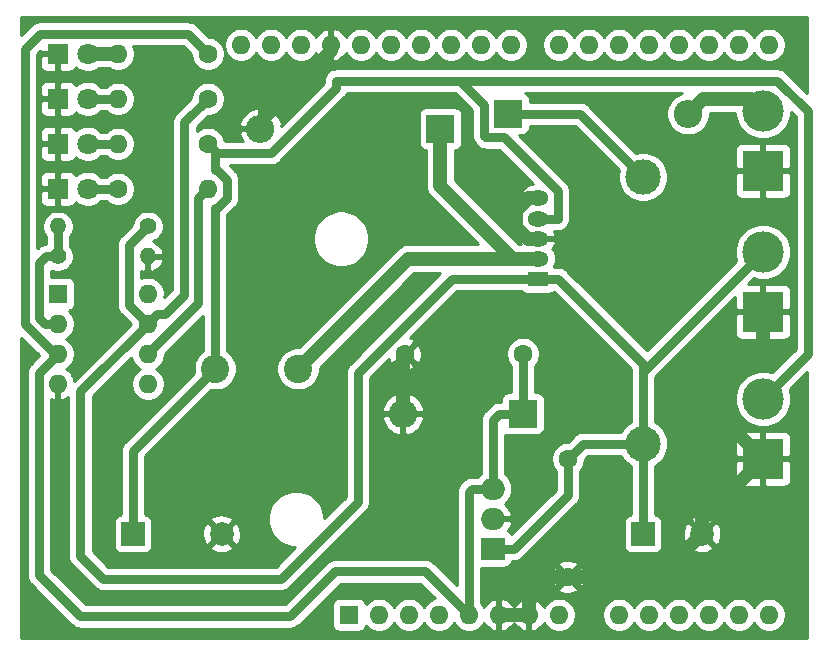
<source format=gbr>
G04 #@! TF.GenerationSoftware,KiCad,Pcbnew,5.1.5+dfsg1-2build2*
G04 #@! TF.CreationDate,2020-11-02T20:18:05+01:00*
G04 #@! TF.ProjectId,power-supply,706f7765-722d-4737-9570-706c792e6b69,rev?*
G04 #@! TF.SameCoordinates,PX1dac6f8PY1760218*
G04 #@! TF.FileFunction,Copper,L2,Bot*
G04 #@! TF.FilePolarity,Positive*
%FSLAX46Y46*%
G04 Gerber Fmt 4.6, Leading zero omitted, Abs format (unit mm)*
G04 Created by KiCad (PCBNEW 5.1.5+dfsg1-2build2) date 2020-11-02 20:18:05*
%MOMM*%
%LPD*%
G04 APERTURE LIST*
%ADD10R,1.800000X1.800000*%
%ADD11C,1.800000*%
%ADD12O,1.600000X1.600000*%
%ADD13R,1.600000X1.600000*%
%ADD14C,1.600000*%
%ADD15R,2.000000X2.000000*%
%ADD16C,2.000000*%
%ADD17O,2.400000X2.400000*%
%ADD18R,2.400000X2.400000*%
%ADD19C,3.000000*%
%ADD20R,3.500120X3.500120*%
%ADD21C,3.500120*%
%ADD22C,2.400000*%
%ADD23R,2.000000X1.905000*%
%ADD24O,2.000000X1.905000*%
%ADD25R,1.800000X1.275000*%
%ADD26O,1.800000X1.275000*%
%ADD27O,1.400000X1.400000*%
%ADD28C,1.400000*%
%ADD29C,1.200000*%
%ADD30C,0.800000*%
%ADD31C,0.254000*%
G04 APERTURE END LIST*
D10*
X3810000Y-3810000D03*
D11*
X6350000Y-3810000D03*
D10*
X3810000Y-7620000D03*
D11*
X6350000Y-7620000D03*
D12*
X19308000Y-3048000D03*
X21848000Y-3048000D03*
D13*
X28448000Y-51308000D03*
D12*
X58928000Y-3048000D03*
X30988000Y-51308000D03*
X56388000Y-3048000D03*
X33528000Y-51308000D03*
X53848000Y-3048000D03*
X36068000Y-51308000D03*
X51308000Y-3048000D03*
X38608000Y-51308000D03*
X48768000Y-3048000D03*
X41148000Y-51308000D03*
X46228000Y-3048000D03*
X43688000Y-51308000D03*
X42168000Y-3048000D03*
X46228000Y-51308000D03*
X39628000Y-3048000D03*
X51308000Y-51308000D03*
X37088000Y-3048000D03*
X53848000Y-51308000D03*
X34548000Y-3048000D03*
X56388000Y-51308000D03*
X32008000Y-3048000D03*
X58928000Y-51308000D03*
X29468000Y-3048000D03*
X61468000Y-51308000D03*
X26928000Y-3048000D03*
X64008000Y-51308000D03*
X24388000Y-3048000D03*
X64008000Y-3048000D03*
X61468000Y-3048000D03*
D14*
X46990000Y-38100000D03*
X46990000Y-48100000D03*
D15*
X53340000Y-44450000D03*
D16*
X58340000Y-44450000D03*
D14*
X33180000Y-29210000D03*
X43180000Y-29210000D03*
D15*
X10160000Y-44450000D03*
D16*
X17660000Y-44450000D03*
D17*
X57150000Y-8890000D03*
D18*
X41910000Y-8890000D03*
X36195000Y-10160000D03*
D17*
X20955000Y-10160000D03*
D11*
X6350000Y-11430000D03*
D10*
X3810000Y-11430000D03*
D11*
X6350000Y-15240000D03*
D10*
X3810000Y-15240000D03*
D18*
X43180000Y-34290000D03*
D17*
X33020000Y-34290000D03*
D19*
X53340000Y-36830000D03*
X53340000Y-14230000D03*
D20*
X63500000Y-13716000D03*
D21*
X63500000Y-8636000D03*
D20*
X63500000Y-25654000D03*
D21*
X63500000Y-20574000D03*
X63500000Y-33020000D03*
D20*
X63500000Y-38100000D03*
D22*
X24130000Y-30480000D03*
X17130000Y-30480000D03*
D13*
X3810000Y-24130000D03*
D12*
X11430000Y-31750000D03*
X3810000Y-26670000D03*
X11430000Y-29210000D03*
X3810000Y-29210000D03*
X11430000Y-26670000D03*
X3810000Y-31750000D03*
X11430000Y-24130000D03*
D23*
X40640000Y-45720000D03*
D24*
X40640000Y-43180000D03*
X40640000Y-40640000D03*
D25*
X44450000Y-22860000D03*
D26*
X44450000Y-21160000D03*
X44450000Y-19460000D03*
X44450000Y-17760000D03*
X44450000Y-16060000D03*
D12*
X8890000Y-7620000D03*
D14*
X16510000Y-7620000D03*
D12*
X8890000Y-3810000D03*
D14*
X16510000Y-3810000D03*
X8890000Y-15240000D03*
D12*
X16510000Y-15240000D03*
D14*
X16510000Y-11430000D03*
D12*
X8890000Y-11430000D03*
D27*
X3810000Y-18415000D03*
D28*
X11430000Y-18415000D03*
X3810000Y-20955000D03*
D27*
X11430000Y-20955000D03*
D29*
X41148000Y-51308000D02*
X43688000Y-51308000D01*
X45858630Y-48100000D02*
X46990000Y-48100000D01*
X45764630Y-48100000D02*
X45858630Y-48100000D01*
X43688000Y-50176630D02*
X45764630Y-48100000D01*
X43688000Y-51308000D02*
X43688000Y-50176630D01*
X54690000Y-48100000D02*
X58340000Y-44450000D01*
X46990000Y-48100000D02*
X54690000Y-48100000D01*
X58340000Y-43260000D02*
X63500000Y-38100000D01*
X58340000Y-44450000D02*
X58340000Y-43260000D01*
X63500000Y-28604060D02*
X63500000Y-25654000D01*
X60749939Y-31354121D02*
X63500000Y-28604060D01*
X60749939Y-35349939D02*
X60749939Y-31354121D01*
X63500000Y-38100000D02*
X60749939Y-35349939D01*
X33020000Y-29370000D02*
X33180000Y-29210000D01*
X33020000Y-34290000D02*
X33020000Y-29370000D01*
X43571712Y-16060000D02*
X44450000Y-16060000D01*
X42549990Y-18438278D02*
X42549990Y-17081722D01*
X42549990Y-17081722D02*
X43571712Y-16060000D01*
X43571712Y-19460000D02*
X42549990Y-18438278D01*
X44450000Y-19460000D02*
X43571712Y-19460000D01*
X26928000Y-3552000D02*
X21590000Y-8890000D01*
X26928000Y-3048000D02*
X26928000Y-3552000D01*
X62484000Y-7620000D02*
X58420000Y-7620000D01*
X58420000Y-7620000D02*
X57150000Y-8890000D01*
X63500000Y-8636000D02*
X62484000Y-7620000D01*
X44450000Y-21160000D02*
X43571712Y-21160000D01*
X33450000Y-21160000D02*
X44450000Y-21160000D01*
X24130000Y-30480000D02*
X33450000Y-21160000D01*
X42350000Y-21160000D02*
X44450000Y-21160000D01*
X36195000Y-15005000D02*
X42350000Y-21160000D01*
X36195000Y-10160000D02*
X36195000Y-15005000D01*
X8890000Y-3810000D02*
X6350000Y-3810000D01*
D30*
X41180000Y-34290000D02*
X43180000Y-34290000D01*
X40640000Y-34830000D02*
X41180000Y-34290000D01*
X40640000Y-40640000D02*
X40640000Y-34830000D01*
X43180000Y-34290000D02*
X43180000Y-29210000D01*
X38608000Y-50176630D02*
X38608000Y-51308000D01*
X38608000Y-40872000D02*
X38608000Y-50176630D01*
X38840000Y-40640000D02*
X38608000Y-40872000D01*
X40640000Y-40640000D02*
X38840000Y-40640000D01*
X15710001Y-3010001D02*
X16510000Y-3810000D01*
X14809999Y-2109999D02*
X15710001Y-3010001D01*
X2269999Y-2109999D02*
X14809999Y-2109999D01*
X1009989Y-3370009D02*
X2269999Y-2109999D01*
X1009989Y-26698429D02*
X1009989Y-3370009D01*
X3521560Y-29210000D02*
X1009989Y-26698429D01*
X3810000Y-29210000D02*
X3521560Y-29210000D01*
X3810000Y-29210000D02*
X2209999Y-30810001D01*
X2209999Y-30810001D02*
X2209999Y-47929999D01*
X2209999Y-47929999D02*
X5715000Y-51435000D01*
X5715000Y-51435000D02*
X23495000Y-51435000D01*
X23495000Y-51435000D02*
X27305000Y-47625000D01*
X34925000Y-47625000D02*
X38608000Y-51308000D01*
X27305000Y-47625000D02*
X34925000Y-47625000D01*
X53340000Y-30734000D02*
X63500000Y-20574000D01*
X53340000Y-36830000D02*
X53340000Y-30734000D01*
X53340000Y-30050000D02*
X53340000Y-30734000D01*
X46150000Y-22860000D02*
X53340000Y-30050000D01*
X44450000Y-22860000D02*
X46150000Y-22860000D01*
X53340000Y-36830000D02*
X53340000Y-44450000D01*
X48260000Y-36830000D02*
X46990000Y-38100000D01*
X53340000Y-36830000D02*
X48260000Y-36830000D01*
X46990000Y-41170000D02*
X46990000Y-39231370D01*
X42440000Y-45720000D02*
X46990000Y-41170000D01*
X46990000Y-39231370D02*
X46990000Y-38100000D01*
X40640000Y-45720000D02*
X42440000Y-45720000D01*
X14509991Y-9620009D02*
X16510000Y-7620000D01*
X14509991Y-24225009D02*
X14509991Y-9620009D01*
X12864999Y-25870001D02*
X14509991Y-24225009D01*
X12229999Y-25870001D02*
X12864999Y-25870001D01*
X11430000Y-26670000D02*
X12229999Y-25870001D01*
X10630001Y-25870001D02*
X11430000Y-26670000D01*
X9829999Y-25069999D02*
X10630001Y-25870001D01*
X9829999Y-20015001D02*
X9829999Y-25069999D01*
X11430000Y-18415000D02*
X9829999Y-20015001D01*
X37465000Y-22860000D02*
X44450000Y-22860000D01*
X37161998Y-22860000D02*
X37465000Y-22860000D01*
X29210000Y-30811998D02*
X37161998Y-22860000D01*
X29210000Y-41724002D02*
X29210000Y-30811998D01*
X22674002Y-48260000D02*
X29210000Y-41724002D01*
X7620000Y-48260000D02*
X22674002Y-48260000D01*
X5715000Y-32385000D02*
X5715000Y-46355000D01*
X5715000Y-46355000D02*
X7620000Y-48260000D01*
X11430000Y-26670000D02*
X5715000Y-32385000D01*
X10160000Y-37450000D02*
X17130000Y-30480000D01*
X10160000Y-44450000D02*
X10160000Y-37450000D01*
X64724030Y-6085939D02*
X27354063Y-6085939D01*
X67310000Y-8671909D02*
X64724030Y-6085939D01*
X67310000Y-29210000D02*
X67310000Y-8671909D01*
X63500000Y-33020000D02*
X67310000Y-29210000D01*
X37865941Y-6085939D02*
X27354063Y-6085939D01*
X39909999Y-8129997D02*
X37865941Y-6085939D01*
X39909999Y-10730001D02*
X39909999Y-8129997D01*
X40069999Y-10890001D02*
X39909999Y-10730001D01*
X41575447Y-10890001D02*
X40069999Y-10890001D01*
X46150010Y-15464564D02*
X41575447Y-10890001D01*
X46150010Y-17759990D02*
X46150010Y-15464564D01*
X46150000Y-17760000D02*
X46150010Y-17759990D01*
X44450000Y-17760000D02*
X46150000Y-17760000D01*
X17309999Y-12229999D02*
X16510000Y-11430000D01*
X21845003Y-12229999D02*
X17309999Y-12229999D01*
X27354063Y-6720939D02*
X21845003Y-12229999D01*
X27354063Y-6085939D02*
X27354063Y-6720939D01*
X17130000Y-24749998D02*
X17130000Y-30480000D01*
X17130000Y-16840001D02*
X17130000Y-24749998D01*
X17278001Y-16840001D02*
X17130000Y-16840001D01*
X18110001Y-16008001D02*
X17278001Y-16840001D01*
X18110001Y-14471999D02*
X18110001Y-16008001D01*
X17278001Y-13639999D02*
X18110001Y-14471999D01*
X17130000Y-13639999D02*
X17278001Y-13639999D01*
X17130000Y-12050000D02*
X17130000Y-13639999D01*
X16510000Y-11430000D02*
X17130000Y-12050000D01*
X48000000Y-8890000D02*
X53340000Y-14230000D01*
X41910000Y-8890000D02*
X48000000Y-8890000D01*
X8890000Y-7620000D02*
X6350000Y-7620000D01*
X8890000Y-11430000D02*
X6350000Y-11430000D01*
X8890000Y-15240000D02*
X6350000Y-15240000D01*
X3810000Y-18415000D02*
X3810000Y-20955000D01*
X2678630Y-26670000D02*
X3810000Y-26670000D01*
X2209999Y-26201369D02*
X2678630Y-26670000D01*
X2209999Y-21565052D02*
X2209999Y-26201369D01*
X2820051Y-20955000D02*
X2209999Y-21565052D01*
X3810000Y-20955000D02*
X2820051Y-20955000D01*
X12229999Y-28410001D02*
X11430000Y-29210000D01*
X15710001Y-24929999D02*
X12229999Y-28410001D01*
X15710001Y-16039999D02*
X15710001Y-24929999D01*
X16510000Y-15240000D02*
X15710001Y-16039999D01*
D31*
G36*
X38875000Y-8558709D02*
G01*
X38874999Y-10679173D01*
X38869993Y-10730001D01*
X38874999Y-10780829D01*
X38874999Y-10780838D01*
X38889975Y-10932895D01*
X38949158Y-11127993D01*
X39045265Y-11307798D01*
X39174603Y-11465397D01*
X39214096Y-11497808D01*
X39302192Y-11585904D01*
X39334603Y-11625397D01*
X39492202Y-11754735D01*
X39672006Y-11850842D01*
X39867104Y-11910025D01*
X40019161Y-11925001D01*
X40019170Y-11925001D01*
X40069998Y-11930007D01*
X40120826Y-11925001D01*
X41146737Y-11925001D01*
X44017789Y-14796053D01*
X43814688Y-14836727D01*
X43583203Y-14932964D01*
X43374941Y-15072512D01*
X43197905Y-15250009D01*
X43058898Y-15458633D01*
X42963263Y-15690367D01*
X42956809Y-15736495D01*
X43081015Y-15933000D01*
X44323000Y-15933000D01*
X44323000Y-15913000D01*
X44577000Y-15913000D01*
X44577000Y-15933000D01*
X44597000Y-15933000D01*
X44597000Y-16187000D01*
X44577000Y-16187000D01*
X44577000Y-16207000D01*
X44323000Y-16207000D01*
X44323000Y-16187000D01*
X43081015Y-16187000D01*
X42956809Y-16383505D01*
X42963263Y-16429633D01*
X43058898Y-16661367D01*
X43197905Y-16869991D01*
X43238417Y-16910608D01*
X43124336Y-17049616D01*
X43006175Y-17270679D01*
X42933412Y-17510546D01*
X42908843Y-17760000D01*
X42933412Y-18009454D01*
X43006175Y-18249321D01*
X43124336Y-18470384D01*
X43238417Y-18609392D01*
X43197905Y-18650009D01*
X43058898Y-18858633D01*
X42963263Y-19090367D01*
X42956809Y-19136495D01*
X43081015Y-19333000D01*
X44323000Y-19333000D01*
X44323000Y-19313000D01*
X44577000Y-19313000D01*
X44577000Y-19333000D01*
X45818985Y-19333000D01*
X45943191Y-19136495D01*
X45936737Y-19090367D01*
X45841102Y-18858633D01*
X45798703Y-18795000D01*
X46099172Y-18795000D01*
X46150000Y-18800006D01*
X46200828Y-18795000D01*
X46200838Y-18795000D01*
X46352895Y-18780024D01*
X46547993Y-18720841D01*
X46727797Y-18624734D01*
X46885396Y-18495396D01*
X46885406Y-18495386D01*
X47014744Y-18337787D01*
X47110851Y-18157983D01*
X47170034Y-17962885D01*
X47185010Y-17810828D01*
X47185010Y-17810819D01*
X47190016Y-17759991D01*
X47185010Y-17709163D01*
X47185010Y-15515391D01*
X47190016Y-15464563D01*
X47185010Y-15413735D01*
X47185010Y-15413726D01*
X47170034Y-15261669D01*
X47110851Y-15066571D01*
X47058161Y-14967994D01*
X47014744Y-14886766D01*
X46917813Y-14768656D01*
X46885406Y-14729168D01*
X46845918Y-14696761D01*
X42877228Y-10728072D01*
X43110000Y-10728072D01*
X43234482Y-10715812D01*
X43354180Y-10679502D01*
X43464494Y-10620537D01*
X43561185Y-10541185D01*
X43640537Y-10444494D01*
X43699502Y-10334180D01*
X43735812Y-10214482D01*
X43748072Y-10090000D01*
X43748072Y-9925000D01*
X47571290Y-9925000D01*
X51281487Y-13635197D01*
X51205000Y-14019721D01*
X51205000Y-14440279D01*
X51287047Y-14852756D01*
X51447988Y-15241302D01*
X51681637Y-15590983D01*
X51979017Y-15888363D01*
X52328698Y-16122012D01*
X52717244Y-16282953D01*
X53129721Y-16365000D01*
X53550279Y-16365000D01*
X53962756Y-16282953D01*
X54351302Y-16122012D01*
X54700983Y-15888363D01*
X54998363Y-15590983D01*
X55081833Y-15466060D01*
X61111868Y-15466060D01*
X61124128Y-15590542D01*
X61160438Y-15710240D01*
X61219403Y-15820554D01*
X61298755Y-15917245D01*
X61395446Y-15996597D01*
X61505760Y-16055562D01*
X61625458Y-16091872D01*
X61749940Y-16104132D01*
X63214250Y-16101060D01*
X63373000Y-15942310D01*
X63373000Y-13843000D01*
X63627000Y-13843000D01*
X63627000Y-15942310D01*
X63785750Y-16101060D01*
X65250060Y-16104132D01*
X65374542Y-16091872D01*
X65494240Y-16055562D01*
X65604554Y-15996597D01*
X65701245Y-15917245D01*
X65780597Y-15820554D01*
X65839562Y-15710240D01*
X65875872Y-15590542D01*
X65888132Y-15466060D01*
X65885060Y-14001750D01*
X65726310Y-13843000D01*
X63627000Y-13843000D01*
X63373000Y-13843000D01*
X61273690Y-13843000D01*
X61114940Y-14001750D01*
X61111868Y-15466060D01*
X55081833Y-15466060D01*
X55232012Y-15241302D01*
X55392953Y-14852756D01*
X55475000Y-14440279D01*
X55475000Y-14019721D01*
X55392953Y-13607244D01*
X55232012Y-13218698D01*
X54998363Y-12869017D01*
X54700983Y-12571637D01*
X54351302Y-12337988D01*
X53962756Y-12177047D01*
X53550279Y-12095000D01*
X53129721Y-12095000D01*
X52745197Y-12171487D01*
X52539650Y-11965940D01*
X61111868Y-11965940D01*
X61114940Y-13430250D01*
X61273690Y-13589000D01*
X63373000Y-13589000D01*
X63373000Y-11489690D01*
X63627000Y-11489690D01*
X63627000Y-13589000D01*
X65726310Y-13589000D01*
X65885060Y-13430250D01*
X65888132Y-11965940D01*
X65875872Y-11841458D01*
X65839562Y-11721760D01*
X65780597Y-11611446D01*
X65701245Y-11514755D01*
X65604554Y-11435403D01*
X65494240Y-11376438D01*
X65374542Y-11340128D01*
X65250060Y-11327868D01*
X63785750Y-11330940D01*
X63627000Y-11489690D01*
X63373000Y-11489690D01*
X63214250Y-11330940D01*
X61749940Y-11327868D01*
X61625458Y-11340128D01*
X61505760Y-11376438D01*
X61395446Y-11435403D01*
X61298755Y-11514755D01*
X61219403Y-11611446D01*
X61160438Y-11721760D01*
X61124128Y-11841458D01*
X61111868Y-11965940D01*
X52539650Y-11965940D01*
X48767807Y-8194097D01*
X48735396Y-8154604D01*
X48577797Y-8025266D01*
X48397993Y-7929159D01*
X48202895Y-7869976D01*
X48050838Y-7855000D01*
X48050828Y-7855000D01*
X48000000Y-7849994D01*
X47949172Y-7855000D01*
X43748072Y-7855000D01*
X43748072Y-7690000D01*
X43735812Y-7565518D01*
X43699502Y-7445820D01*
X43640537Y-7335506D01*
X43561185Y-7238815D01*
X43464494Y-7159463D01*
X43392422Y-7120939D01*
X56637770Y-7120939D01*
X56614750Y-7125518D01*
X56280801Y-7263844D01*
X55980256Y-7464662D01*
X55724662Y-7720256D01*
X55523844Y-8020801D01*
X55385518Y-8354750D01*
X55315000Y-8709268D01*
X55315000Y-9070732D01*
X55385518Y-9425250D01*
X55523844Y-9759199D01*
X55724662Y-10059744D01*
X55980256Y-10315338D01*
X56280801Y-10516156D01*
X56614750Y-10654482D01*
X56969268Y-10725000D01*
X57330732Y-10725000D01*
X57685250Y-10654482D01*
X58019199Y-10516156D01*
X58319744Y-10315338D01*
X58575338Y-10059744D01*
X58776156Y-9759199D01*
X58914482Y-9425250D01*
X58985000Y-9070732D01*
X58985000Y-8855000D01*
X61114940Y-8855000D01*
X61114940Y-8870908D01*
X61206597Y-9331696D01*
X61386387Y-9765749D01*
X61647403Y-10156387D01*
X61979613Y-10488597D01*
X62370251Y-10749613D01*
X62804304Y-10929403D01*
X63265092Y-11021060D01*
X63734908Y-11021060D01*
X64195696Y-10929403D01*
X64629749Y-10749613D01*
X65020387Y-10488597D01*
X65352597Y-10156387D01*
X65613613Y-9765749D01*
X65793403Y-9331696D01*
X65885060Y-8870908D01*
X65885060Y-8710680D01*
X66275001Y-9100621D01*
X66275000Y-28781289D01*
X64290446Y-30765844D01*
X64195696Y-30726597D01*
X63734908Y-30634940D01*
X63265092Y-30634940D01*
X62804304Y-30726597D01*
X62370251Y-30906387D01*
X61979613Y-31167403D01*
X61647403Y-31499613D01*
X61386387Y-31890251D01*
X61206597Y-32324304D01*
X61114940Y-32785092D01*
X61114940Y-33254908D01*
X61206597Y-33715696D01*
X61386387Y-34149749D01*
X61647403Y-34540387D01*
X61979613Y-34872597D01*
X62370251Y-35133613D01*
X62804304Y-35313403D01*
X63265092Y-35405060D01*
X63734908Y-35405060D01*
X64195696Y-35313403D01*
X64629749Y-35133613D01*
X65020387Y-34872597D01*
X65352597Y-34540387D01*
X65613613Y-34149749D01*
X65793403Y-33715696D01*
X65885060Y-33254908D01*
X65885060Y-32785092D01*
X65793403Y-32324304D01*
X65754156Y-32229554D01*
X67235000Y-30748710D01*
X67235000Y-53265000D01*
X710000Y-53265000D01*
X710000Y-27862150D01*
X2202069Y-29354220D01*
X1514096Y-30042194D01*
X1474603Y-30074605D01*
X1345265Y-30232204D01*
X1249158Y-30412009D01*
X1189975Y-30607107D01*
X1174999Y-30759164D01*
X1174999Y-30759173D01*
X1169993Y-30810001D01*
X1174999Y-30860829D01*
X1175000Y-47879161D01*
X1169993Y-47929999D01*
X1189976Y-48132894D01*
X1249159Y-48327992D01*
X1345265Y-48507796D01*
X1442196Y-48625906D01*
X1474604Y-48665395D01*
X1514091Y-48697801D01*
X4947197Y-52130908D01*
X4979604Y-52170396D01*
X5019092Y-52202803D01*
X5137202Y-52299734D01*
X5190128Y-52328023D01*
X5317007Y-52395841D01*
X5512105Y-52455024D01*
X5664162Y-52470000D01*
X5664164Y-52470000D01*
X5715000Y-52475007D01*
X5765835Y-52470000D01*
X23444172Y-52470000D01*
X23495000Y-52475006D01*
X23545828Y-52470000D01*
X23545838Y-52470000D01*
X23697895Y-52455024D01*
X23892993Y-52395841D01*
X24072797Y-52299734D01*
X24230396Y-52170396D01*
X24262807Y-52130903D01*
X27733711Y-48660000D01*
X34496290Y-48660000D01*
X35745355Y-49909065D01*
X35649426Y-49928147D01*
X35388273Y-50036320D01*
X35153241Y-50193363D01*
X34953363Y-50393241D01*
X34798000Y-50625759D01*
X34642637Y-50393241D01*
X34442759Y-50193363D01*
X34207727Y-50036320D01*
X33946574Y-49928147D01*
X33669335Y-49873000D01*
X33386665Y-49873000D01*
X33109426Y-49928147D01*
X32848273Y-50036320D01*
X32613241Y-50193363D01*
X32413363Y-50393241D01*
X32258000Y-50625759D01*
X32102637Y-50393241D01*
X31902759Y-50193363D01*
X31667727Y-50036320D01*
X31406574Y-49928147D01*
X31129335Y-49873000D01*
X30846665Y-49873000D01*
X30569426Y-49928147D01*
X30308273Y-50036320D01*
X30073241Y-50193363D01*
X29874643Y-50391961D01*
X29873812Y-50383518D01*
X29837502Y-50263820D01*
X29778537Y-50153506D01*
X29699185Y-50056815D01*
X29602494Y-49977463D01*
X29492180Y-49918498D01*
X29372482Y-49882188D01*
X29248000Y-49869928D01*
X27648000Y-49869928D01*
X27523518Y-49882188D01*
X27403820Y-49918498D01*
X27293506Y-49977463D01*
X27196815Y-50056815D01*
X27117463Y-50153506D01*
X27058498Y-50263820D01*
X27022188Y-50383518D01*
X27009928Y-50508000D01*
X27009928Y-52108000D01*
X27022188Y-52232482D01*
X27058498Y-52352180D01*
X27117463Y-52462494D01*
X27196815Y-52559185D01*
X27293506Y-52638537D01*
X27403820Y-52697502D01*
X27523518Y-52733812D01*
X27648000Y-52746072D01*
X29248000Y-52746072D01*
X29372482Y-52733812D01*
X29492180Y-52697502D01*
X29602494Y-52638537D01*
X29699185Y-52559185D01*
X29778537Y-52462494D01*
X29837502Y-52352180D01*
X29873812Y-52232482D01*
X29874643Y-52224039D01*
X30073241Y-52422637D01*
X30308273Y-52579680D01*
X30569426Y-52687853D01*
X30846665Y-52743000D01*
X31129335Y-52743000D01*
X31406574Y-52687853D01*
X31667727Y-52579680D01*
X31902759Y-52422637D01*
X32102637Y-52222759D01*
X32258000Y-51990241D01*
X32413363Y-52222759D01*
X32613241Y-52422637D01*
X32848273Y-52579680D01*
X33109426Y-52687853D01*
X33386665Y-52743000D01*
X33669335Y-52743000D01*
X33946574Y-52687853D01*
X34207727Y-52579680D01*
X34442759Y-52422637D01*
X34642637Y-52222759D01*
X34798000Y-51990241D01*
X34953363Y-52222759D01*
X35153241Y-52422637D01*
X35388273Y-52579680D01*
X35649426Y-52687853D01*
X35926665Y-52743000D01*
X36209335Y-52743000D01*
X36486574Y-52687853D01*
X36747727Y-52579680D01*
X36982759Y-52422637D01*
X37182637Y-52222759D01*
X37338000Y-51990241D01*
X37493363Y-52222759D01*
X37693241Y-52422637D01*
X37928273Y-52579680D01*
X38189426Y-52687853D01*
X38466665Y-52743000D01*
X38749335Y-52743000D01*
X39026574Y-52687853D01*
X39287727Y-52579680D01*
X39522759Y-52422637D01*
X39722637Y-52222759D01*
X39879680Y-51987727D01*
X39884067Y-51977135D01*
X39995615Y-52163131D01*
X40184586Y-52371519D01*
X40410580Y-52539037D01*
X40664913Y-52659246D01*
X40798961Y-52699904D01*
X41021000Y-52577915D01*
X41021000Y-51435000D01*
X41275000Y-51435000D01*
X41275000Y-52577915D01*
X41497039Y-52699904D01*
X41631087Y-52659246D01*
X41885420Y-52539037D01*
X42111414Y-52371519D01*
X42300385Y-52163131D01*
X42418000Y-51967018D01*
X42535615Y-52163131D01*
X42724586Y-52371519D01*
X42950580Y-52539037D01*
X43204913Y-52659246D01*
X43338961Y-52699904D01*
X43561000Y-52577915D01*
X43561000Y-51435000D01*
X41275000Y-51435000D01*
X41021000Y-51435000D01*
X41001000Y-51435000D01*
X41001000Y-51181000D01*
X41021000Y-51181000D01*
X41021000Y-50038085D01*
X41275000Y-50038085D01*
X41275000Y-51181000D01*
X43561000Y-51181000D01*
X43561000Y-50038085D01*
X43815000Y-50038085D01*
X43815000Y-51181000D01*
X43835000Y-51181000D01*
X43835000Y-51435000D01*
X43815000Y-51435000D01*
X43815000Y-52577915D01*
X44037039Y-52699904D01*
X44171087Y-52659246D01*
X44425420Y-52539037D01*
X44651414Y-52371519D01*
X44840385Y-52163131D01*
X44951933Y-51977135D01*
X44956320Y-51987727D01*
X45113363Y-52222759D01*
X45313241Y-52422637D01*
X45548273Y-52579680D01*
X45809426Y-52687853D01*
X46086665Y-52743000D01*
X46369335Y-52743000D01*
X46646574Y-52687853D01*
X46907727Y-52579680D01*
X47142759Y-52422637D01*
X47342637Y-52222759D01*
X47499680Y-51987727D01*
X47607853Y-51726574D01*
X47663000Y-51449335D01*
X47663000Y-51166665D01*
X49873000Y-51166665D01*
X49873000Y-51449335D01*
X49928147Y-51726574D01*
X50036320Y-51987727D01*
X50193363Y-52222759D01*
X50393241Y-52422637D01*
X50628273Y-52579680D01*
X50889426Y-52687853D01*
X51166665Y-52743000D01*
X51449335Y-52743000D01*
X51726574Y-52687853D01*
X51987727Y-52579680D01*
X52222759Y-52422637D01*
X52422637Y-52222759D01*
X52578000Y-51990241D01*
X52733363Y-52222759D01*
X52933241Y-52422637D01*
X53168273Y-52579680D01*
X53429426Y-52687853D01*
X53706665Y-52743000D01*
X53989335Y-52743000D01*
X54266574Y-52687853D01*
X54527727Y-52579680D01*
X54762759Y-52422637D01*
X54962637Y-52222759D01*
X55118000Y-51990241D01*
X55273363Y-52222759D01*
X55473241Y-52422637D01*
X55708273Y-52579680D01*
X55969426Y-52687853D01*
X56246665Y-52743000D01*
X56529335Y-52743000D01*
X56806574Y-52687853D01*
X57067727Y-52579680D01*
X57302759Y-52422637D01*
X57502637Y-52222759D01*
X57658000Y-51990241D01*
X57813363Y-52222759D01*
X58013241Y-52422637D01*
X58248273Y-52579680D01*
X58509426Y-52687853D01*
X58786665Y-52743000D01*
X59069335Y-52743000D01*
X59346574Y-52687853D01*
X59607727Y-52579680D01*
X59842759Y-52422637D01*
X60042637Y-52222759D01*
X60198000Y-51990241D01*
X60353363Y-52222759D01*
X60553241Y-52422637D01*
X60788273Y-52579680D01*
X61049426Y-52687853D01*
X61326665Y-52743000D01*
X61609335Y-52743000D01*
X61886574Y-52687853D01*
X62147727Y-52579680D01*
X62382759Y-52422637D01*
X62582637Y-52222759D01*
X62738000Y-51990241D01*
X62893363Y-52222759D01*
X63093241Y-52422637D01*
X63328273Y-52579680D01*
X63589426Y-52687853D01*
X63866665Y-52743000D01*
X64149335Y-52743000D01*
X64426574Y-52687853D01*
X64687727Y-52579680D01*
X64922759Y-52422637D01*
X65122637Y-52222759D01*
X65279680Y-51987727D01*
X65387853Y-51726574D01*
X65443000Y-51449335D01*
X65443000Y-51166665D01*
X65387853Y-50889426D01*
X65279680Y-50628273D01*
X65122637Y-50393241D01*
X64922759Y-50193363D01*
X64687727Y-50036320D01*
X64426574Y-49928147D01*
X64149335Y-49873000D01*
X63866665Y-49873000D01*
X63589426Y-49928147D01*
X63328273Y-50036320D01*
X63093241Y-50193363D01*
X62893363Y-50393241D01*
X62738000Y-50625759D01*
X62582637Y-50393241D01*
X62382759Y-50193363D01*
X62147727Y-50036320D01*
X61886574Y-49928147D01*
X61609335Y-49873000D01*
X61326665Y-49873000D01*
X61049426Y-49928147D01*
X60788273Y-50036320D01*
X60553241Y-50193363D01*
X60353363Y-50393241D01*
X60198000Y-50625759D01*
X60042637Y-50393241D01*
X59842759Y-50193363D01*
X59607727Y-50036320D01*
X59346574Y-49928147D01*
X59069335Y-49873000D01*
X58786665Y-49873000D01*
X58509426Y-49928147D01*
X58248273Y-50036320D01*
X58013241Y-50193363D01*
X57813363Y-50393241D01*
X57658000Y-50625759D01*
X57502637Y-50393241D01*
X57302759Y-50193363D01*
X57067727Y-50036320D01*
X56806574Y-49928147D01*
X56529335Y-49873000D01*
X56246665Y-49873000D01*
X55969426Y-49928147D01*
X55708273Y-50036320D01*
X55473241Y-50193363D01*
X55273363Y-50393241D01*
X55118000Y-50625759D01*
X54962637Y-50393241D01*
X54762759Y-50193363D01*
X54527727Y-50036320D01*
X54266574Y-49928147D01*
X53989335Y-49873000D01*
X53706665Y-49873000D01*
X53429426Y-49928147D01*
X53168273Y-50036320D01*
X52933241Y-50193363D01*
X52733363Y-50393241D01*
X52578000Y-50625759D01*
X52422637Y-50393241D01*
X52222759Y-50193363D01*
X51987727Y-50036320D01*
X51726574Y-49928147D01*
X51449335Y-49873000D01*
X51166665Y-49873000D01*
X50889426Y-49928147D01*
X50628273Y-50036320D01*
X50393241Y-50193363D01*
X50193363Y-50393241D01*
X50036320Y-50628273D01*
X49928147Y-50889426D01*
X49873000Y-51166665D01*
X47663000Y-51166665D01*
X47607853Y-50889426D01*
X47499680Y-50628273D01*
X47342637Y-50393241D01*
X47142759Y-50193363D01*
X46907727Y-50036320D01*
X46646574Y-49928147D01*
X46369335Y-49873000D01*
X46086665Y-49873000D01*
X45809426Y-49928147D01*
X45548273Y-50036320D01*
X45313241Y-50193363D01*
X45113363Y-50393241D01*
X44956320Y-50628273D01*
X44951933Y-50638865D01*
X44840385Y-50452869D01*
X44651414Y-50244481D01*
X44425420Y-50076963D01*
X44171087Y-49956754D01*
X44037039Y-49916096D01*
X43815000Y-50038085D01*
X43561000Y-50038085D01*
X43338961Y-49916096D01*
X43204913Y-49956754D01*
X42950580Y-50076963D01*
X42724586Y-50244481D01*
X42535615Y-50452869D01*
X42418000Y-50648982D01*
X42300385Y-50452869D01*
X42111414Y-50244481D01*
X41885420Y-50076963D01*
X41631087Y-49956754D01*
X41497039Y-49916096D01*
X41275000Y-50038085D01*
X41021000Y-50038085D01*
X40798961Y-49916096D01*
X40664913Y-49956754D01*
X40410580Y-50076963D01*
X40184586Y-50244481D01*
X39995615Y-50452869D01*
X39884067Y-50638865D01*
X39879680Y-50628273D01*
X39722637Y-50393241D01*
X39643000Y-50313604D01*
X39643000Y-49092702D01*
X46176903Y-49092702D01*
X46248486Y-49336671D01*
X46503996Y-49457571D01*
X46778184Y-49526300D01*
X47060512Y-49540217D01*
X47340130Y-49498787D01*
X47606292Y-49403603D01*
X47731514Y-49336671D01*
X47803097Y-49092702D01*
X46990000Y-48279605D01*
X46176903Y-49092702D01*
X39643000Y-49092702D01*
X39643000Y-48170512D01*
X45549783Y-48170512D01*
X45591213Y-48450130D01*
X45686397Y-48716292D01*
X45753329Y-48841514D01*
X45997298Y-48913097D01*
X46810395Y-48100000D01*
X47169605Y-48100000D01*
X47982702Y-48913097D01*
X48226671Y-48841514D01*
X48347571Y-48586004D01*
X48416300Y-48311816D01*
X48430217Y-48029488D01*
X48388787Y-47749870D01*
X48293603Y-47483708D01*
X48226671Y-47358486D01*
X47982702Y-47286903D01*
X47169605Y-48100000D01*
X46810395Y-48100000D01*
X45997298Y-47286903D01*
X45753329Y-47358486D01*
X45632429Y-47613996D01*
X45563700Y-47888184D01*
X45549783Y-48170512D01*
X39643000Y-48170512D01*
X39643000Y-47310572D01*
X41640000Y-47310572D01*
X41764482Y-47298312D01*
X41884180Y-47262002D01*
X41994494Y-47203037D01*
X42091185Y-47123685D01*
X42104633Y-47107298D01*
X46176903Y-47107298D01*
X46990000Y-47920395D01*
X47803097Y-47107298D01*
X47731514Y-46863329D01*
X47476004Y-46742429D01*
X47201816Y-46673700D01*
X46919488Y-46659783D01*
X46639870Y-46701213D01*
X46373708Y-46796397D01*
X46248486Y-46863329D01*
X46176903Y-47107298D01*
X42104633Y-47107298D01*
X42170537Y-47026994D01*
X42229502Y-46916680D01*
X42265812Y-46796982D01*
X42269947Y-46755000D01*
X42389172Y-46755000D01*
X42440000Y-46760006D01*
X42490828Y-46755000D01*
X42490838Y-46755000D01*
X42642895Y-46740024D01*
X42837993Y-46680841D01*
X43017797Y-46584734D01*
X43175396Y-46455396D01*
X43207807Y-46415903D01*
X47685908Y-41937803D01*
X47725396Y-41905396D01*
X47784941Y-41832840D01*
X47854734Y-41747798D01*
X47918969Y-41627622D01*
X47950841Y-41567993D01*
X48010024Y-41372895D01*
X48025000Y-41220838D01*
X48025000Y-41220835D01*
X48030007Y-41170000D01*
X48025000Y-41119165D01*
X48025000Y-39094396D01*
X48104637Y-39014759D01*
X48261680Y-38779727D01*
X48369853Y-38518574D01*
X48425000Y-38241335D01*
X48425000Y-38128711D01*
X48688711Y-37865000D01*
X51463822Y-37865000D01*
X51681637Y-38190983D01*
X51979017Y-38488363D01*
X52305000Y-38706178D01*
X52305001Y-42815375D01*
X52215518Y-42824188D01*
X52095820Y-42860498D01*
X51985506Y-42919463D01*
X51888815Y-42998815D01*
X51809463Y-43095506D01*
X51750498Y-43205820D01*
X51714188Y-43325518D01*
X51701928Y-43450000D01*
X51701928Y-45450000D01*
X51714188Y-45574482D01*
X51750498Y-45694180D01*
X51809463Y-45804494D01*
X51888815Y-45901185D01*
X51985506Y-45980537D01*
X52095820Y-46039502D01*
X52215518Y-46075812D01*
X52340000Y-46088072D01*
X54340000Y-46088072D01*
X54464482Y-46075812D01*
X54584180Y-46039502D01*
X54694494Y-45980537D01*
X54791185Y-45901185D01*
X54870537Y-45804494D01*
X54929502Y-45694180D01*
X54962496Y-45585413D01*
X57384192Y-45585413D01*
X57479956Y-45849814D01*
X57769571Y-45990704D01*
X58081108Y-46072384D01*
X58402595Y-46091718D01*
X58721675Y-46047961D01*
X59026088Y-45942795D01*
X59200044Y-45849814D01*
X59295808Y-45585413D01*
X58340000Y-44629605D01*
X57384192Y-45585413D01*
X54962496Y-45585413D01*
X54965812Y-45574482D01*
X54978072Y-45450000D01*
X54978072Y-44512595D01*
X56698282Y-44512595D01*
X56742039Y-44831675D01*
X56847205Y-45136088D01*
X56940186Y-45310044D01*
X57204587Y-45405808D01*
X58160395Y-44450000D01*
X58519605Y-44450000D01*
X59475413Y-45405808D01*
X59739814Y-45310044D01*
X59880704Y-45020429D01*
X59962384Y-44708892D01*
X59981718Y-44387405D01*
X59937961Y-44068325D01*
X59832795Y-43763912D01*
X59739814Y-43589956D01*
X59475413Y-43494192D01*
X58519605Y-44450000D01*
X58160395Y-44450000D01*
X57204587Y-43494192D01*
X56940186Y-43589956D01*
X56799296Y-43879571D01*
X56717616Y-44191108D01*
X56698282Y-44512595D01*
X54978072Y-44512595D01*
X54978072Y-43450000D01*
X54965812Y-43325518D01*
X54962497Y-43314587D01*
X57384192Y-43314587D01*
X58340000Y-44270395D01*
X59295808Y-43314587D01*
X59200044Y-43050186D01*
X58910429Y-42909296D01*
X58598892Y-42827616D01*
X58277405Y-42808282D01*
X57958325Y-42852039D01*
X57653912Y-42957205D01*
X57479956Y-43050186D01*
X57384192Y-43314587D01*
X54962497Y-43314587D01*
X54929502Y-43205820D01*
X54870537Y-43095506D01*
X54791185Y-42998815D01*
X54694494Y-42919463D01*
X54584180Y-42860498D01*
X54464482Y-42824188D01*
X54375000Y-42815375D01*
X54375000Y-39850060D01*
X61111868Y-39850060D01*
X61124128Y-39974542D01*
X61160438Y-40094240D01*
X61219403Y-40204554D01*
X61298755Y-40301245D01*
X61395446Y-40380597D01*
X61505760Y-40439562D01*
X61625458Y-40475872D01*
X61749940Y-40488132D01*
X63214250Y-40485060D01*
X63373000Y-40326310D01*
X63373000Y-38227000D01*
X63627000Y-38227000D01*
X63627000Y-40326310D01*
X63785750Y-40485060D01*
X65250060Y-40488132D01*
X65374542Y-40475872D01*
X65494240Y-40439562D01*
X65604554Y-40380597D01*
X65701245Y-40301245D01*
X65780597Y-40204554D01*
X65839562Y-40094240D01*
X65875872Y-39974542D01*
X65888132Y-39850060D01*
X65885060Y-38385750D01*
X65726310Y-38227000D01*
X63627000Y-38227000D01*
X63373000Y-38227000D01*
X61273690Y-38227000D01*
X61114940Y-38385750D01*
X61111868Y-39850060D01*
X54375000Y-39850060D01*
X54375000Y-38706178D01*
X54700983Y-38488363D01*
X54998363Y-38190983D01*
X55232012Y-37841302D01*
X55392953Y-37452756D01*
X55475000Y-37040279D01*
X55475000Y-36619721D01*
X55421338Y-36349940D01*
X61111868Y-36349940D01*
X61114940Y-37814250D01*
X61273690Y-37973000D01*
X63373000Y-37973000D01*
X63373000Y-35873690D01*
X63627000Y-35873690D01*
X63627000Y-37973000D01*
X65726310Y-37973000D01*
X65885060Y-37814250D01*
X65888132Y-36349940D01*
X65875872Y-36225458D01*
X65839562Y-36105760D01*
X65780597Y-35995446D01*
X65701245Y-35898755D01*
X65604554Y-35819403D01*
X65494240Y-35760438D01*
X65374542Y-35724128D01*
X65250060Y-35711868D01*
X63785750Y-35714940D01*
X63627000Y-35873690D01*
X63373000Y-35873690D01*
X63214250Y-35714940D01*
X61749940Y-35711868D01*
X61625458Y-35724128D01*
X61505760Y-35760438D01*
X61395446Y-35819403D01*
X61298755Y-35898755D01*
X61219403Y-35995446D01*
X61160438Y-36105760D01*
X61124128Y-36225458D01*
X61111868Y-36349940D01*
X55421338Y-36349940D01*
X55392953Y-36207244D01*
X55232012Y-35818698D01*
X54998363Y-35469017D01*
X54700983Y-35171637D01*
X54375000Y-34953822D01*
X54375000Y-31162710D01*
X58133650Y-27404060D01*
X61111868Y-27404060D01*
X61124128Y-27528542D01*
X61160438Y-27648240D01*
X61219403Y-27758554D01*
X61298755Y-27855245D01*
X61395446Y-27934597D01*
X61505760Y-27993562D01*
X61625458Y-28029872D01*
X61749940Y-28042132D01*
X63214250Y-28039060D01*
X63373000Y-27880310D01*
X63373000Y-25781000D01*
X63627000Y-25781000D01*
X63627000Y-27880310D01*
X63785750Y-28039060D01*
X65250060Y-28042132D01*
X65374542Y-28029872D01*
X65494240Y-27993562D01*
X65604554Y-27934597D01*
X65701245Y-27855245D01*
X65780597Y-27758554D01*
X65839562Y-27648240D01*
X65875872Y-27528542D01*
X65888132Y-27404060D01*
X65885060Y-25939750D01*
X65726310Y-25781000D01*
X63627000Y-25781000D01*
X63373000Y-25781000D01*
X61273690Y-25781000D01*
X61114940Y-25939750D01*
X61111868Y-27404060D01*
X58133650Y-27404060D01*
X61112961Y-24424750D01*
X61114940Y-25368250D01*
X61273690Y-25527000D01*
X63373000Y-25527000D01*
X63373000Y-23427690D01*
X63627000Y-23427690D01*
X63627000Y-25527000D01*
X65726310Y-25527000D01*
X65885060Y-25368250D01*
X65888132Y-23903940D01*
X65875872Y-23779458D01*
X65839562Y-23659760D01*
X65780597Y-23549446D01*
X65701245Y-23452755D01*
X65604554Y-23373403D01*
X65494240Y-23314438D01*
X65374542Y-23278128D01*
X65250060Y-23265868D01*
X63785750Y-23268940D01*
X63627000Y-23427690D01*
X63373000Y-23427690D01*
X63214250Y-23268940D01*
X62270750Y-23266961D01*
X62709554Y-22828157D01*
X62804304Y-22867403D01*
X63265092Y-22959060D01*
X63734908Y-22959060D01*
X64195696Y-22867403D01*
X64629749Y-22687613D01*
X65020387Y-22426597D01*
X65352597Y-22094387D01*
X65613613Y-21703749D01*
X65793403Y-21269696D01*
X65885060Y-20808908D01*
X65885060Y-20339092D01*
X65793403Y-19878304D01*
X65613613Y-19444251D01*
X65352597Y-19053613D01*
X65020387Y-18721403D01*
X64629749Y-18460387D01*
X64195696Y-18280597D01*
X63734908Y-18188940D01*
X63265092Y-18188940D01*
X62804304Y-18280597D01*
X62370251Y-18460387D01*
X61979613Y-18721403D01*
X61647403Y-19053613D01*
X61386387Y-19444251D01*
X61206597Y-19878304D01*
X61114940Y-20339092D01*
X61114940Y-20808908D01*
X61206597Y-21269696D01*
X61245843Y-21364446D01*
X53682000Y-28928289D01*
X46917807Y-22164097D01*
X46885396Y-22124604D01*
X46727797Y-21995266D01*
X46547993Y-21899159D01*
X46352895Y-21839976D01*
X46200838Y-21825000D01*
X46200828Y-21825000D01*
X46150000Y-21819994D01*
X46099172Y-21825000D01*
X45845243Y-21825000D01*
X45817798Y-21791558D01*
X45893825Y-21649321D01*
X45966588Y-21409454D01*
X45991157Y-21160000D01*
X45966588Y-20910546D01*
X45893825Y-20670679D01*
X45775664Y-20449616D01*
X45661583Y-20310608D01*
X45702095Y-20269991D01*
X45841102Y-20061367D01*
X45936737Y-19829633D01*
X45943191Y-19783505D01*
X45818985Y-19587000D01*
X44577000Y-19587000D01*
X44577000Y-19607000D01*
X44323000Y-19607000D01*
X44323000Y-19587000D01*
X43081015Y-19587000D01*
X42956809Y-19783505D01*
X42963263Y-19829633D01*
X43002620Y-19925000D01*
X42861554Y-19925000D01*
X37430000Y-14493447D01*
X37430000Y-11994625D01*
X37519482Y-11985812D01*
X37639180Y-11949502D01*
X37749494Y-11890537D01*
X37846185Y-11811185D01*
X37925537Y-11714494D01*
X37984502Y-11604180D01*
X38020812Y-11484482D01*
X38033072Y-11360000D01*
X38033072Y-8960000D01*
X38020812Y-8835518D01*
X37984502Y-8715820D01*
X37925537Y-8605506D01*
X37846185Y-8508815D01*
X37749494Y-8429463D01*
X37639180Y-8370498D01*
X37519482Y-8334188D01*
X37395000Y-8321928D01*
X34995000Y-8321928D01*
X34870518Y-8334188D01*
X34750820Y-8370498D01*
X34640506Y-8429463D01*
X34543815Y-8508815D01*
X34464463Y-8605506D01*
X34405498Y-8715820D01*
X34369188Y-8835518D01*
X34356928Y-8960000D01*
X34356928Y-11360000D01*
X34369188Y-11484482D01*
X34405498Y-11604180D01*
X34464463Y-11714494D01*
X34543815Y-11811185D01*
X34640506Y-11890537D01*
X34750820Y-11949502D01*
X34870518Y-11985812D01*
X34960000Y-11994625D01*
X34960001Y-14944325D01*
X34954025Y-15005000D01*
X34977870Y-15247102D01*
X35042038Y-15458633D01*
X35048490Y-15479901D01*
X35163168Y-15694449D01*
X35317499Y-15882502D01*
X35364621Y-15921174D01*
X39368446Y-19925000D01*
X33510654Y-19925000D01*
X33449999Y-19919026D01*
X33389344Y-19925000D01*
X33389335Y-19925000D01*
X33207898Y-19942870D01*
X32975099Y-20013489D01*
X32760551Y-20128167D01*
X32572498Y-20282498D01*
X32533827Y-20329619D01*
X24218447Y-28645000D01*
X23949268Y-28645000D01*
X23594750Y-28715518D01*
X23260801Y-28853844D01*
X22960256Y-29054662D01*
X22704662Y-29310256D01*
X22503844Y-29610801D01*
X22365518Y-29944750D01*
X22295000Y-30299268D01*
X22295000Y-30660732D01*
X22365518Y-31015250D01*
X22503844Y-31349199D01*
X22704662Y-31649744D01*
X22960256Y-31905338D01*
X23260801Y-32106156D01*
X23594750Y-32244482D01*
X23949268Y-32315000D01*
X24310732Y-32315000D01*
X24665250Y-32244482D01*
X24999199Y-32106156D01*
X25299744Y-31905338D01*
X25555338Y-31649744D01*
X25756156Y-31349199D01*
X25894482Y-31015250D01*
X25965000Y-30660732D01*
X25965000Y-30391553D01*
X33961554Y-22395000D01*
X36163287Y-22395000D01*
X28514093Y-30044195D01*
X28474605Y-30076602D01*
X28442198Y-30116090D01*
X28442197Y-30116091D01*
X28345266Y-30234201D01*
X28249160Y-30414005D01*
X28189977Y-30609103D01*
X28169994Y-30811998D01*
X28175001Y-30862836D01*
X28175000Y-41295291D01*
X26365000Y-43105291D01*
X26365000Y-42945098D01*
X26273346Y-42484321D01*
X26093560Y-42050279D01*
X25832550Y-41659651D01*
X25500349Y-41327450D01*
X25109721Y-41066440D01*
X24675679Y-40886654D01*
X24214902Y-40795000D01*
X23745098Y-40795000D01*
X23284321Y-40886654D01*
X22850279Y-41066440D01*
X22459651Y-41327450D01*
X22127450Y-41659651D01*
X21866440Y-42050279D01*
X21686654Y-42484321D01*
X21595000Y-42945098D01*
X21595000Y-43414902D01*
X21686654Y-43875679D01*
X21866440Y-44309721D01*
X22127450Y-44700349D01*
X22459651Y-45032550D01*
X22850279Y-45293560D01*
X23284321Y-45473346D01*
X23745098Y-45565000D01*
X23905292Y-45565000D01*
X22245292Y-47225000D01*
X8048711Y-47225000D01*
X6750000Y-45926290D01*
X6750000Y-32813710D01*
X10031065Y-29532645D01*
X10050147Y-29628574D01*
X10158320Y-29889727D01*
X10315363Y-30124759D01*
X10515241Y-30324637D01*
X10747759Y-30480000D01*
X10515241Y-30635363D01*
X10315363Y-30835241D01*
X10158320Y-31070273D01*
X10050147Y-31331426D01*
X9995000Y-31608665D01*
X9995000Y-31891335D01*
X10050147Y-32168574D01*
X10158320Y-32429727D01*
X10315363Y-32664759D01*
X10515241Y-32864637D01*
X10750273Y-33021680D01*
X11011426Y-33129853D01*
X11288665Y-33185000D01*
X11571335Y-33185000D01*
X11848574Y-33129853D01*
X12109727Y-33021680D01*
X12344759Y-32864637D01*
X12544637Y-32664759D01*
X12701680Y-32429727D01*
X12809853Y-32168574D01*
X12865000Y-31891335D01*
X12865000Y-31608665D01*
X12809853Y-31331426D01*
X12701680Y-31070273D01*
X12544637Y-30835241D01*
X12344759Y-30635363D01*
X12112241Y-30480000D01*
X12344759Y-30324637D01*
X12544637Y-30124759D01*
X12701680Y-29889727D01*
X12809853Y-29628574D01*
X12865000Y-29351335D01*
X12865000Y-29238711D01*
X12997802Y-29105909D01*
X12997806Y-29105904D01*
X16095000Y-26008711D01*
X16095001Y-28964628D01*
X15960256Y-29054662D01*
X15704662Y-29310256D01*
X15503844Y-29610801D01*
X15365518Y-29944750D01*
X15295000Y-30299268D01*
X15295000Y-30660732D01*
X15326615Y-30819674D01*
X9464093Y-36682197D01*
X9424605Y-36714604D01*
X9392198Y-36754092D01*
X9392197Y-36754093D01*
X9295266Y-36872203D01*
X9199160Y-37052007D01*
X9139977Y-37247105D01*
X9119994Y-37450000D01*
X9125001Y-37500838D01*
X9125000Y-42815375D01*
X9035518Y-42824188D01*
X8915820Y-42860498D01*
X8805506Y-42919463D01*
X8708815Y-42998815D01*
X8629463Y-43095506D01*
X8570498Y-43205820D01*
X8534188Y-43325518D01*
X8521928Y-43450000D01*
X8521928Y-45450000D01*
X8534188Y-45574482D01*
X8570498Y-45694180D01*
X8629463Y-45804494D01*
X8708815Y-45901185D01*
X8805506Y-45980537D01*
X8915820Y-46039502D01*
X9035518Y-46075812D01*
X9160000Y-46088072D01*
X11160000Y-46088072D01*
X11284482Y-46075812D01*
X11404180Y-46039502D01*
X11514494Y-45980537D01*
X11611185Y-45901185D01*
X11690537Y-45804494D01*
X11749502Y-45694180D01*
X11782496Y-45585413D01*
X16704192Y-45585413D01*
X16799956Y-45849814D01*
X17089571Y-45990704D01*
X17401108Y-46072384D01*
X17722595Y-46091718D01*
X18041675Y-46047961D01*
X18346088Y-45942795D01*
X18520044Y-45849814D01*
X18615808Y-45585413D01*
X17660000Y-44629605D01*
X16704192Y-45585413D01*
X11782496Y-45585413D01*
X11785812Y-45574482D01*
X11798072Y-45450000D01*
X11798072Y-44512595D01*
X16018282Y-44512595D01*
X16062039Y-44831675D01*
X16167205Y-45136088D01*
X16260186Y-45310044D01*
X16524587Y-45405808D01*
X17480395Y-44450000D01*
X17839605Y-44450000D01*
X18795413Y-45405808D01*
X19059814Y-45310044D01*
X19200704Y-45020429D01*
X19282384Y-44708892D01*
X19301718Y-44387405D01*
X19257961Y-44068325D01*
X19152795Y-43763912D01*
X19059814Y-43589956D01*
X18795413Y-43494192D01*
X17839605Y-44450000D01*
X17480395Y-44450000D01*
X16524587Y-43494192D01*
X16260186Y-43589956D01*
X16119296Y-43879571D01*
X16037616Y-44191108D01*
X16018282Y-44512595D01*
X11798072Y-44512595D01*
X11798072Y-43450000D01*
X11785812Y-43325518D01*
X11782497Y-43314587D01*
X16704192Y-43314587D01*
X17660000Y-44270395D01*
X18615808Y-43314587D01*
X18520044Y-43050186D01*
X18230429Y-42909296D01*
X17918892Y-42827616D01*
X17597405Y-42808282D01*
X17278325Y-42852039D01*
X16973912Y-42957205D01*
X16799956Y-43050186D01*
X16704192Y-43314587D01*
X11782497Y-43314587D01*
X11749502Y-43205820D01*
X11690537Y-43095506D01*
X11611185Y-42998815D01*
X11514494Y-42919463D01*
X11404180Y-42860498D01*
X11284482Y-42824188D01*
X11195000Y-42815375D01*
X11195000Y-37878710D01*
X16790326Y-32283385D01*
X16949268Y-32315000D01*
X17310732Y-32315000D01*
X17665250Y-32244482D01*
X17999199Y-32106156D01*
X18299744Y-31905338D01*
X18555338Y-31649744D01*
X18756156Y-31349199D01*
X18894482Y-31015250D01*
X18965000Y-30660732D01*
X18965000Y-30299268D01*
X18894482Y-29944750D01*
X18756156Y-29610801D01*
X18555338Y-29310256D01*
X18299744Y-29054662D01*
X18165000Y-28964629D01*
X18165000Y-19225098D01*
X25405000Y-19225098D01*
X25405000Y-19694902D01*
X25496654Y-20155679D01*
X25676440Y-20589721D01*
X25937450Y-20980349D01*
X26269651Y-21312550D01*
X26660279Y-21573560D01*
X27094321Y-21753346D01*
X27555098Y-21845000D01*
X28024902Y-21845000D01*
X28485679Y-21753346D01*
X28919721Y-21573560D01*
X29310349Y-21312550D01*
X29642550Y-20980349D01*
X29903560Y-20589721D01*
X30083346Y-20155679D01*
X30175000Y-19694902D01*
X30175000Y-19225098D01*
X30083346Y-18764321D01*
X29903560Y-18330279D01*
X29642550Y-17939651D01*
X29310349Y-17607450D01*
X28919721Y-17346440D01*
X28485679Y-17166654D01*
X28024902Y-17075000D01*
X27555098Y-17075000D01*
X27094321Y-17166654D01*
X26660279Y-17346440D01*
X26269651Y-17607450D01*
X25937450Y-17939651D01*
X25676440Y-18330279D01*
X25496654Y-18764321D01*
X25405000Y-19225098D01*
X18165000Y-19225098D01*
X18165000Y-17416712D01*
X18805909Y-16775804D01*
X18845397Y-16743397D01*
X18905192Y-16670537D01*
X18974735Y-16585799D01*
X19028833Y-16484587D01*
X19070842Y-16405994D01*
X19130025Y-16210896D01*
X19145001Y-16058839D01*
X19145001Y-16058836D01*
X19150008Y-16008001D01*
X19145001Y-15957166D01*
X19145001Y-14522834D01*
X19150008Y-14471999D01*
X19145001Y-14421161D01*
X19130025Y-14269104D01*
X19070842Y-14074006D01*
X19014352Y-13968320D01*
X18974735Y-13894201D01*
X18877804Y-13776091D01*
X18845397Y-13736603D01*
X18805909Y-13704196D01*
X18366711Y-13264999D01*
X21794175Y-13264999D01*
X21845003Y-13270005D01*
X21895831Y-13264999D01*
X21895841Y-13264999D01*
X22047898Y-13250023D01*
X22242996Y-13190840D01*
X22422800Y-13094733D01*
X22580399Y-12965395D01*
X22612810Y-12925902D01*
X28049971Y-7488742D01*
X28089459Y-7456335D01*
X28188621Y-7335506D01*
X28218797Y-7298737D01*
X28313831Y-7120939D01*
X37437231Y-7120939D01*
X38875000Y-8558709D01*
G37*
X38875000Y-8558709D02*
X38874999Y-10679173D01*
X38869993Y-10730001D01*
X38874999Y-10780829D01*
X38874999Y-10780838D01*
X38889975Y-10932895D01*
X38949158Y-11127993D01*
X39045265Y-11307798D01*
X39174603Y-11465397D01*
X39214096Y-11497808D01*
X39302192Y-11585904D01*
X39334603Y-11625397D01*
X39492202Y-11754735D01*
X39672006Y-11850842D01*
X39867104Y-11910025D01*
X40019161Y-11925001D01*
X40019170Y-11925001D01*
X40069998Y-11930007D01*
X40120826Y-11925001D01*
X41146737Y-11925001D01*
X44017789Y-14796053D01*
X43814688Y-14836727D01*
X43583203Y-14932964D01*
X43374941Y-15072512D01*
X43197905Y-15250009D01*
X43058898Y-15458633D01*
X42963263Y-15690367D01*
X42956809Y-15736495D01*
X43081015Y-15933000D01*
X44323000Y-15933000D01*
X44323000Y-15913000D01*
X44577000Y-15913000D01*
X44577000Y-15933000D01*
X44597000Y-15933000D01*
X44597000Y-16187000D01*
X44577000Y-16187000D01*
X44577000Y-16207000D01*
X44323000Y-16207000D01*
X44323000Y-16187000D01*
X43081015Y-16187000D01*
X42956809Y-16383505D01*
X42963263Y-16429633D01*
X43058898Y-16661367D01*
X43197905Y-16869991D01*
X43238417Y-16910608D01*
X43124336Y-17049616D01*
X43006175Y-17270679D01*
X42933412Y-17510546D01*
X42908843Y-17760000D01*
X42933412Y-18009454D01*
X43006175Y-18249321D01*
X43124336Y-18470384D01*
X43238417Y-18609392D01*
X43197905Y-18650009D01*
X43058898Y-18858633D01*
X42963263Y-19090367D01*
X42956809Y-19136495D01*
X43081015Y-19333000D01*
X44323000Y-19333000D01*
X44323000Y-19313000D01*
X44577000Y-19313000D01*
X44577000Y-19333000D01*
X45818985Y-19333000D01*
X45943191Y-19136495D01*
X45936737Y-19090367D01*
X45841102Y-18858633D01*
X45798703Y-18795000D01*
X46099172Y-18795000D01*
X46150000Y-18800006D01*
X46200828Y-18795000D01*
X46200838Y-18795000D01*
X46352895Y-18780024D01*
X46547993Y-18720841D01*
X46727797Y-18624734D01*
X46885396Y-18495396D01*
X46885406Y-18495386D01*
X47014744Y-18337787D01*
X47110851Y-18157983D01*
X47170034Y-17962885D01*
X47185010Y-17810828D01*
X47185010Y-17810819D01*
X47190016Y-17759991D01*
X47185010Y-17709163D01*
X47185010Y-15515391D01*
X47190016Y-15464563D01*
X47185010Y-15413735D01*
X47185010Y-15413726D01*
X47170034Y-15261669D01*
X47110851Y-15066571D01*
X47058161Y-14967994D01*
X47014744Y-14886766D01*
X46917813Y-14768656D01*
X46885406Y-14729168D01*
X46845918Y-14696761D01*
X42877228Y-10728072D01*
X43110000Y-10728072D01*
X43234482Y-10715812D01*
X43354180Y-10679502D01*
X43464494Y-10620537D01*
X43561185Y-10541185D01*
X43640537Y-10444494D01*
X43699502Y-10334180D01*
X43735812Y-10214482D01*
X43748072Y-10090000D01*
X43748072Y-9925000D01*
X47571290Y-9925000D01*
X51281487Y-13635197D01*
X51205000Y-14019721D01*
X51205000Y-14440279D01*
X51287047Y-14852756D01*
X51447988Y-15241302D01*
X51681637Y-15590983D01*
X51979017Y-15888363D01*
X52328698Y-16122012D01*
X52717244Y-16282953D01*
X53129721Y-16365000D01*
X53550279Y-16365000D01*
X53962756Y-16282953D01*
X54351302Y-16122012D01*
X54700983Y-15888363D01*
X54998363Y-15590983D01*
X55081833Y-15466060D01*
X61111868Y-15466060D01*
X61124128Y-15590542D01*
X61160438Y-15710240D01*
X61219403Y-15820554D01*
X61298755Y-15917245D01*
X61395446Y-15996597D01*
X61505760Y-16055562D01*
X61625458Y-16091872D01*
X61749940Y-16104132D01*
X63214250Y-16101060D01*
X63373000Y-15942310D01*
X63373000Y-13843000D01*
X63627000Y-13843000D01*
X63627000Y-15942310D01*
X63785750Y-16101060D01*
X65250060Y-16104132D01*
X65374542Y-16091872D01*
X65494240Y-16055562D01*
X65604554Y-15996597D01*
X65701245Y-15917245D01*
X65780597Y-15820554D01*
X65839562Y-15710240D01*
X65875872Y-15590542D01*
X65888132Y-15466060D01*
X65885060Y-14001750D01*
X65726310Y-13843000D01*
X63627000Y-13843000D01*
X63373000Y-13843000D01*
X61273690Y-13843000D01*
X61114940Y-14001750D01*
X61111868Y-15466060D01*
X55081833Y-15466060D01*
X55232012Y-15241302D01*
X55392953Y-14852756D01*
X55475000Y-14440279D01*
X55475000Y-14019721D01*
X55392953Y-13607244D01*
X55232012Y-13218698D01*
X54998363Y-12869017D01*
X54700983Y-12571637D01*
X54351302Y-12337988D01*
X53962756Y-12177047D01*
X53550279Y-12095000D01*
X53129721Y-12095000D01*
X52745197Y-12171487D01*
X52539650Y-11965940D01*
X61111868Y-11965940D01*
X61114940Y-13430250D01*
X61273690Y-13589000D01*
X63373000Y-13589000D01*
X63373000Y-11489690D01*
X63627000Y-11489690D01*
X63627000Y-13589000D01*
X65726310Y-13589000D01*
X65885060Y-13430250D01*
X65888132Y-11965940D01*
X65875872Y-11841458D01*
X65839562Y-11721760D01*
X65780597Y-11611446D01*
X65701245Y-11514755D01*
X65604554Y-11435403D01*
X65494240Y-11376438D01*
X65374542Y-11340128D01*
X65250060Y-11327868D01*
X63785750Y-11330940D01*
X63627000Y-11489690D01*
X63373000Y-11489690D01*
X63214250Y-11330940D01*
X61749940Y-11327868D01*
X61625458Y-11340128D01*
X61505760Y-11376438D01*
X61395446Y-11435403D01*
X61298755Y-11514755D01*
X61219403Y-11611446D01*
X61160438Y-11721760D01*
X61124128Y-11841458D01*
X61111868Y-11965940D01*
X52539650Y-11965940D01*
X48767807Y-8194097D01*
X48735396Y-8154604D01*
X48577797Y-8025266D01*
X48397993Y-7929159D01*
X48202895Y-7869976D01*
X48050838Y-7855000D01*
X48050828Y-7855000D01*
X48000000Y-7849994D01*
X47949172Y-7855000D01*
X43748072Y-7855000D01*
X43748072Y-7690000D01*
X43735812Y-7565518D01*
X43699502Y-7445820D01*
X43640537Y-7335506D01*
X43561185Y-7238815D01*
X43464494Y-7159463D01*
X43392422Y-7120939D01*
X56637770Y-7120939D01*
X56614750Y-7125518D01*
X56280801Y-7263844D01*
X55980256Y-7464662D01*
X55724662Y-7720256D01*
X55523844Y-8020801D01*
X55385518Y-8354750D01*
X55315000Y-8709268D01*
X55315000Y-9070732D01*
X55385518Y-9425250D01*
X55523844Y-9759199D01*
X55724662Y-10059744D01*
X55980256Y-10315338D01*
X56280801Y-10516156D01*
X56614750Y-10654482D01*
X56969268Y-10725000D01*
X57330732Y-10725000D01*
X57685250Y-10654482D01*
X58019199Y-10516156D01*
X58319744Y-10315338D01*
X58575338Y-10059744D01*
X58776156Y-9759199D01*
X58914482Y-9425250D01*
X58985000Y-9070732D01*
X58985000Y-8855000D01*
X61114940Y-8855000D01*
X61114940Y-8870908D01*
X61206597Y-9331696D01*
X61386387Y-9765749D01*
X61647403Y-10156387D01*
X61979613Y-10488597D01*
X62370251Y-10749613D01*
X62804304Y-10929403D01*
X63265092Y-11021060D01*
X63734908Y-11021060D01*
X64195696Y-10929403D01*
X64629749Y-10749613D01*
X65020387Y-10488597D01*
X65352597Y-10156387D01*
X65613613Y-9765749D01*
X65793403Y-9331696D01*
X65885060Y-8870908D01*
X65885060Y-8710680D01*
X66275001Y-9100621D01*
X66275000Y-28781289D01*
X64290446Y-30765844D01*
X64195696Y-30726597D01*
X63734908Y-30634940D01*
X63265092Y-30634940D01*
X62804304Y-30726597D01*
X62370251Y-30906387D01*
X61979613Y-31167403D01*
X61647403Y-31499613D01*
X61386387Y-31890251D01*
X61206597Y-32324304D01*
X61114940Y-32785092D01*
X61114940Y-33254908D01*
X61206597Y-33715696D01*
X61386387Y-34149749D01*
X61647403Y-34540387D01*
X61979613Y-34872597D01*
X62370251Y-35133613D01*
X62804304Y-35313403D01*
X63265092Y-35405060D01*
X63734908Y-35405060D01*
X64195696Y-35313403D01*
X64629749Y-35133613D01*
X65020387Y-34872597D01*
X65352597Y-34540387D01*
X65613613Y-34149749D01*
X65793403Y-33715696D01*
X65885060Y-33254908D01*
X65885060Y-32785092D01*
X65793403Y-32324304D01*
X65754156Y-32229554D01*
X67235000Y-30748710D01*
X67235000Y-53265000D01*
X710000Y-53265000D01*
X710000Y-27862150D01*
X2202069Y-29354220D01*
X1514096Y-30042194D01*
X1474603Y-30074605D01*
X1345265Y-30232204D01*
X1249158Y-30412009D01*
X1189975Y-30607107D01*
X1174999Y-30759164D01*
X1174999Y-30759173D01*
X1169993Y-30810001D01*
X1174999Y-30860829D01*
X1175000Y-47879161D01*
X1169993Y-47929999D01*
X1189976Y-48132894D01*
X1249159Y-48327992D01*
X1345265Y-48507796D01*
X1442196Y-48625906D01*
X1474604Y-48665395D01*
X1514091Y-48697801D01*
X4947197Y-52130908D01*
X4979604Y-52170396D01*
X5019092Y-52202803D01*
X5137202Y-52299734D01*
X5190128Y-52328023D01*
X5317007Y-52395841D01*
X5512105Y-52455024D01*
X5664162Y-52470000D01*
X5664164Y-52470000D01*
X5715000Y-52475007D01*
X5765835Y-52470000D01*
X23444172Y-52470000D01*
X23495000Y-52475006D01*
X23545828Y-52470000D01*
X23545838Y-52470000D01*
X23697895Y-52455024D01*
X23892993Y-52395841D01*
X24072797Y-52299734D01*
X24230396Y-52170396D01*
X24262807Y-52130903D01*
X27733711Y-48660000D01*
X34496290Y-48660000D01*
X35745355Y-49909065D01*
X35649426Y-49928147D01*
X35388273Y-50036320D01*
X35153241Y-50193363D01*
X34953363Y-50393241D01*
X34798000Y-50625759D01*
X34642637Y-50393241D01*
X34442759Y-50193363D01*
X34207727Y-50036320D01*
X33946574Y-49928147D01*
X33669335Y-49873000D01*
X33386665Y-49873000D01*
X33109426Y-49928147D01*
X32848273Y-50036320D01*
X32613241Y-50193363D01*
X32413363Y-50393241D01*
X32258000Y-50625759D01*
X32102637Y-50393241D01*
X31902759Y-50193363D01*
X31667727Y-50036320D01*
X31406574Y-49928147D01*
X31129335Y-49873000D01*
X30846665Y-49873000D01*
X30569426Y-49928147D01*
X30308273Y-50036320D01*
X30073241Y-50193363D01*
X29874643Y-50391961D01*
X29873812Y-50383518D01*
X29837502Y-50263820D01*
X29778537Y-50153506D01*
X29699185Y-50056815D01*
X29602494Y-49977463D01*
X29492180Y-49918498D01*
X29372482Y-49882188D01*
X29248000Y-49869928D01*
X27648000Y-49869928D01*
X27523518Y-49882188D01*
X27403820Y-49918498D01*
X27293506Y-49977463D01*
X27196815Y-50056815D01*
X27117463Y-50153506D01*
X27058498Y-50263820D01*
X27022188Y-50383518D01*
X27009928Y-50508000D01*
X27009928Y-52108000D01*
X27022188Y-52232482D01*
X27058498Y-52352180D01*
X27117463Y-52462494D01*
X27196815Y-52559185D01*
X27293506Y-52638537D01*
X27403820Y-52697502D01*
X27523518Y-52733812D01*
X27648000Y-52746072D01*
X29248000Y-52746072D01*
X29372482Y-52733812D01*
X29492180Y-52697502D01*
X29602494Y-52638537D01*
X29699185Y-52559185D01*
X29778537Y-52462494D01*
X29837502Y-52352180D01*
X29873812Y-52232482D01*
X29874643Y-52224039D01*
X30073241Y-52422637D01*
X30308273Y-52579680D01*
X30569426Y-52687853D01*
X30846665Y-52743000D01*
X31129335Y-52743000D01*
X31406574Y-52687853D01*
X31667727Y-52579680D01*
X31902759Y-52422637D01*
X32102637Y-52222759D01*
X32258000Y-51990241D01*
X32413363Y-52222759D01*
X32613241Y-52422637D01*
X32848273Y-52579680D01*
X33109426Y-52687853D01*
X33386665Y-52743000D01*
X33669335Y-52743000D01*
X33946574Y-52687853D01*
X34207727Y-52579680D01*
X34442759Y-52422637D01*
X34642637Y-52222759D01*
X34798000Y-51990241D01*
X34953363Y-52222759D01*
X35153241Y-52422637D01*
X35388273Y-52579680D01*
X35649426Y-52687853D01*
X35926665Y-52743000D01*
X36209335Y-52743000D01*
X36486574Y-52687853D01*
X36747727Y-52579680D01*
X36982759Y-52422637D01*
X37182637Y-52222759D01*
X37338000Y-51990241D01*
X37493363Y-52222759D01*
X37693241Y-52422637D01*
X37928273Y-52579680D01*
X38189426Y-52687853D01*
X38466665Y-52743000D01*
X38749335Y-52743000D01*
X39026574Y-52687853D01*
X39287727Y-52579680D01*
X39522759Y-52422637D01*
X39722637Y-52222759D01*
X39879680Y-51987727D01*
X39884067Y-51977135D01*
X39995615Y-52163131D01*
X40184586Y-52371519D01*
X40410580Y-52539037D01*
X40664913Y-52659246D01*
X40798961Y-52699904D01*
X41021000Y-52577915D01*
X41021000Y-51435000D01*
X41275000Y-51435000D01*
X41275000Y-52577915D01*
X41497039Y-52699904D01*
X41631087Y-52659246D01*
X41885420Y-52539037D01*
X42111414Y-52371519D01*
X42300385Y-52163131D01*
X42418000Y-51967018D01*
X42535615Y-52163131D01*
X42724586Y-52371519D01*
X42950580Y-52539037D01*
X43204913Y-52659246D01*
X43338961Y-52699904D01*
X43561000Y-52577915D01*
X43561000Y-51435000D01*
X41275000Y-51435000D01*
X41021000Y-51435000D01*
X41001000Y-51435000D01*
X41001000Y-51181000D01*
X41021000Y-51181000D01*
X41021000Y-50038085D01*
X41275000Y-50038085D01*
X41275000Y-51181000D01*
X43561000Y-51181000D01*
X43561000Y-50038085D01*
X43815000Y-50038085D01*
X43815000Y-51181000D01*
X43835000Y-51181000D01*
X43835000Y-51435000D01*
X43815000Y-51435000D01*
X43815000Y-52577915D01*
X44037039Y-52699904D01*
X44171087Y-52659246D01*
X44425420Y-52539037D01*
X44651414Y-52371519D01*
X44840385Y-52163131D01*
X44951933Y-51977135D01*
X44956320Y-51987727D01*
X45113363Y-52222759D01*
X45313241Y-52422637D01*
X45548273Y-52579680D01*
X45809426Y-52687853D01*
X46086665Y-52743000D01*
X46369335Y-52743000D01*
X46646574Y-52687853D01*
X46907727Y-52579680D01*
X47142759Y-52422637D01*
X47342637Y-52222759D01*
X47499680Y-51987727D01*
X47607853Y-51726574D01*
X47663000Y-51449335D01*
X47663000Y-51166665D01*
X49873000Y-51166665D01*
X49873000Y-51449335D01*
X49928147Y-51726574D01*
X50036320Y-51987727D01*
X50193363Y-52222759D01*
X50393241Y-52422637D01*
X50628273Y-52579680D01*
X50889426Y-52687853D01*
X51166665Y-52743000D01*
X51449335Y-52743000D01*
X51726574Y-52687853D01*
X51987727Y-52579680D01*
X52222759Y-52422637D01*
X52422637Y-52222759D01*
X52578000Y-51990241D01*
X52733363Y-52222759D01*
X52933241Y-52422637D01*
X53168273Y-52579680D01*
X53429426Y-52687853D01*
X53706665Y-52743000D01*
X53989335Y-52743000D01*
X54266574Y-52687853D01*
X54527727Y-52579680D01*
X54762759Y-52422637D01*
X54962637Y-52222759D01*
X55118000Y-51990241D01*
X55273363Y-52222759D01*
X55473241Y-52422637D01*
X55708273Y-52579680D01*
X55969426Y-52687853D01*
X56246665Y-52743000D01*
X56529335Y-52743000D01*
X56806574Y-52687853D01*
X57067727Y-52579680D01*
X57302759Y-52422637D01*
X57502637Y-52222759D01*
X57658000Y-51990241D01*
X57813363Y-52222759D01*
X58013241Y-52422637D01*
X58248273Y-52579680D01*
X58509426Y-52687853D01*
X58786665Y-52743000D01*
X59069335Y-52743000D01*
X59346574Y-52687853D01*
X59607727Y-52579680D01*
X59842759Y-52422637D01*
X60042637Y-52222759D01*
X60198000Y-51990241D01*
X60353363Y-52222759D01*
X60553241Y-52422637D01*
X60788273Y-52579680D01*
X61049426Y-52687853D01*
X61326665Y-52743000D01*
X61609335Y-52743000D01*
X61886574Y-52687853D01*
X62147727Y-52579680D01*
X62382759Y-52422637D01*
X62582637Y-52222759D01*
X62738000Y-51990241D01*
X62893363Y-52222759D01*
X63093241Y-52422637D01*
X63328273Y-52579680D01*
X63589426Y-52687853D01*
X63866665Y-52743000D01*
X64149335Y-52743000D01*
X64426574Y-52687853D01*
X64687727Y-52579680D01*
X64922759Y-52422637D01*
X65122637Y-52222759D01*
X65279680Y-51987727D01*
X65387853Y-51726574D01*
X65443000Y-51449335D01*
X65443000Y-51166665D01*
X65387853Y-50889426D01*
X65279680Y-50628273D01*
X65122637Y-50393241D01*
X64922759Y-50193363D01*
X64687727Y-50036320D01*
X64426574Y-49928147D01*
X64149335Y-49873000D01*
X63866665Y-49873000D01*
X63589426Y-49928147D01*
X63328273Y-50036320D01*
X63093241Y-50193363D01*
X62893363Y-50393241D01*
X62738000Y-50625759D01*
X62582637Y-50393241D01*
X62382759Y-50193363D01*
X62147727Y-50036320D01*
X61886574Y-49928147D01*
X61609335Y-49873000D01*
X61326665Y-49873000D01*
X61049426Y-49928147D01*
X60788273Y-50036320D01*
X60553241Y-50193363D01*
X60353363Y-50393241D01*
X60198000Y-50625759D01*
X60042637Y-50393241D01*
X59842759Y-50193363D01*
X59607727Y-50036320D01*
X59346574Y-49928147D01*
X59069335Y-49873000D01*
X58786665Y-49873000D01*
X58509426Y-49928147D01*
X58248273Y-50036320D01*
X58013241Y-50193363D01*
X57813363Y-50393241D01*
X57658000Y-50625759D01*
X57502637Y-50393241D01*
X57302759Y-50193363D01*
X57067727Y-50036320D01*
X56806574Y-49928147D01*
X56529335Y-49873000D01*
X56246665Y-49873000D01*
X55969426Y-49928147D01*
X55708273Y-50036320D01*
X55473241Y-50193363D01*
X55273363Y-50393241D01*
X55118000Y-50625759D01*
X54962637Y-50393241D01*
X54762759Y-50193363D01*
X54527727Y-50036320D01*
X54266574Y-49928147D01*
X53989335Y-49873000D01*
X53706665Y-49873000D01*
X53429426Y-49928147D01*
X53168273Y-50036320D01*
X52933241Y-50193363D01*
X52733363Y-50393241D01*
X52578000Y-50625759D01*
X52422637Y-50393241D01*
X52222759Y-50193363D01*
X51987727Y-50036320D01*
X51726574Y-49928147D01*
X51449335Y-49873000D01*
X51166665Y-49873000D01*
X50889426Y-49928147D01*
X50628273Y-50036320D01*
X50393241Y-50193363D01*
X50193363Y-50393241D01*
X50036320Y-50628273D01*
X49928147Y-50889426D01*
X49873000Y-51166665D01*
X47663000Y-51166665D01*
X47607853Y-50889426D01*
X47499680Y-50628273D01*
X47342637Y-50393241D01*
X47142759Y-50193363D01*
X46907727Y-50036320D01*
X46646574Y-49928147D01*
X46369335Y-49873000D01*
X46086665Y-49873000D01*
X45809426Y-49928147D01*
X45548273Y-50036320D01*
X45313241Y-50193363D01*
X45113363Y-50393241D01*
X44956320Y-50628273D01*
X44951933Y-50638865D01*
X44840385Y-50452869D01*
X44651414Y-50244481D01*
X44425420Y-50076963D01*
X44171087Y-49956754D01*
X44037039Y-49916096D01*
X43815000Y-50038085D01*
X43561000Y-50038085D01*
X43338961Y-49916096D01*
X43204913Y-49956754D01*
X42950580Y-50076963D01*
X42724586Y-50244481D01*
X42535615Y-50452869D01*
X42418000Y-50648982D01*
X42300385Y-50452869D01*
X42111414Y-50244481D01*
X41885420Y-50076963D01*
X41631087Y-49956754D01*
X41497039Y-49916096D01*
X41275000Y-50038085D01*
X41021000Y-50038085D01*
X40798961Y-49916096D01*
X40664913Y-49956754D01*
X40410580Y-50076963D01*
X40184586Y-50244481D01*
X39995615Y-50452869D01*
X39884067Y-50638865D01*
X39879680Y-50628273D01*
X39722637Y-50393241D01*
X39643000Y-50313604D01*
X39643000Y-49092702D01*
X46176903Y-49092702D01*
X46248486Y-49336671D01*
X46503996Y-49457571D01*
X46778184Y-49526300D01*
X47060512Y-49540217D01*
X47340130Y-49498787D01*
X47606292Y-49403603D01*
X47731514Y-49336671D01*
X47803097Y-49092702D01*
X46990000Y-48279605D01*
X46176903Y-49092702D01*
X39643000Y-49092702D01*
X39643000Y-48170512D01*
X45549783Y-48170512D01*
X45591213Y-48450130D01*
X45686397Y-48716292D01*
X45753329Y-48841514D01*
X45997298Y-48913097D01*
X46810395Y-48100000D01*
X47169605Y-48100000D01*
X47982702Y-48913097D01*
X48226671Y-48841514D01*
X48347571Y-48586004D01*
X48416300Y-48311816D01*
X48430217Y-48029488D01*
X48388787Y-47749870D01*
X48293603Y-47483708D01*
X48226671Y-47358486D01*
X47982702Y-47286903D01*
X47169605Y-48100000D01*
X46810395Y-48100000D01*
X45997298Y-47286903D01*
X45753329Y-47358486D01*
X45632429Y-47613996D01*
X45563700Y-47888184D01*
X45549783Y-48170512D01*
X39643000Y-48170512D01*
X39643000Y-47310572D01*
X41640000Y-47310572D01*
X41764482Y-47298312D01*
X41884180Y-47262002D01*
X41994494Y-47203037D01*
X42091185Y-47123685D01*
X42104633Y-47107298D01*
X46176903Y-47107298D01*
X46990000Y-47920395D01*
X47803097Y-47107298D01*
X47731514Y-46863329D01*
X47476004Y-46742429D01*
X47201816Y-46673700D01*
X46919488Y-46659783D01*
X46639870Y-46701213D01*
X46373708Y-46796397D01*
X46248486Y-46863329D01*
X46176903Y-47107298D01*
X42104633Y-47107298D01*
X42170537Y-47026994D01*
X42229502Y-46916680D01*
X42265812Y-46796982D01*
X42269947Y-46755000D01*
X42389172Y-46755000D01*
X42440000Y-46760006D01*
X42490828Y-46755000D01*
X42490838Y-46755000D01*
X42642895Y-46740024D01*
X42837993Y-46680841D01*
X43017797Y-46584734D01*
X43175396Y-46455396D01*
X43207807Y-46415903D01*
X47685908Y-41937803D01*
X47725396Y-41905396D01*
X47784941Y-41832840D01*
X47854734Y-41747798D01*
X47918969Y-41627622D01*
X47950841Y-41567993D01*
X48010024Y-41372895D01*
X48025000Y-41220838D01*
X48025000Y-41220835D01*
X48030007Y-41170000D01*
X48025000Y-41119165D01*
X48025000Y-39094396D01*
X48104637Y-39014759D01*
X48261680Y-38779727D01*
X48369853Y-38518574D01*
X48425000Y-38241335D01*
X48425000Y-38128711D01*
X48688711Y-37865000D01*
X51463822Y-37865000D01*
X51681637Y-38190983D01*
X51979017Y-38488363D01*
X52305000Y-38706178D01*
X52305001Y-42815375D01*
X52215518Y-42824188D01*
X52095820Y-42860498D01*
X51985506Y-42919463D01*
X51888815Y-42998815D01*
X51809463Y-43095506D01*
X51750498Y-43205820D01*
X51714188Y-43325518D01*
X51701928Y-43450000D01*
X51701928Y-45450000D01*
X51714188Y-45574482D01*
X51750498Y-45694180D01*
X51809463Y-45804494D01*
X51888815Y-45901185D01*
X51985506Y-45980537D01*
X52095820Y-46039502D01*
X52215518Y-46075812D01*
X52340000Y-46088072D01*
X54340000Y-46088072D01*
X54464482Y-46075812D01*
X54584180Y-46039502D01*
X54694494Y-45980537D01*
X54791185Y-45901185D01*
X54870537Y-45804494D01*
X54929502Y-45694180D01*
X54962496Y-45585413D01*
X57384192Y-45585413D01*
X57479956Y-45849814D01*
X57769571Y-45990704D01*
X58081108Y-46072384D01*
X58402595Y-46091718D01*
X58721675Y-46047961D01*
X59026088Y-45942795D01*
X59200044Y-45849814D01*
X59295808Y-45585413D01*
X58340000Y-44629605D01*
X57384192Y-45585413D01*
X54962496Y-45585413D01*
X54965812Y-45574482D01*
X54978072Y-45450000D01*
X54978072Y-44512595D01*
X56698282Y-44512595D01*
X56742039Y-44831675D01*
X56847205Y-45136088D01*
X56940186Y-45310044D01*
X57204587Y-45405808D01*
X58160395Y-44450000D01*
X58519605Y-44450000D01*
X59475413Y-45405808D01*
X59739814Y-45310044D01*
X59880704Y-45020429D01*
X59962384Y-44708892D01*
X59981718Y-44387405D01*
X59937961Y-44068325D01*
X59832795Y-43763912D01*
X59739814Y-43589956D01*
X59475413Y-43494192D01*
X58519605Y-44450000D01*
X58160395Y-44450000D01*
X57204587Y-43494192D01*
X56940186Y-43589956D01*
X56799296Y-43879571D01*
X56717616Y-44191108D01*
X56698282Y-44512595D01*
X54978072Y-44512595D01*
X54978072Y-43450000D01*
X54965812Y-43325518D01*
X54962497Y-43314587D01*
X57384192Y-43314587D01*
X58340000Y-44270395D01*
X59295808Y-43314587D01*
X59200044Y-43050186D01*
X58910429Y-42909296D01*
X58598892Y-42827616D01*
X58277405Y-42808282D01*
X57958325Y-42852039D01*
X57653912Y-42957205D01*
X57479956Y-43050186D01*
X57384192Y-43314587D01*
X54962497Y-43314587D01*
X54929502Y-43205820D01*
X54870537Y-43095506D01*
X54791185Y-42998815D01*
X54694494Y-42919463D01*
X54584180Y-42860498D01*
X54464482Y-42824188D01*
X54375000Y-42815375D01*
X54375000Y-39850060D01*
X61111868Y-39850060D01*
X61124128Y-39974542D01*
X61160438Y-40094240D01*
X61219403Y-40204554D01*
X61298755Y-40301245D01*
X61395446Y-40380597D01*
X61505760Y-40439562D01*
X61625458Y-40475872D01*
X61749940Y-40488132D01*
X63214250Y-40485060D01*
X63373000Y-40326310D01*
X63373000Y-38227000D01*
X63627000Y-38227000D01*
X63627000Y-40326310D01*
X63785750Y-40485060D01*
X65250060Y-40488132D01*
X65374542Y-40475872D01*
X65494240Y-40439562D01*
X65604554Y-40380597D01*
X65701245Y-40301245D01*
X65780597Y-40204554D01*
X65839562Y-40094240D01*
X65875872Y-39974542D01*
X65888132Y-39850060D01*
X65885060Y-38385750D01*
X65726310Y-38227000D01*
X63627000Y-38227000D01*
X63373000Y-38227000D01*
X61273690Y-38227000D01*
X61114940Y-38385750D01*
X61111868Y-39850060D01*
X54375000Y-39850060D01*
X54375000Y-38706178D01*
X54700983Y-38488363D01*
X54998363Y-38190983D01*
X55232012Y-37841302D01*
X55392953Y-37452756D01*
X55475000Y-37040279D01*
X55475000Y-36619721D01*
X55421338Y-36349940D01*
X61111868Y-36349940D01*
X61114940Y-37814250D01*
X61273690Y-37973000D01*
X63373000Y-37973000D01*
X63373000Y-35873690D01*
X63627000Y-35873690D01*
X63627000Y-37973000D01*
X65726310Y-37973000D01*
X65885060Y-37814250D01*
X65888132Y-36349940D01*
X65875872Y-36225458D01*
X65839562Y-36105760D01*
X65780597Y-35995446D01*
X65701245Y-35898755D01*
X65604554Y-35819403D01*
X65494240Y-35760438D01*
X65374542Y-35724128D01*
X65250060Y-35711868D01*
X63785750Y-35714940D01*
X63627000Y-35873690D01*
X63373000Y-35873690D01*
X63214250Y-35714940D01*
X61749940Y-35711868D01*
X61625458Y-35724128D01*
X61505760Y-35760438D01*
X61395446Y-35819403D01*
X61298755Y-35898755D01*
X61219403Y-35995446D01*
X61160438Y-36105760D01*
X61124128Y-36225458D01*
X61111868Y-36349940D01*
X55421338Y-36349940D01*
X55392953Y-36207244D01*
X55232012Y-35818698D01*
X54998363Y-35469017D01*
X54700983Y-35171637D01*
X54375000Y-34953822D01*
X54375000Y-31162710D01*
X58133650Y-27404060D01*
X61111868Y-27404060D01*
X61124128Y-27528542D01*
X61160438Y-27648240D01*
X61219403Y-27758554D01*
X61298755Y-27855245D01*
X61395446Y-27934597D01*
X61505760Y-27993562D01*
X61625458Y-28029872D01*
X61749940Y-28042132D01*
X63214250Y-28039060D01*
X63373000Y-27880310D01*
X63373000Y-25781000D01*
X63627000Y-25781000D01*
X63627000Y-27880310D01*
X63785750Y-28039060D01*
X65250060Y-28042132D01*
X65374542Y-28029872D01*
X65494240Y-27993562D01*
X65604554Y-27934597D01*
X65701245Y-27855245D01*
X65780597Y-27758554D01*
X65839562Y-27648240D01*
X65875872Y-27528542D01*
X65888132Y-27404060D01*
X65885060Y-25939750D01*
X65726310Y-25781000D01*
X63627000Y-25781000D01*
X63373000Y-25781000D01*
X61273690Y-25781000D01*
X61114940Y-25939750D01*
X61111868Y-27404060D01*
X58133650Y-27404060D01*
X61112961Y-24424750D01*
X61114940Y-25368250D01*
X61273690Y-25527000D01*
X63373000Y-25527000D01*
X63373000Y-23427690D01*
X63627000Y-23427690D01*
X63627000Y-25527000D01*
X65726310Y-25527000D01*
X65885060Y-25368250D01*
X65888132Y-23903940D01*
X65875872Y-23779458D01*
X65839562Y-23659760D01*
X65780597Y-23549446D01*
X65701245Y-23452755D01*
X65604554Y-23373403D01*
X65494240Y-23314438D01*
X65374542Y-23278128D01*
X65250060Y-23265868D01*
X63785750Y-23268940D01*
X63627000Y-23427690D01*
X63373000Y-23427690D01*
X63214250Y-23268940D01*
X62270750Y-23266961D01*
X62709554Y-22828157D01*
X62804304Y-22867403D01*
X63265092Y-22959060D01*
X63734908Y-22959060D01*
X64195696Y-22867403D01*
X64629749Y-22687613D01*
X65020387Y-22426597D01*
X65352597Y-22094387D01*
X65613613Y-21703749D01*
X65793403Y-21269696D01*
X65885060Y-20808908D01*
X65885060Y-20339092D01*
X65793403Y-19878304D01*
X65613613Y-19444251D01*
X65352597Y-19053613D01*
X65020387Y-18721403D01*
X64629749Y-18460387D01*
X64195696Y-18280597D01*
X63734908Y-18188940D01*
X63265092Y-18188940D01*
X62804304Y-18280597D01*
X62370251Y-18460387D01*
X61979613Y-18721403D01*
X61647403Y-19053613D01*
X61386387Y-19444251D01*
X61206597Y-19878304D01*
X61114940Y-20339092D01*
X61114940Y-20808908D01*
X61206597Y-21269696D01*
X61245843Y-21364446D01*
X53682000Y-28928289D01*
X46917807Y-22164097D01*
X46885396Y-22124604D01*
X46727797Y-21995266D01*
X46547993Y-21899159D01*
X46352895Y-21839976D01*
X46200838Y-21825000D01*
X46200828Y-21825000D01*
X46150000Y-21819994D01*
X46099172Y-21825000D01*
X45845243Y-21825000D01*
X45817798Y-21791558D01*
X45893825Y-21649321D01*
X45966588Y-21409454D01*
X45991157Y-21160000D01*
X45966588Y-20910546D01*
X45893825Y-20670679D01*
X45775664Y-20449616D01*
X45661583Y-20310608D01*
X45702095Y-20269991D01*
X45841102Y-20061367D01*
X45936737Y-19829633D01*
X45943191Y-19783505D01*
X45818985Y-19587000D01*
X44577000Y-19587000D01*
X44577000Y-19607000D01*
X44323000Y-19607000D01*
X44323000Y-19587000D01*
X43081015Y-19587000D01*
X42956809Y-19783505D01*
X42963263Y-19829633D01*
X43002620Y-19925000D01*
X42861554Y-19925000D01*
X37430000Y-14493447D01*
X37430000Y-11994625D01*
X37519482Y-11985812D01*
X37639180Y-11949502D01*
X37749494Y-11890537D01*
X37846185Y-11811185D01*
X37925537Y-11714494D01*
X37984502Y-11604180D01*
X38020812Y-11484482D01*
X38033072Y-11360000D01*
X38033072Y-8960000D01*
X38020812Y-8835518D01*
X37984502Y-8715820D01*
X37925537Y-8605506D01*
X37846185Y-8508815D01*
X37749494Y-8429463D01*
X37639180Y-8370498D01*
X37519482Y-8334188D01*
X37395000Y-8321928D01*
X34995000Y-8321928D01*
X34870518Y-8334188D01*
X34750820Y-8370498D01*
X34640506Y-8429463D01*
X34543815Y-8508815D01*
X34464463Y-8605506D01*
X34405498Y-8715820D01*
X34369188Y-8835518D01*
X34356928Y-8960000D01*
X34356928Y-11360000D01*
X34369188Y-11484482D01*
X34405498Y-11604180D01*
X34464463Y-11714494D01*
X34543815Y-11811185D01*
X34640506Y-11890537D01*
X34750820Y-11949502D01*
X34870518Y-11985812D01*
X34960000Y-11994625D01*
X34960001Y-14944325D01*
X34954025Y-15005000D01*
X34977870Y-15247102D01*
X35042038Y-15458633D01*
X35048490Y-15479901D01*
X35163168Y-15694449D01*
X35317499Y-15882502D01*
X35364621Y-15921174D01*
X39368446Y-19925000D01*
X33510654Y-19925000D01*
X33449999Y-19919026D01*
X33389344Y-19925000D01*
X33389335Y-19925000D01*
X33207898Y-19942870D01*
X32975099Y-20013489D01*
X32760551Y-20128167D01*
X32572498Y-20282498D01*
X32533827Y-20329619D01*
X24218447Y-28645000D01*
X23949268Y-28645000D01*
X23594750Y-28715518D01*
X23260801Y-28853844D01*
X22960256Y-29054662D01*
X22704662Y-29310256D01*
X22503844Y-29610801D01*
X22365518Y-29944750D01*
X22295000Y-30299268D01*
X22295000Y-30660732D01*
X22365518Y-31015250D01*
X22503844Y-31349199D01*
X22704662Y-31649744D01*
X22960256Y-31905338D01*
X23260801Y-32106156D01*
X23594750Y-32244482D01*
X23949268Y-32315000D01*
X24310732Y-32315000D01*
X24665250Y-32244482D01*
X24999199Y-32106156D01*
X25299744Y-31905338D01*
X25555338Y-31649744D01*
X25756156Y-31349199D01*
X25894482Y-31015250D01*
X25965000Y-30660732D01*
X25965000Y-30391553D01*
X33961554Y-22395000D01*
X36163287Y-22395000D01*
X28514093Y-30044195D01*
X28474605Y-30076602D01*
X28442198Y-30116090D01*
X28442197Y-30116091D01*
X28345266Y-30234201D01*
X28249160Y-30414005D01*
X28189977Y-30609103D01*
X28169994Y-30811998D01*
X28175001Y-30862836D01*
X28175000Y-41295291D01*
X26365000Y-43105291D01*
X26365000Y-42945098D01*
X26273346Y-42484321D01*
X26093560Y-42050279D01*
X25832550Y-41659651D01*
X25500349Y-41327450D01*
X25109721Y-41066440D01*
X24675679Y-40886654D01*
X24214902Y-40795000D01*
X23745098Y-40795000D01*
X23284321Y-40886654D01*
X22850279Y-41066440D01*
X22459651Y-41327450D01*
X22127450Y-41659651D01*
X21866440Y-42050279D01*
X21686654Y-42484321D01*
X21595000Y-42945098D01*
X21595000Y-43414902D01*
X21686654Y-43875679D01*
X21866440Y-44309721D01*
X22127450Y-44700349D01*
X22459651Y-45032550D01*
X22850279Y-45293560D01*
X23284321Y-45473346D01*
X23745098Y-45565000D01*
X23905292Y-45565000D01*
X22245292Y-47225000D01*
X8048711Y-47225000D01*
X6750000Y-45926290D01*
X6750000Y-32813710D01*
X10031065Y-29532645D01*
X10050147Y-29628574D01*
X10158320Y-29889727D01*
X10315363Y-30124759D01*
X10515241Y-30324637D01*
X10747759Y-30480000D01*
X10515241Y-30635363D01*
X10315363Y-30835241D01*
X10158320Y-31070273D01*
X10050147Y-31331426D01*
X9995000Y-31608665D01*
X9995000Y-31891335D01*
X10050147Y-32168574D01*
X10158320Y-32429727D01*
X10315363Y-32664759D01*
X10515241Y-32864637D01*
X10750273Y-33021680D01*
X11011426Y-33129853D01*
X11288665Y-33185000D01*
X11571335Y-33185000D01*
X11848574Y-33129853D01*
X12109727Y-33021680D01*
X12344759Y-32864637D01*
X12544637Y-32664759D01*
X12701680Y-32429727D01*
X12809853Y-32168574D01*
X12865000Y-31891335D01*
X12865000Y-31608665D01*
X12809853Y-31331426D01*
X12701680Y-31070273D01*
X12544637Y-30835241D01*
X12344759Y-30635363D01*
X12112241Y-30480000D01*
X12344759Y-30324637D01*
X12544637Y-30124759D01*
X12701680Y-29889727D01*
X12809853Y-29628574D01*
X12865000Y-29351335D01*
X12865000Y-29238711D01*
X12997802Y-29105909D01*
X12997806Y-29105904D01*
X16095000Y-26008711D01*
X16095001Y-28964628D01*
X15960256Y-29054662D01*
X15704662Y-29310256D01*
X15503844Y-29610801D01*
X15365518Y-29944750D01*
X15295000Y-30299268D01*
X15295000Y-30660732D01*
X15326615Y-30819674D01*
X9464093Y-36682197D01*
X9424605Y-36714604D01*
X9392198Y-36754092D01*
X9392197Y-36754093D01*
X9295266Y-36872203D01*
X9199160Y-37052007D01*
X9139977Y-37247105D01*
X9119994Y-37450000D01*
X9125001Y-37500838D01*
X9125000Y-42815375D01*
X9035518Y-42824188D01*
X8915820Y-42860498D01*
X8805506Y-42919463D01*
X8708815Y-42998815D01*
X8629463Y-43095506D01*
X8570498Y-43205820D01*
X8534188Y-43325518D01*
X8521928Y-43450000D01*
X8521928Y-45450000D01*
X8534188Y-45574482D01*
X8570498Y-45694180D01*
X8629463Y-45804494D01*
X8708815Y-45901185D01*
X8805506Y-45980537D01*
X8915820Y-46039502D01*
X9035518Y-46075812D01*
X9160000Y-46088072D01*
X11160000Y-46088072D01*
X11284482Y-46075812D01*
X11404180Y-46039502D01*
X11514494Y-45980537D01*
X11611185Y-45901185D01*
X11690537Y-45804494D01*
X11749502Y-45694180D01*
X11782496Y-45585413D01*
X16704192Y-45585413D01*
X16799956Y-45849814D01*
X17089571Y-45990704D01*
X17401108Y-46072384D01*
X17722595Y-46091718D01*
X18041675Y-46047961D01*
X18346088Y-45942795D01*
X18520044Y-45849814D01*
X18615808Y-45585413D01*
X17660000Y-44629605D01*
X16704192Y-45585413D01*
X11782496Y-45585413D01*
X11785812Y-45574482D01*
X11798072Y-45450000D01*
X11798072Y-44512595D01*
X16018282Y-44512595D01*
X16062039Y-44831675D01*
X16167205Y-45136088D01*
X16260186Y-45310044D01*
X16524587Y-45405808D01*
X17480395Y-44450000D01*
X17839605Y-44450000D01*
X18795413Y-45405808D01*
X19059814Y-45310044D01*
X19200704Y-45020429D01*
X19282384Y-44708892D01*
X19301718Y-44387405D01*
X19257961Y-44068325D01*
X19152795Y-43763912D01*
X19059814Y-43589956D01*
X18795413Y-43494192D01*
X17839605Y-44450000D01*
X17480395Y-44450000D01*
X16524587Y-43494192D01*
X16260186Y-43589956D01*
X16119296Y-43879571D01*
X16037616Y-44191108D01*
X16018282Y-44512595D01*
X11798072Y-44512595D01*
X11798072Y-43450000D01*
X11785812Y-43325518D01*
X11782497Y-43314587D01*
X16704192Y-43314587D01*
X17660000Y-44270395D01*
X18615808Y-43314587D01*
X18520044Y-43050186D01*
X18230429Y-42909296D01*
X17918892Y-42827616D01*
X17597405Y-42808282D01*
X17278325Y-42852039D01*
X16973912Y-42957205D01*
X16799956Y-43050186D01*
X16704192Y-43314587D01*
X11782497Y-43314587D01*
X11749502Y-43205820D01*
X11690537Y-43095506D01*
X11611185Y-42998815D01*
X11514494Y-42919463D01*
X11404180Y-42860498D01*
X11284482Y-42824188D01*
X11195000Y-42815375D01*
X11195000Y-37878710D01*
X16790326Y-32283385D01*
X16949268Y-32315000D01*
X17310732Y-32315000D01*
X17665250Y-32244482D01*
X17999199Y-32106156D01*
X18299744Y-31905338D01*
X18555338Y-31649744D01*
X18756156Y-31349199D01*
X18894482Y-31015250D01*
X18965000Y-30660732D01*
X18965000Y-30299268D01*
X18894482Y-29944750D01*
X18756156Y-29610801D01*
X18555338Y-29310256D01*
X18299744Y-29054662D01*
X18165000Y-28964629D01*
X18165000Y-19225098D01*
X25405000Y-19225098D01*
X25405000Y-19694902D01*
X25496654Y-20155679D01*
X25676440Y-20589721D01*
X25937450Y-20980349D01*
X26269651Y-21312550D01*
X26660279Y-21573560D01*
X27094321Y-21753346D01*
X27555098Y-21845000D01*
X28024902Y-21845000D01*
X28485679Y-21753346D01*
X28919721Y-21573560D01*
X29310349Y-21312550D01*
X29642550Y-20980349D01*
X29903560Y-20589721D01*
X30083346Y-20155679D01*
X30175000Y-19694902D01*
X30175000Y-19225098D01*
X30083346Y-18764321D01*
X29903560Y-18330279D01*
X29642550Y-17939651D01*
X29310349Y-17607450D01*
X28919721Y-17346440D01*
X28485679Y-17166654D01*
X28024902Y-17075000D01*
X27555098Y-17075000D01*
X27094321Y-17166654D01*
X26660279Y-17346440D01*
X26269651Y-17607450D01*
X25937450Y-17939651D01*
X25676440Y-18330279D01*
X25496654Y-18764321D01*
X25405000Y-19225098D01*
X18165000Y-19225098D01*
X18165000Y-17416712D01*
X18805909Y-16775804D01*
X18845397Y-16743397D01*
X18905192Y-16670537D01*
X18974735Y-16585799D01*
X19028833Y-16484587D01*
X19070842Y-16405994D01*
X19130025Y-16210896D01*
X19145001Y-16058839D01*
X19145001Y-16058836D01*
X19150008Y-16008001D01*
X19145001Y-15957166D01*
X19145001Y-14522834D01*
X19150008Y-14471999D01*
X19145001Y-14421161D01*
X19130025Y-14269104D01*
X19070842Y-14074006D01*
X19014352Y-13968320D01*
X18974735Y-13894201D01*
X18877804Y-13776091D01*
X18845397Y-13736603D01*
X18805909Y-13704196D01*
X18366711Y-13264999D01*
X21794175Y-13264999D01*
X21845003Y-13270005D01*
X21895831Y-13264999D01*
X21895841Y-13264999D01*
X22047898Y-13250023D01*
X22242996Y-13190840D01*
X22422800Y-13094733D01*
X22580399Y-12965395D01*
X22612810Y-12925902D01*
X28049971Y-7488742D01*
X28089459Y-7456335D01*
X28188621Y-7335506D01*
X28218797Y-7298737D01*
X28313831Y-7120939D01*
X37437231Y-7120939D01*
X38875000Y-8558709D01*
G36*
X43098815Y-23948685D02*
G01*
X43195506Y-24028037D01*
X43305820Y-24087002D01*
X43425518Y-24123312D01*
X43550000Y-24135572D01*
X45350000Y-24135572D01*
X45474482Y-24123312D01*
X45594180Y-24087002D01*
X45704494Y-24028037D01*
X45786789Y-23960499D01*
X52305000Y-30478711D01*
X52305000Y-30683172D01*
X52299994Y-30734000D01*
X52305000Y-30784828D01*
X52305000Y-30784838D01*
X52305001Y-30784848D01*
X52305000Y-34953822D01*
X51979017Y-35171637D01*
X51681637Y-35469017D01*
X51463822Y-35795000D01*
X48310827Y-35795000D01*
X48259999Y-35789994D01*
X48209171Y-35795000D01*
X48209162Y-35795000D01*
X48057105Y-35809976D01*
X47862007Y-35869159D01*
X47806637Y-35898755D01*
X47682202Y-35965266D01*
X47614855Y-36020537D01*
X47524604Y-36094604D01*
X47492197Y-36134092D01*
X46961289Y-36665000D01*
X46848665Y-36665000D01*
X46571426Y-36720147D01*
X46310273Y-36828320D01*
X46075241Y-36985363D01*
X45875363Y-37185241D01*
X45718320Y-37420273D01*
X45610147Y-37681426D01*
X45555000Y-37958665D01*
X45555000Y-38241335D01*
X45610147Y-38518574D01*
X45718320Y-38779727D01*
X45875363Y-39014759D01*
X45955000Y-39094396D01*
X45955000Y-39282207D01*
X45955001Y-39282217D01*
X45955000Y-40741289D01*
X42209810Y-44486480D01*
X42170537Y-44413006D01*
X42091185Y-44316315D01*
X41994494Y-44236963D01*
X41902781Y-44187941D01*
X42015969Y-44046923D01*
X42159571Y-43771094D01*
X42230563Y-43552980D01*
X42110594Y-43307000D01*
X40767000Y-43307000D01*
X40767000Y-43327000D01*
X40513000Y-43327000D01*
X40513000Y-43307000D01*
X40493000Y-43307000D01*
X40493000Y-43053000D01*
X40513000Y-43053000D01*
X40513000Y-43033000D01*
X40767000Y-43033000D01*
X40767000Y-43053000D01*
X42110594Y-43053000D01*
X42230563Y-42807020D01*
X42159571Y-42588906D01*
X42015969Y-42313077D01*
X41821315Y-42070563D01*
X41636101Y-41915163D01*
X41815463Y-41767963D01*
X42013845Y-41526235D01*
X42161255Y-41250449D01*
X42252030Y-40951204D01*
X42282681Y-40640000D01*
X42252030Y-40328796D01*
X42161255Y-40029551D01*
X42013845Y-39753765D01*
X41815463Y-39512037D01*
X41675000Y-39396761D01*
X41675000Y-36046993D01*
X41735820Y-36079502D01*
X41855518Y-36115812D01*
X41980000Y-36128072D01*
X44380000Y-36128072D01*
X44504482Y-36115812D01*
X44624180Y-36079502D01*
X44734494Y-36020537D01*
X44831185Y-35941185D01*
X44910537Y-35844494D01*
X44969502Y-35734180D01*
X45005812Y-35614482D01*
X45018072Y-35490000D01*
X45018072Y-33090000D01*
X45005812Y-32965518D01*
X44969502Y-32845820D01*
X44910537Y-32735506D01*
X44831185Y-32638815D01*
X44734494Y-32559463D01*
X44624180Y-32500498D01*
X44504482Y-32464188D01*
X44380000Y-32451928D01*
X44215000Y-32451928D01*
X44215000Y-30204396D01*
X44294637Y-30124759D01*
X44451680Y-29889727D01*
X44559853Y-29628574D01*
X44615000Y-29351335D01*
X44615000Y-29068665D01*
X44559853Y-28791426D01*
X44451680Y-28530273D01*
X44294637Y-28295241D01*
X44094759Y-28095363D01*
X43859727Y-27938320D01*
X43598574Y-27830147D01*
X43321335Y-27775000D01*
X43038665Y-27775000D01*
X42761426Y-27830147D01*
X42500273Y-27938320D01*
X42265241Y-28095363D01*
X42065363Y-28295241D01*
X41908320Y-28530273D01*
X41800147Y-28791426D01*
X41745000Y-29068665D01*
X41745000Y-29351335D01*
X41800147Y-29628574D01*
X41908320Y-29889727D01*
X42065363Y-30124759D01*
X42145001Y-30204397D01*
X42145000Y-32451928D01*
X41980000Y-32451928D01*
X41855518Y-32464188D01*
X41735820Y-32500498D01*
X41625506Y-32559463D01*
X41528815Y-32638815D01*
X41449463Y-32735506D01*
X41390498Y-32845820D01*
X41354188Y-32965518D01*
X41341928Y-33090000D01*
X41341928Y-33255000D01*
X41230827Y-33255000D01*
X41179999Y-33249994D01*
X41129171Y-33255000D01*
X41129162Y-33255000D01*
X40977105Y-33269976D01*
X40782007Y-33329159D01*
X40602203Y-33425266D01*
X40444604Y-33554604D01*
X40412193Y-33594097D01*
X39944093Y-34062197D01*
X39904605Y-34094604D01*
X39872198Y-34134092D01*
X39872197Y-34134093D01*
X39775266Y-34252203D01*
X39679160Y-34432007D01*
X39619977Y-34627105D01*
X39599994Y-34830000D01*
X39605001Y-34880838D01*
X39605000Y-39396761D01*
X39464537Y-39512037D01*
X39388244Y-39605000D01*
X38890835Y-39605000D01*
X38840000Y-39599993D01*
X38789165Y-39605000D01*
X38789162Y-39605000D01*
X38637105Y-39619976D01*
X38442007Y-39679159D01*
X38262203Y-39775266D01*
X38104604Y-39904604D01*
X38072193Y-39944097D01*
X37912097Y-40104193D01*
X37872604Y-40136604D01*
X37743266Y-40294203D01*
X37647159Y-40474008D01*
X37587976Y-40669106D01*
X37573000Y-40821163D01*
X37573000Y-40821172D01*
X37567994Y-40872000D01*
X37573000Y-40922828D01*
X37573001Y-48809290D01*
X35692807Y-46929097D01*
X35660396Y-46889604D01*
X35502797Y-46760266D01*
X35322993Y-46664159D01*
X35127895Y-46604976D01*
X34975838Y-46590000D01*
X34975828Y-46590000D01*
X34925000Y-46584994D01*
X34874172Y-46590000D01*
X27355835Y-46590000D01*
X27305000Y-46584993D01*
X27254165Y-46590000D01*
X27254162Y-46590000D01*
X27102105Y-46604976D01*
X26907007Y-46664159D01*
X26837684Y-46701213D01*
X26727202Y-46760266D01*
X26683177Y-46796397D01*
X26569604Y-46889604D01*
X26537197Y-46929092D01*
X23066290Y-50400000D01*
X6143711Y-50400000D01*
X3244999Y-47501289D01*
X3244999Y-33064574D01*
X3460960Y-33141909D01*
X3683000Y-33020624D01*
X3683000Y-31877000D01*
X3663000Y-31877000D01*
X3663000Y-31623000D01*
X3683000Y-31623000D01*
X3683000Y-31603000D01*
X3937000Y-31603000D01*
X3937000Y-31623000D01*
X3957000Y-31623000D01*
X3957000Y-31877000D01*
X3937000Y-31877000D01*
X3937000Y-33020624D01*
X4159040Y-33141909D01*
X4423881Y-33047070D01*
X4665131Y-32902385D01*
X4680000Y-32888901D01*
X4680001Y-46304162D01*
X4674994Y-46355000D01*
X4694977Y-46557895D01*
X4754160Y-46752993D01*
X4850266Y-46932797D01*
X4880108Y-46969159D01*
X4979605Y-47090396D01*
X5019092Y-47122802D01*
X6852197Y-48955908D01*
X6884604Y-48995396D01*
X6924092Y-49027803D01*
X7042202Y-49124734D01*
X7101831Y-49156606D01*
X7222007Y-49220841D01*
X7417105Y-49280024D01*
X7569162Y-49295000D01*
X7569165Y-49295000D01*
X7620000Y-49300007D01*
X7670835Y-49295000D01*
X22623174Y-49295000D01*
X22674002Y-49300006D01*
X22724830Y-49295000D01*
X22724840Y-49295000D01*
X22876897Y-49280024D01*
X23071995Y-49220841D01*
X23251799Y-49124734D01*
X23409398Y-48995396D01*
X23441809Y-48955903D01*
X29905908Y-42491805D01*
X29945396Y-42459398D01*
X29977803Y-42419910D01*
X30074734Y-42301800D01*
X30134479Y-42190024D01*
X30170841Y-42121995D01*
X30230024Y-41926897D01*
X30245000Y-41774840D01*
X30245000Y-41774831D01*
X30250006Y-41724003D01*
X30245000Y-41673175D01*
X30245000Y-34701805D01*
X31231805Y-34701805D01*
X31304379Y-34941066D01*
X31464361Y-35263257D01*
X31684125Y-35548046D01*
X31955226Y-35784489D01*
X32267246Y-35963500D01*
X32608194Y-36078199D01*
X32893000Y-35961854D01*
X32893000Y-34417000D01*
X33147000Y-34417000D01*
X33147000Y-35961854D01*
X33431806Y-36078199D01*
X33772754Y-35963500D01*
X34084774Y-35784489D01*
X34355875Y-35548046D01*
X34575639Y-35263257D01*
X34735621Y-34941066D01*
X34808195Y-34701805D01*
X34691432Y-34417000D01*
X33147000Y-34417000D01*
X32893000Y-34417000D01*
X31348568Y-34417000D01*
X31231805Y-34701805D01*
X30245000Y-34701805D01*
X30245000Y-33878195D01*
X31231805Y-33878195D01*
X31348568Y-34163000D01*
X32893000Y-34163000D01*
X32893000Y-32618146D01*
X33147000Y-32618146D01*
X33147000Y-34163000D01*
X34691432Y-34163000D01*
X34808195Y-33878195D01*
X34735621Y-33638934D01*
X34575639Y-33316743D01*
X34355875Y-33031954D01*
X34084774Y-32795511D01*
X33772754Y-32616500D01*
X33431806Y-32501801D01*
X33147000Y-32618146D01*
X32893000Y-32618146D01*
X32608194Y-32501801D01*
X32267246Y-32616500D01*
X31955226Y-32795511D01*
X31684125Y-33031954D01*
X31464361Y-33316743D01*
X31304379Y-33638934D01*
X31231805Y-33878195D01*
X30245000Y-33878195D01*
X30245000Y-31240708D01*
X31283006Y-30202702D01*
X32366903Y-30202702D01*
X32438486Y-30446671D01*
X32693996Y-30567571D01*
X32968184Y-30636300D01*
X33250512Y-30650217D01*
X33530130Y-30608787D01*
X33796292Y-30513603D01*
X33921514Y-30446671D01*
X33993097Y-30202702D01*
X33180000Y-29389605D01*
X32366903Y-30202702D01*
X31283006Y-30202702D01*
X31819241Y-29666467D01*
X31876397Y-29826292D01*
X31943329Y-29951514D01*
X32187298Y-30023097D01*
X33000395Y-29210000D01*
X33359605Y-29210000D01*
X34172702Y-30023097D01*
X34416671Y-29951514D01*
X34537571Y-29696004D01*
X34606300Y-29421816D01*
X34620217Y-29139488D01*
X34578787Y-28859870D01*
X34483603Y-28593708D01*
X34416671Y-28468486D01*
X34172702Y-28396903D01*
X33359605Y-29210000D01*
X33000395Y-29210000D01*
X32986253Y-29195858D01*
X33165858Y-29016253D01*
X33180000Y-29030395D01*
X33993097Y-28217298D01*
X33921514Y-27973329D01*
X33666004Y-27852429D01*
X33639838Y-27845870D01*
X37590709Y-23895000D01*
X43054757Y-23895000D01*
X43098815Y-23948685D01*
G37*
X43098815Y-23948685D02*
X43195506Y-24028037D01*
X43305820Y-24087002D01*
X43425518Y-24123312D01*
X43550000Y-24135572D01*
X45350000Y-24135572D01*
X45474482Y-24123312D01*
X45594180Y-24087002D01*
X45704494Y-24028037D01*
X45786789Y-23960499D01*
X52305000Y-30478711D01*
X52305000Y-30683172D01*
X52299994Y-30734000D01*
X52305000Y-30784828D01*
X52305000Y-30784838D01*
X52305001Y-30784848D01*
X52305000Y-34953822D01*
X51979017Y-35171637D01*
X51681637Y-35469017D01*
X51463822Y-35795000D01*
X48310827Y-35795000D01*
X48259999Y-35789994D01*
X48209171Y-35795000D01*
X48209162Y-35795000D01*
X48057105Y-35809976D01*
X47862007Y-35869159D01*
X47806637Y-35898755D01*
X47682202Y-35965266D01*
X47614855Y-36020537D01*
X47524604Y-36094604D01*
X47492197Y-36134092D01*
X46961289Y-36665000D01*
X46848665Y-36665000D01*
X46571426Y-36720147D01*
X46310273Y-36828320D01*
X46075241Y-36985363D01*
X45875363Y-37185241D01*
X45718320Y-37420273D01*
X45610147Y-37681426D01*
X45555000Y-37958665D01*
X45555000Y-38241335D01*
X45610147Y-38518574D01*
X45718320Y-38779727D01*
X45875363Y-39014759D01*
X45955000Y-39094396D01*
X45955000Y-39282207D01*
X45955001Y-39282217D01*
X45955000Y-40741289D01*
X42209810Y-44486480D01*
X42170537Y-44413006D01*
X42091185Y-44316315D01*
X41994494Y-44236963D01*
X41902781Y-44187941D01*
X42015969Y-44046923D01*
X42159571Y-43771094D01*
X42230563Y-43552980D01*
X42110594Y-43307000D01*
X40767000Y-43307000D01*
X40767000Y-43327000D01*
X40513000Y-43327000D01*
X40513000Y-43307000D01*
X40493000Y-43307000D01*
X40493000Y-43053000D01*
X40513000Y-43053000D01*
X40513000Y-43033000D01*
X40767000Y-43033000D01*
X40767000Y-43053000D01*
X42110594Y-43053000D01*
X42230563Y-42807020D01*
X42159571Y-42588906D01*
X42015969Y-42313077D01*
X41821315Y-42070563D01*
X41636101Y-41915163D01*
X41815463Y-41767963D01*
X42013845Y-41526235D01*
X42161255Y-41250449D01*
X42252030Y-40951204D01*
X42282681Y-40640000D01*
X42252030Y-40328796D01*
X42161255Y-40029551D01*
X42013845Y-39753765D01*
X41815463Y-39512037D01*
X41675000Y-39396761D01*
X41675000Y-36046993D01*
X41735820Y-36079502D01*
X41855518Y-36115812D01*
X41980000Y-36128072D01*
X44380000Y-36128072D01*
X44504482Y-36115812D01*
X44624180Y-36079502D01*
X44734494Y-36020537D01*
X44831185Y-35941185D01*
X44910537Y-35844494D01*
X44969502Y-35734180D01*
X45005812Y-35614482D01*
X45018072Y-35490000D01*
X45018072Y-33090000D01*
X45005812Y-32965518D01*
X44969502Y-32845820D01*
X44910537Y-32735506D01*
X44831185Y-32638815D01*
X44734494Y-32559463D01*
X44624180Y-32500498D01*
X44504482Y-32464188D01*
X44380000Y-32451928D01*
X44215000Y-32451928D01*
X44215000Y-30204396D01*
X44294637Y-30124759D01*
X44451680Y-29889727D01*
X44559853Y-29628574D01*
X44615000Y-29351335D01*
X44615000Y-29068665D01*
X44559853Y-28791426D01*
X44451680Y-28530273D01*
X44294637Y-28295241D01*
X44094759Y-28095363D01*
X43859727Y-27938320D01*
X43598574Y-27830147D01*
X43321335Y-27775000D01*
X43038665Y-27775000D01*
X42761426Y-27830147D01*
X42500273Y-27938320D01*
X42265241Y-28095363D01*
X42065363Y-28295241D01*
X41908320Y-28530273D01*
X41800147Y-28791426D01*
X41745000Y-29068665D01*
X41745000Y-29351335D01*
X41800147Y-29628574D01*
X41908320Y-29889727D01*
X42065363Y-30124759D01*
X42145001Y-30204397D01*
X42145000Y-32451928D01*
X41980000Y-32451928D01*
X41855518Y-32464188D01*
X41735820Y-32500498D01*
X41625506Y-32559463D01*
X41528815Y-32638815D01*
X41449463Y-32735506D01*
X41390498Y-32845820D01*
X41354188Y-32965518D01*
X41341928Y-33090000D01*
X41341928Y-33255000D01*
X41230827Y-33255000D01*
X41179999Y-33249994D01*
X41129171Y-33255000D01*
X41129162Y-33255000D01*
X40977105Y-33269976D01*
X40782007Y-33329159D01*
X40602203Y-33425266D01*
X40444604Y-33554604D01*
X40412193Y-33594097D01*
X39944093Y-34062197D01*
X39904605Y-34094604D01*
X39872198Y-34134092D01*
X39872197Y-34134093D01*
X39775266Y-34252203D01*
X39679160Y-34432007D01*
X39619977Y-34627105D01*
X39599994Y-34830000D01*
X39605001Y-34880838D01*
X39605000Y-39396761D01*
X39464537Y-39512037D01*
X39388244Y-39605000D01*
X38890835Y-39605000D01*
X38840000Y-39599993D01*
X38789165Y-39605000D01*
X38789162Y-39605000D01*
X38637105Y-39619976D01*
X38442007Y-39679159D01*
X38262203Y-39775266D01*
X38104604Y-39904604D01*
X38072193Y-39944097D01*
X37912097Y-40104193D01*
X37872604Y-40136604D01*
X37743266Y-40294203D01*
X37647159Y-40474008D01*
X37587976Y-40669106D01*
X37573000Y-40821163D01*
X37573000Y-40821172D01*
X37567994Y-40872000D01*
X37573000Y-40922828D01*
X37573001Y-48809290D01*
X35692807Y-46929097D01*
X35660396Y-46889604D01*
X35502797Y-46760266D01*
X35322993Y-46664159D01*
X35127895Y-46604976D01*
X34975838Y-46590000D01*
X34975828Y-46590000D01*
X34925000Y-46584994D01*
X34874172Y-46590000D01*
X27355835Y-46590000D01*
X27305000Y-46584993D01*
X27254165Y-46590000D01*
X27254162Y-46590000D01*
X27102105Y-46604976D01*
X26907007Y-46664159D01*
X26837684Y-46701213D01*
X26727202Y-46760266D01*
X26683177Y-46796397D01*
X26569604Y-46889604D01*
X26537197Y-46929092D01*
X23066290Y-50400000D01*
X6143711Y-50400000D01*
X3244999Y-47501289D01*
X3244999Y-33064574D01*
X3460960Y-33141909D01*
X3683000Y-33020624D01*
X3683000Y-31877000D01*
X3663000Y-31877000D01*
X3663000Y-31623000D01*
X3683000Y-31623000D01*
X3683000Y-31603000D01*
X3937000Y-31603000D01*
X3937000Y-31623000D01*
X3957000Y-31623000D01*
X3957000Y-31877000D01*
X3937000Y-31877000D01*
X3937000Y-33020624D01*
X4159040Y-33141909D01*
X4423881Y-33047070D01*
X4665131Y-32902385D01*
X4680000Y-32888901D01*
X4680001Y-46304162D01*
X4674994Y-46355000D01*
X4694977Y-46557895D01*
X4754160Y-46752993D01*
X4850266Y-46932797D01*
X4880108Y-46969159D01*
X4979605Y-47090396D01*
X5019092Y-47122802D01*
X6852197Y-48955908D01*
X6884604Y-48995396D01*
X6924092Y-49027803D01*
X7042202Y-49124734D01*
X7101831Y-49156606D01*
X7222007Y-49220841D01*
X7417105Y-49280024D01*
X7569162Y-49295000D01*
X7569165Y-49295000D01*
X7620000Y-49300007D01*
X7670835Y-49295000D01*
X22623174Y-49295000D01*
X22674002Y-49300006D01*
X22724830Y-49295000D01*
X22724840Y-49295000D01*
X22876897Y-49280024D01*
X23071995Y-49220841D01*
X23251799Y-49124734D01*
X23409398Y-48995396D01*
X23441809Y-48955903D01*
X29905908Y-42491805D01*
X29945396Y-42459398D01*
X29977803Y-42419910D01*
X30074734Y-42301800D01*
X30134479Y-42190024D01*
X30170841Y-42121995D01*
X30230024Y-41926897D01*
X30245000Y-41774840D01*
X30245000Y-41774831D01*
X30250006Y-41724003D01*
X30245000Y-41673175D01*
X30245000Y-34701805D01*
X31231805Y-34701805D01*
X31304379Y-34941066D01*
X31464361Y-35263257D01*
X31684125Y-35548046D01*
X31955226Y-35784489D01*
X32267246Y-35963500D01*
X32608194Y-36078199D01*
X32893000Y-35961854D01*
X32893000Y-34417000D01*
X33147000Y-34417000D01*
X33147000Y-35961854D01*
X33431806Y-36078199D01*
X33772754Y-35963500D01*
X34084774Y-35784489D01*
X34355875Y-35548046D01*
X34575639Y-35263257D01*
X34735621Y-34941066D01*
X34808195Y-34701805D01*
X34691432Y-34417000D01*
X33147000Y-34417000D01*
X32893000Y-34417000D01*
X31348568Y-34417000D01*
X31231805Y-34701805D01*
X30245000Y-34701805D01*
X30245000Y-33878195D01*
X31231805Y-33878195D01*
X31348568Y-34163000D01*
X32893000Y-34163000D01*
X32893000Y-32618146D01*
X33147000Y-32618146D01*
X33147000Y-34163000D01*
X34691432Y-34163000D01*
X34808195Y-33878195D01*
X34735621Y-33638934D01*
X34575639Y-33316743D01*
X34355875Y-33031954D01*
X34084774Y-32795511D01*
X33772754Y-32616500D01*
X33431806Y-32501801D01*
X33147000Y-32618146D01*
X32893000Y-32618146D01*
X32608194Y-32501801D01*
X32267246Y-32616500D01*
X31955226Y-32795511D01*
X31684125Y-33031954D01*
X31464361Y-33316743D01*
X31304379Y-33638934D01*
X31231805Y-33878195D01*
X30245000Y-33878195D01*
X30245000Y-31240708D01*
X31283006Y-30202702D01*
X32366903Y-30202702D01*
X32438486Y-30446671D01*
X32693996Y-30567571D01*
X32968184Y-30636300D01*
X33250512Y-30650217D01*
X33530130Y-30608787D01*
X33796292Y-30513603D01*
X33921514Y-30446671D01*
X33993097Y-30202702D01*
X33180000Y-29389605D01*
X32366903Y-30202702D01*
X31283006Y-30202702D01*
X31819241Y-29666467D01*
X31876397Y-29826292D01*
X31943329Y-29951514D01*
X32187298Y-30023097D01*
X33000395Y-29210000D01*
X33359605Y-29210000D01*
X34172702Y-30023097D01*
X34416671Y-29951514D01*
X34537571Y-29696004D01*
X34606300Y-29421816D01*
X34620217Y-29139488D01*
X34578787Y-28859870D01*
X34483603Y-28593708D01*
X34416671Y-28468486D01*
X34172702Y-28396903D01*
X33359605Y-29210000D01*
X33000395Y-29210000D01*
X32986253Y-29195858D01*
X33165858Y-29016253D01*
X33180000Y-29030395D01*
X33993097Y-28217298D01*
X33921514Y-27973329D01*
X33666004Y-27852429D01*
X33639838Y-27845870D01*
X37590709Y-23895000D01*
X43054757Y-23895000D01*
X43098815Y-23948685D01*
G36*
X67235001Y-7133199D02*
G01*
X65491837Y-5390036D01*
X65459426Y-5350543D01*
X65301827Y-5221205D01*
X65122023Y-5125098D01*
X64926925Y-5065915D01*
X64774868Y-5050939D01*
X64774858Y-5050939D01*
X64724030Y-5045933D01*
X64673202Y-5050939D01*
X37916769Y-5050939D01*
X37865941Y-5045933D01*
X37815113Y-5050939D01*
X27404901Y-5050939D01*
X27354063Y-5045932D01*
X27303225Y-5050939D01*
X27151168Y-5065915D01*
X26956070Y-5125098D01*
X26776266Y-5221205D01*
X26618667Y-5350543D01*
X26489329Y-5508142D01*
X26393222Y-5687946D01*
X26334039Y-5883044D01*
X26314056Y-6085939D01*
X26319063Y-6136777D01*
X26319063Y-6292228D01*
X22659882Y-9951410D01*
X22743195Y-9748195D01*
X22670621Y-9508934D01*
X22510639Y-9186743D01*
X22290875Y-8901954D01*
X22019774Y-8665511D01*
X21707754Y-8486500D01*
X21366806Y-8371801D01*
X21082000Y-8488146D01*
X21082000Y-10033000D01*
X21102000Y-10033000D01*
X21102000Y-10287000D01*
X21082000Y-10287000D01*
X21082000Y-10307000D01*
X20828000Y-10307000D01*
X20828000Y-10287000D01*
X19283568Y-10287000D01*
X19166805Y-10571805D01*
X19239379Y-10811066D01*
X19399361Y-11133257D01*
X19447006Y-11194999D01*
X17926368Y-11194999D01*
X17889853Y-11011426D01*
X17781680Y-10750273D01*
X17624637Y-10515241D01*
X17424759Y-10315363D01*
X17189727Y-10158320D01*
X16928574Y-10050147D01*
X16651335Y-9995000D01*
X16368665Y-9995000D01*
X16091426Y-10050147D01*
X15830273Y-10158320D01*
X15595241Y-10315363D01*
X15544991Y-10365613D01*
X15544991Y-10048719D01*
X15845515Y-9748195D01*
X19166805Y-9748195D01*
X19283568Y-10033000D01*
X20828000Y-10033000D01*
X20828000Y-8488146D01*
X20543194Y-8371801D01*
X20202246Y-8486500D01*
X19890226Y-8665511D01*
X19619125Y-8901954D01*
X19399361Y-9186743D01*
X19239379Y-9508934D01*
X19166805Y-9748195D01*
X15845515Y-9748195D01*
X16538711Y-9055000D01*
X16651335Y-9055000D01*
X16928574Y-8999853D01*
X17189727Y-8891680D01*
X17424759Y-8734637D01*
X17624637Y-8534759D01*
X17781680Y-8299727D01*
X17889853Y-8038574D01*
X17945000Y-7761335D01*
X17945000Y-7478665D01*
X17889853Y-7201426D01*
X17781680Y-6940273D01*
X17624637Y-6705241D01*
X17424759Y-6505363D01*
X17189727Y-6348320D01*
X16928574Y-6240147D01*
X16651335Y-6185000D01*
X16368665Y-6185000D01*
X16091426Y-6240147D01*
X15830273Y-6348320D01*
X15595241Y-6505363D01*
X15395363Y-6705241D01*
X15238320Y-6940273D01*
X15130147Y-7201426D01*
X15075000Y-7478665D01*
X15075000Y-7591289D01*
X13814083Y-8852207D01*
X13774596Y-8884613D01*
X13742189Y-8924101D01*
X13742188Y-8924102D01*
X13645257Y-9042212D01*
X13549151Y-9222016D01*
X13489968Y-9417114D01*
X13469985Y-9620009D01*
X13474992Y-9670847D01*
X13474991Y-23796298D01*
X12831490Y-24439800D01*
X12865000Y-24271335D01*
X12865000Y-23988665D01*
X12809853Y-23711426D01*
X12701680Y-23450273D01*
X12544637Y-23215241D01*
X12344759Y-23015363D01*
X12109727Y-22858320D01*
X11848574Y-22750147D01*
X11571335Y-22695000D01*
X11288665Y-22695000D01*
X11011426Y-22750147D01*
X10864999Y-22810799D01*
X10864999Y-22163016D01*
X11096670Y-22247722D01*
X11303000Y-22125201D01*
X11303000Y-21082000D01*
X11557000Y-21082000D01*
X11557000Y-22125201D01*
X11763330Y-22247722D01*
X12009123Y-22157853D01*
X12232660Y-22021759D01*
X12425351Y-21844670D01*
X12579792Y-21633392D01*
X12690047Y-21396044D01*
X12722716Y-21288329D01*
X12599374Y-21082000D01*
X11557000Y-21082000D01*
X11303000Y-21082000D01*
X11283000Y-21082000D01*
X11283000Y-20828000D01*
X11303000Y-20828000D01*
X11303000Y-20808000D01*
X11557000Y-20808000D01*
X11557000Y-20828000D01*
X12599374Y-20828000D01*
X12722716Y-20621671D01*
X12690047Y-20513956D01*
X12579792Y-20276608D01*
X12425351Y-20065330D01*
X12232660Y-19888241D01*
X12009123Y-19752147D01*
X11839813Y-19690243D01*
X12062359Y-19598061D01*
X12281013Y-19451962D01*
X12466962Y-19266013D01*
X12613061Y-19047359D01*
X12713696Y-18804405D01*
X12765000Y-18546486D01*
X12765000Y-18283514D01*
X12713696Y-18025595D01*
X12613061Y-17782641D01*
X12466962Y-17563987D01*
X12281013Y-17378038D01*
X12062359Y-17231939D01*
X11819405Y-17131304D01*
X11561486Y-17080000D01*
X11298514Y-17080000D01*
X11040595Y-17131304D01*
X10797641Y-17231939D01*
X10578987Y-17378038D01*
X10393038Y-17563987D01*
X10246939Y-17782641D01*
X10146304Y-18025595D01*
X10095000Y-18283514D01*
X10095000Y-18286289D01*
X9134096Y-19247194D01*
X9094603Y-19279605D01*
X8965265Y-19437204D01*
X8869158Y-19617009D01*
X8809975Y-19812107D01*
X8794999Y-19964164D01*
X8794999Y-19964173D01*
X8789993Y-20015001D01*
X8794999Y-20065829D01*
X8795000Y-25019161D01*
X8789993Y-25069999D01*
X8809976Y-25272894D01*
X8869159Y-25467992D01*
X8965265Y-25647796D01*
X9062196Y-25765906D01*
X9094604Y-25805395D01*
X9134091Y-25837801D01*
X9934093Y-26637804D01*
X9934098Y-26637808D01*
X9966290Y-26670000D01*
X5161150Y-31475140D01*
X5201904Y-31400961D01*
X5161246Y-31266913D01*
X5041037Y-31012580D01*
X4873519Y-30786586D01*
X4665131Y-30597615D01*
X4479135Y-30486067D01*
X4489727Y-30481680D01*
X4724759Y-30324637D01*
X4924637Y-30124759D01*
X5081680Y-29889727D01*
X5189853Y-29628574D01*
X5245000Y-29351335D01*
X5245000Y-29068665D01*
X5189853Y-28791426D01*
X5081680Y-28530273D01*
X4924637Y-28295241D01*
X4724759Y-28095363D01*
X4492241Y-27940000D01*
X4724759Y-27784637D01*
X4924637Y-27584759D01*
X5081680Y-27349727D01*
X5189853Y-27088574D01*
X5245000Y-26811335D01*
X5245000Y-26528665D01*
X5189853Y-26251426D01*
X5081680Y-25990273D01*
X4924637Y-25755241D01*
X4726039Y-25556643D01*
X4734482Y-25555812D01*
X4854180Y-25519502D01*
X4964494Y-25460537D01*
X5061185Y-25381185D01*
X5140537Y-25284494D01*
X5199502Y-25174180D01*
X5235812Y-25054482D01*
X5248072Y-24930000D01*
X5248072Y-23330000D01*
X5235812Y-23205518D01*
X5199502Y-23085820D01*
X5140537Y-22975506D01*
X5061185Y-22878815D01*
X4964494Y-22799463D01*
X4854180Y-22740498D01*
X4734482Y-22704188D01*
X4610000Y-22691928D01*
X3244999Y-22691928D01*
X3244999Y-22165962D01*
X3420595Y-22238696D01*
X3678514Y-22290000D01*
X3941486Y-22290000D01*
X4199405Y-22238696D01*
X4442359Y-22138061D01*
X4661013Y-21991962D01*
X4846962Y-21806013D01*
X4993061Y-21587359D01*
X5093696Y-21344405D01*
X5145000Y-21086486D01*
X5145000Y-20823514D01*
X5093696Y-20565595D01*
X4993061Y-20322641D01*
X4846962Y-20103987D01*
X4845000Y-20102025D01*
X4845000Y-19267975D01*
X4846962Y-19266013D01*
X4993061Y-19047359D01*
X5093696Y-18804405D01*
X5145000Y-18546486D01*
X5145000Y-18283514D01*
X5093696Y-18025595D01*
X4993061Y-17782641D01*
X4846962Y-17563987D01*
X4661013Y-17378038D01*
X4442359Y-17231939D01*
X4199405Y-17131304D01*
X3941486Y-17080000D01*
X3678514Y-17080000D01*
X3420595Y-17131304D01*
X3177641Y-17231939D01*
X2958987Y-17378038D01*
X2773038Y-17563987D01*
X2626939Y-17782641D01*
X2526304Y-18025595D01*
X2475000Y-18283514D01*
X2475000Y-18546486D01*
X2526304Y-18804405D01*
X2626939Y-19047359D01*
X2773038Y-19266013D01*
X2775000Y-19267975D01*
X2775001Y-19919430D01*
X2769216Y-19920000D01*
X2769213Y-19920000D01*
X2617156Y-19934976D01*
X2422058Y-19994159D01*
X2338360Y-20038896D01*
X2242253Y-20090266D01*
X2196071Y-20128167D01*
X2084655Y-20219604D01*
X2052244Y-20259097D01*
X2044989Y-20266352D01*
X2044989Y-16140000D01*
X2271928Y-16140000D01*
X2284188Y-16264482D01*
X2320498Y-16384180D01*
X2379463Y-16494494D01*
X2458815Y-16591185D01*
X2555506Y-16670537D01*
X2665820Y-16729502D01*
X2785518Y-16765812D01*
X2910000Y-16778072D01*
X3524250Y-16775000D01*
X3683000Y-16616250D01*
X3683000Y-15367000D01*
X2433750Y-15367000D01*
X2275000Y-15525750D01*
X2271928Y-16140000D01*
X2044989Y-16140000D01*
X2044989Y-14340000D01*
X2271928Y-14340000D01*
X2275000Y-14954250D01*
X2433750Y-15113000D01*
X3683000Y-15113000D01*
X3683000Y-13863750D01*
X3937000Y-13863750D01*
X3937000Y-15113000D01*
X3957000Y-15113000D01*
X3957000Y-15367000D01*
X3937000Y-15367000D01*
X3937000Y-16616250D01*
X4095750Y-16775000D01*
X4710000Y-16778072D01*
X4834482Y-16765812D01*
X4954180Y-16729502D01*
X5064494Y-16670537D01*
X5161185Y-16591185D01*
X5240537Y-16494494D01*
X5299502Y-16384180D01*
X5305056Y-16365873D01*
X5371495Y-16432312D01*
X5622905Y-16600299D01*
X5902257Y-16716011D01*
X6198816Y-16775000D01*
X6501184Y-16775000D01*
X6797743Y-16716011D01*
X7077095Y-16600299D01*
X7328505Y-16432312D01*
X7485817Y-16275000D01*
X7895604Y-16275000D01*
X7975241Y-16354637D01*
X8210273Y-16511680D01*
X8471426Y-16619853D01*
X8748665Y-16675000D01*
X9031335Y-16675000D01*
X9308574Y-16619853D01*
X9569727Y-16511680D01*
X9804759Y-16354637D01*
X10004637Y-16154759D01*
X10161680Y-15919727D01*
X10269853Y-15658574D01*
X10325000Y-15381335D01*
X10325000Y-15098665D01*
X10269853Y-14821426D01*
X10161680Y-14560273D01*
X10004637Y-14325241D01*
X9804759Y-14125363D01*
X9569727Y-13968320D01*
X9308574Y-13860147D01*
X9031335Y-13805000D01*
X8748665Y-13805000D01*
X8471426Y-13860147D01*
X8210273Y-13968320D01*
X7975241Y-14125363D01*
X7895604Y-14205000D01*
X7485817Y-14205000D01*
X7328505Y-14047688D01*
X7077095Y-13879701D01*
X6797743Y-13763989D01*
X6501184Y-13705000D01*
X6198816Y-13705000D01*
X5902257Y-13763989D01*
X5622905Y-13879701D01*
X5371495Y-14047688D01*
X5305056Y-14114127D01*
X5299502Y-14095820D01*
X5240537Y-13985506D01*
X5161185Y-13888815D01*
X5064494Y-13809463D01*
X4954180Y-13750498D01*
X4834482Y-13714188D01*
X4710000Y-13701928D01*
X4095750Y-13705000D01*
X3937000Y-13863750D01*
X3683000Y-13863750D01*
X3524250Y-13705000D01*
X2910000Y-13701928D01*
X2785518Y-13714188D01*
X2665820Y-13750498D01*
X2555506Y-13809463D01*
X2458815Y-13888815D01*
X2379463Y-13985506D01*
X2320498Y-14095820D01*
X2284188Y-14215518D01*
X2271928Y-14340000D01*
X2044989Y-14340000D01*
X2044989Y-12330000D01*
X2271928Y-12330000D01*
X2284188Y-12454482D01*
X2320498Y-12574180D01*
X2379463Y-12684494D01*
X2458815Y-12781185D01*
X2555506Y-12860537D01*
X2665820Y-12919502D01*
X2785518Y-12955812D01*
X2910000Y-12968072D01*
X3524250Y-12965000D01*
X3683000Y-12806250D01*
X3683000Y-11557000D01*
X2433750Y-11557000D01*
X2275000Y-11715750D01*
X2271928Y-12330000D01*
X2044989Y-12330000D01*
X2044989Y-10530000D01*
X2271928Y-10530000D01*
X2275000Y-11144250D01*
X2433750Y-11303000D01*
X3683000Y-11303000D01*
X3683000Y-10053750D01*
X3937000Y-10053750D01*
X3937000Y-11303000D01*
X3957000Y-11303000D01*
X3957000Y-11557000D01*
X3937000Y-11557000D01*
X3937000Y-12806250D01*
X4095750Y-12965000D01*
X4710000Y-12968072D01*
X4834482Y-12955812D01*
X4954180Y-12919502D01*
X5064494Y-12860537D01*
X5161185Y-12781185D01*
X5240537Y-12684494D01*
X5299502Y-12574180D01*
X5305056Y-12555873D01*
X5371495Y-12622312D01*
X5622905Y-12790299D01*
X5902257Y-12906011D01*
X6198816Y-12965000D01*
X6501184Y-12965000D01*
X6797743Y-12906011D01*
X7077095Y-12790299D01*
X7328505Y-12622312D01*
X7485817Y-12465000D01*
X7895604Y-12465000D01*
X7975241Y-12544637D01*
X8210273Y-12701680D01*
X8471426Y-12809853D01*
X8748665Y-12865000D01*
X9031335Y-12865000D01*
X9308574Y-12809853D01*
X9569727Y-12701680D01*
X9804759Y-12544637D01*
X10004637Y-12344759D01*
X10161680Y-12109727D01*
X10269853Y-11848574D01*
X10325000Y-11571335D01*
X10325000Y-11288665D01*
X10269853Y-11011426D01*
X10161680Y-10750273D01*
X10004637Y-10515241D01*
X9804759Y-10315363D01*
X9569727Y-10158320D01*
X9308574Y-10050147D01*
X9031335Y-9995000D01*
X8748665Y-9995000D01*
X8471426Y-10050147D01*
X8210273Y-10158320D01*
X7975241Y-10315363D01*
X7895604Y-10395000D01*
X7485817Y-10395000D01*
X7328505Y-10237688D01*
X7077095Y-10069701D01*
X6797743Y-9953989D01*
X6501184Y-9895000D01*
X6198816Y-9895000D01*
X5902257Y-9953989D01*
X5622905Y-10069701D01*
X5371495Y-10237688D01*
X5305056Y-10304127D01*
X5299502Y-10285820D01*
X5240537Y-10175506D01*
X5161185Y-10078815D01*
X5064494Y-9999463D01*
X4954180Y-9940498D01*
X4834482Y-9904188D01*
X4710000Y-9891928D01*
X4095750Y-9895000D01*
X3937000Y-10053750D01*
X3683000Y-10053750D01*
X3524250Y-9895000D01*
X2910000Y-9891928D01*
X2785518Y-9904188D01*
X2665820Y-9940498D01*
X2555506Y-9999463D01*
X2458815Y-10078815D01*
X2379463Y-10175506D01*
X2320498Y-10285820D01*
X2284188Y-10405518D01*
X2271928Y-10530000D01*
X2044989Y-10530000D01*
X2044989Y-8520000D01*
X2271928Y-8520000D01*
X2284188Y-8644482D01*
X2320498Y-8764180D01*
X2379463Y-8874494D01*
X2458815Y-8971185D01*
X2555506Y-9050537D01*
X2665820Y-9109502D01*
X2785518Y-9145812D01*
X2910000Y-9158072D01*
X3524250Y-9155000D01*
X3683000Y-8996250D01*
X3683000Y-7747000D01*
X2433750Y-7747000D01*
X2275000Y-7905750D01*
X2271928Y-8520000D01*
X2044989Y-8520000D01*
X2044989Y-6720000D01*
X2271928Y-6720000D01*
X2275000Y-7334250D01*
X2433750Y-7493000D01*
X3683000Y-7493000D01*
X3683000Y-6243750D01*
X3937000Y-6243750D01*
X3937000Y-7493000D01*
X3957000Y-7493000D01*
X3957000Y-7747000D01*
X3937000Y-7747000D01*
X3937000Y-8996250D01*
X4095750Y-9155000D01*
X4710000Y-9158072D01*
X4834482Y-9145812D01*
X4954180Y-9109502D01*
X5064494Y-9050537D01*
X5161185Y-8971185D01*
X5240537Y-8874494D01*
X5299502Y-8764180D01*
X5305056Y-8745873D01*
X5371495Y-8812312D01*
X5622905Y-8980299D01*
X5902257Y-9096011D01*
X6198816Y-9155000D01*
X6501184Y-9155000D01*
X6797743Y-9096011D01*
X7077095Y-8980299D01*
X7328505Y-8812312D01*
X7485817Y-8655000D01*
X7895604Y-8655000D01*
X7975241Y-8734637D01*
X8210273Y-8891680D01*
X8471426Y-8999853D01*
X8748665Y-9055000D01*
X9031335Y-9055000D01*
X9308574Y-8999853D01*
X9569727Y-8891680D01*
X9804759Y-8734637D01*
X10004637Y-8534759D01*
X10161680Y-8299727D01*
X10269853Y-8038574D01*
X10325000Y-7761335D01*
X10325000Y-7478665D01*
X10269853Y-7201426D01*
X10161680Y-6940273D01*
X10004637Y-6705241D01*
X9804759Y-6505363D01*
X9569727Y-6348320D01*
X9308574Y-6240147D01*
X9031335Y-6185000D01*
X8748665Y-6185000D01*
X8471426Y-6240147D01*
X8210273Y-6348320D01*
X7975241Y-6505363D01*
X7895604Y-6585000D01*
X7485817Y-6585000D01*
X7328505Y-6427688D01*
X7077095Y-6259701D01*
X6797743Y-6143989D01*
X6501184Y-6085000D01*
X6198816Y-6085000D01*
X5902257Y-6143989D01*
X5622905Y-6259701D01*
X5371495Y-6427688D01*
X5305056Y-6494127D01*
X5299502Y-6475820D01*
X5240537Y-6365506D01*
X5161185Y-6268815D01*
X5064494Y-6189463D01*
X4954180Y-6130498D01*
X4834482Y-6094188D01*
X4710000Y-6081928D01*
X4095750Y-6085000D01*
X3937000Y-6243750D01*
X3683000Y-6243750D01*
X3524250Y-6085000D01*
X2910000Y-6081928D01*
X2785518Y-6094188D01*
X2665820Y-6130498D01*
X2555506Y-6189463D01*
X2458815Y-6268815D01*
X2379463Y-6365506D01*
X2320498Y-6475820D01*
X2284188Y-6595518D01*
X2271928Y-6720000D01*
X2044989Y-6720000D01*
X2044989Y-4710000D01*
X2271928Y-4710000D01*
X2284188Y-4834482D01*
X2320498Y-4954180D01*
X2379463Y-5064494D01*
X2458815Y-5161185D01*
X2555506Y-5240537D01*
X2665820Y-5299502D01*
X2785518Y-5335812D01*
X2910000Y-5348072D01*
X3524250Y-5345000D01*
X3683000Y-5186250D01*
X3683000Y-3937000D01*
X2433750Y-3937000D01*
X2275000Y-4095750D01*
X2271928Y-4710000D01*
X2044989Y-4710000D01*
X2044989Y-3798719D01*
X2297229Y-3546479D01*
X2433750Y-3683000D01*
X3683000Y-3683000D01*
X3683000Y-3663000D01*
X3937000Y-3663000D01*
X3937000Y-3683000D01*
X3957000Y-3683000D01*
X3957000Y-3937000D01*
X3937000Y-3937000D01*
X3937000Y-5186250D01*
X4095750Y-5345000D01*
X4710000Y-5348072D01*
X4834482Y-5335812D01*
X4954180Y-5299502D01*
X5064494Y-5240537D01*
X5161185Y-5161185D01*
X5240537Y-5064494D01*
X5299502Y-4954180D01*
X5305056Y-4935873D01*
X5371495Y-5002312D01*
X5622905Y-5170299D01*
X5902257Y-5286011D01*
X6198816Y-5345000D01*
X6501184Y-5345000D01*
X6797743Y-5286011D01*
X7077095Y-5170299D01*
X7264618Y-5045000D01*
X8155377Y-5045000D01*
X8210273Y-5081680D01*
X8471426Y-5189853D01*
X8748665Y-5245000D01*
X9031335Y-5245000D01*
X9308574Y-5189853D01*
X9569727Y-5081680D01*
X9804759Y-4924637D01*
X10004637Y-4724759D01*
X10161680Y-4489727D01*
X10269853Y-4228574D01*
X10325000Y-3951335D01*
X10325000Y-3668665D01*
X10269853Y-3391426D01*
X10167780Y-3144999D01*
X14381289Y-3144999D01*
X15014093Y-3777804D01*
X15014098Y-3777808D01*
X15075000Y-3838710D01*
X15075000Y-3951335D01*
X15130147Y-4228574D01*
X15238320Y-4489727D01*
X15395363Y-4724759D01*
X15595241Y-4924637D01*
X15830273Y-5081680D01*
X16091426Y-5189853D01*
X16368665Y-5245000D01*
X16651335Y-5245000D01*
X16928574Y-5189853D01*
X17189727Y-5081680D01*
X17424759Y-4924637D01*
X17624637Y-4724759D01*
X17781680Y-4489727D01*
X17889853Y-4228574D01*
X17945000Y-3951335D01*
X17945000Y-3668665D01*
X17889853Y-3391426D01*
X17781680Y-3130273D01*
X17632271Y-2906665D01*
X17873000Y-2906665D01*
X17873000Y-3189335D01*
X17928147Y-3466574D01*
X18036320Y-3727727D01*
X18193363Y-3962759D01*
X18393241Y-4162637D01*
X18628273Y-4319680D01*
X18889426Y-4427853D01*
X19166665Y-4483000D01*
X19449335Y-4483000D01*
X19726574Y-4427853D01*
X19987727Y-4319680D01*
X20222759Y-4162637D01*
X20422637Y-3962759D01*
X20578000Y-3730241D01*
X20733363Y-3962759D01*
X20933241Y-4162637D01*
X21168273Y-4319680D01*
X21429426Y-4427853D01*
X21706665Y-4483000D01*
X21989335Y-4483000D01*
X22266574Y-4427853D01*
X22527727Y-4319680D01*
X22762759Y-4162637D01*
X22962637Y-3962759D01*
X23118000Y-3730241D01*
X23273363Y-3962759D01*
X23473241Y-4162637D01*
X23708273Y-4319680D01*
X23969426Y-4427853D01*
X24246665Y-4483000D01*
X24529335Y-4483000D01*
X24806574Y-4427853D01*
X25067727Y-4319680D01*
X25302759Y-4162637D01*
X25502637Y-3962759D01*
X25659680Y-3727727D01*
X25664067Y-3717135D01*
X25775615Y-3903131D01*
X25964586Y-4111519D01*
X26190580Y-4279037D01*
X26444913Y-4399246D01*
X26578961Y-4439904D01*
X26801000Y-4317915D01*
X26801000Y-3175000D01*
X26781000Y-3175000D01*
X26781000Y-2921000D01*
X26801000Y-2921000D01*
X26801000Y-1778085D01*
X27055000Y-1778085D01*
X27055000Y-2921000D01*
X27075000Y-2921000D01*
X27075000Y-3175000D01*
X27055000Y-3175000D01*
X27055000Y-4317915D01*
X27277039Y-4439904D01*
X27411087Y-4399246D01*
X27665420Y-4279037D01*
X27891414Y-4111519D01*
X28080385Y-3903131D01*
X28191933Y-3717135D01*
X28196320Y-3727727D01*
X28353363Y-3962759D01*
X28553241Y-4162637D01*
X28788273Y-4319680D01*
X29049426Y-4427853D01*
X29326665Y-4483000D01*
X29609335Y-4483000D01*
X29886574Y-4427853D01*
X30147727Y-4319680D01*
X30382759Y-4162637D01*
X30582637Y-3962759D01*
X30738000Y-3730241D01*
X30893363Y-3962759D01*
X31093241Y-4162637D01*
X31328273Y-4319680D01*
X31589426Y-4427853D01*
X31866665Y-4483000D01*
X32149335Y-4483000D01*
X32426574Y-4427853D01*
X32687727Y-4319680D01*
X32922759Y-4162637D01*
X33122637Y-3962759D01*
X33278000Y-3730241D01*
X33433363Y-3962759D01*
X33633241Y-4162637D01*
X33868273Y-4319680D01*
X34129426Y-4427853D01*
X34406665Y-4483000D01*
X34689335Y-4483000D01*
X34966574Y-4427853D01*
X35227727Y-4319680D01*
X35462759Y-4162637D01*
X35662637Y-3962759D01*
X35818000Y-3730241D01*
X35973363Y-3962759D01*
X36173241Y-4162637D01*
X36408273Y-4319680D01*
X36669426Y-4427853D01*
X36946665Y-4483000D01*
X37229335Y-4483000D01*
X37506574Y-4427853D01*
X37767727Y-4319680D01*
X38002759Y-4162637D01*
X38202637Y-3962759D01*
X38358000Y-3730241D01*
X38513363Y-3962759D01*
X38713241Y-4162637D01*
X38948273Y-4319680D01*
X39209426Y-4427853D01*
X39486665Y-4483000D01*
X39769335Y-4483000D01*
X40046574Y-4427853D01*
X40307727Y-4319680D01*
X40542759Y-4162637D01*
X40742637Y-3962759D01*
X40898000Y-3730241D01*
X41053363Y-3962759D01*
X41253241Y-4162637D01*
X41488273Y-4319680D01*
X41749426Y-4427853D01*
X42026665Y-4483000D01*
X42309335Y-4483000D01*
X42586574Y-4427853D01*
X42847727Y-4319680D01*
X43082759Y-4162637D01*
X43282637Y-3962759D01*
X43439680Y-3727727D01*
X43547853Y-3466574D01*
X43603000Y-3189335D01*
X43603000Y-2906665D01*
X44793000Y-2906665D01*
X44793000Y-3189335D01*
X44848147Y-3466574D01*
X44956320Y-3727727D01*
X45113363Y-3962759D01*
X45313241Y-4162637D01*
X45548273Y-4319680D01*
X45809426Y-4427853D01*
X46086665Y-4483000D01*
X46369335Y-4483000D01*
X46646574Y-4427853D01*
X46907727Y-4319680D01*
X47142759Y-4162637D01*
X47342637Y-3962759D01*
X47498000Y-3730241D01*
X47653363Y-3962759D01*
X47853241Y-4162637D01*
X48088273Y-4319680D01*
X48349426Y-4427853D01*
X48626665Y-4483000D01*
X48909335Y-4483000D01*
X49186574Y-4427853D01*
X49447727Y-4319680D01*
X49682759Y-4162637D01*
X49882637Y-3962759D01*
X50038000Y-3730241D01*
X50193363Y-3962759D01*
X50393241Y-4162637D01*
X50628273Y-4319680D01*
X50889426Y-4427853D01*
X51166665Y-4483000D01*
X51449335Y-4483000D01*
X51726574Y-4427853D01*
X51987727Y-4319680D01*
X52222759Y-4162637D01*
X52422637Y-3962759D01*
X52578000Y-3730241D01*
X52733363Y-3962759D01*
X52933241Y-4162637D01*
X53168273Y-4319680D01*
X53429426Y-4427853D01*
X53706665Y-4483000D01*
X53989335Y-4483000D01*
X54266574Y-4427853D01*
X54527727Y-4319680D01*
X54762759Y-4162637D01*
X54962637Y-3962759D01*
X55118000Y-3730241D01*
X55273363Y-3962759D01*
X55473241Y-4162637D01*
X55708273Y-4319680D01*
X55969426Y-4427853D01*
X56246665Y-4483000D01*
X56529335Y-4483000D01*
X56806574Y-4427853D01*
X57067727Y-4319680D01*
X57302759Y-4162637D01*
X57502637Y-3962759D01*
X57658000Y-3730241D01*
X57813363Y-3962759D01*
X58013241Y-4162637D01*
X58248273Y-4319680D01*
X58509426Y-4427853D01*
X58786665Y-4483000D01*
X59069335Y-4483000D01*
X59346574Y-4427853D01*
X59607727Y-4319680D01*
X59842759Y-4162637D01*
X60042637Y-3962759D01*
X60198000Y-3730241D01*
X60353363Y-3962759D01*
X60553241Y-4162637D01*
X60788273Y-4319680D01*
X61049426Y-4427853D01*
X61326665Y-4483000D01*
X61609335Y-4483000D01*
X61886574Y-4427853D01*
X62147727Y-4319680D01*
X62382759Y-4162637D01*
X62582637Y-3962759D01*
X62738000Y-3730241D01*
X62893363Y-3962759D01*
X63093241Y-4162637D01*
X63328273Y-4319680D01*
X63589426Y-4427853D01*
X63866665Y-4483000D01*
X64149335Y-4483000D01*
X64426574Y-4427853D01*
X64687727Y-4319680D01*
X64922759Y-4162637D01*
X65122637Y-3962759D01*
X65279680Y-3727727D01*
X65387853Y-3466574D01*
X65443000Y-3189335D01*
X65443000Y-2906665D01*
X65387853Y-2629426D01*
X65279680Y-2368273D01*
X65122637Y-2133241D01*
X64922759Y-1933363D01*
X64687727Y-1776320D01*
X64426574Y-1668147D01*
X64149335Y-1613000D01*
X63866665Y-1613000D01*
X63589426Y-1668147D01*
X63328273Y-1776320D01*
X63093241Y-1933363D01*
X62893363Y-2133241D01*
X62738000Y-2365759D01*
X62582637Y-2133241D01*
X62382759Y-1933363D01*
X62147727Y-1776320D01*
X61886574Y-1668147D01*
X61609335Y-1613000D01*
X61326665Y-1613000D01*
X61049426Y-1668147D01*
X60788273Y-1776320D01*
X60553241Y-1933363D01*
X60353363Y-2133241D01*
X60198000Y-2365759D01*
X60042637Y-2133241D01*
X59842759Y-1933363D01*
X59607727Y-1776320D01*
X59346574Y-1668147D01*
X59069335Y-1613000D01*
X58786665Y-1613000D01*
X58509426Y-1668147D01*
X58248273Y-1776320D01*
X58013241Y-1933363D01*
X57813363Y-2133241D01*
X57658000Y-2365759D01*
X57502637Y-2133241D01*
X57302759Y-1933363D01*
X57067727Y-1776320D01*
X56806574Y-1668147D01*
X56529335Y-1613000D01*
X56246665Y-1613000D01*
X55969426Y-1668147D01*
X55708273Y-1776320D01*
X55473241Y-1933363D01*
X55273363Y-2133241D01*
X55118000Y-2365759D01*
X54962637Y-2133241D01*
X54762759Y-1933363D01*
X54527727Y-1776320D01*
X54266574Y-1668147D01*
X53989335Y-1613000D01*
X53706665Y-1613000D01*
X53429426Y-1668147D01*
X53168273Y-1776320D01*
X52933241Y-1933363D01*
X52733363Y-2133241D01*
X52578000Y-2365759D01*
X52422637Y-2133241D01*
X52222759Y-1933363D01*
X51987727Y-1776320D01*
X51726574Y-1668147D01*
X51449335Y-1613000D01*
X51166665Y-1613000D01*
X50889426Y-1668147D01*
X50628273Y-1776320D01*
X50393241Y-1933363D01*
X50193363Y-2133241D01*
X50038000Y-2365759D01*
X49882637Y-2133241D01*
X49682759Y-1933363D01*
X49447727Y-1776320D01*
X49186574Y-1668147D01*
X48909335Y-1613000D01*
X48626665Y-1613000D01*
X48349426Y-1668147D01*
X48088273Y-1776320D01*
X47853241Y-1933363D01*
X47653363Y-2133241D01*
X47498000Y-2365759D01*
X47342637Y-2133241D01*
X47142759Y-1933363D01*
X46907727Y-1776320D01*
X46646574Y-1668147D01*
X46369335Y-1613000D01*
X46086665Y-1613000D01*
X45809426Y-1668147D01*
X45548273Y-1776320D01*
X45313241Y-1933363D01*
X45113363Y-2133241D01*
X44956320Y-2368273D01*
X44848147Y-2629426D01*
X44793000Y-2906665D01*
X43603000Y-2906665D01*
X43547853Y-2629426D01*
X43439680Y-2368273D01*
X43282637Y-2133241D01*
X43082759Y-1933363D01*
X42847727Y-1776320D01*
X42586574Y-1668147D01*
X42309335Y-1613000D01*
X42026665Y-1613000D01*
X41749426Y-1668147D01*
X41488273Y-1776320D01*
X41253241Y-1933363D01*
X41053363Y-2133241D01*
X40898000Y-2365759D01*
X40742637Y-2133241D01*
X40542759Y-1933363D01*
X40307727Y-1776320D01*
X40046574Y-1668147D01*
X39769335Y-1613000D01*
X39486665Y-1613000D01*
X39209426Y-1668147D01*
X38948273Y-1776320D01*
X38713241Y-1933363D01*
X38513363Y-2133241D01*
X38358000Y-2365759D01*
X38202637Y-2133241D01*
X38002759Y-1933363D01*
X37767727Y-1776320D01*
X37506574Y-1668147D01*
X37229335Y-1613000D01*
X36946665Y-1613000D01*
X36669426Y-1668147D01*
X36408273Y-1776320D01*
X36173241Y-1933363D01*
X35973363Y-2133241D01*
X35818000Y-2365759D01*
X35662637Y-2133241D01*
X35462759Y-1933363D01*
X35227727Y-1776320D01*
X34966574Y-1668147D01*
X34689335Y-1613000D01*
X34406665Y-1613000D01*
X34129426Y-1668147D01*
X33868273Y-1776320D01*
X33633241Y-1933363D01*
X33433363Y-2133241D01*
X33278000Y-2365759D01*
X33122637Y-2133241D01*
X32922759Y-1933363D01*
X32687727Y-1776320D01*
X32426574Y-1668147D01*
X32149335Y-1613000D01*
X31866665Y-1613000D01*
X31589426Y-1668147D01*
X31328273Y-1776320D01*
X31093241Y-1933363D01*
X30893363Y-2133241D01*
X30738000Y-2365759D01*
X30582637Y-2133241D01*
X30382759Y-1933363D01*
X30147727Y-1776320D01*
X29886574Y-1668147D01*
X29609335Y-1613000D01*
X29326665Y-1613000D01*
X29049426Y-1668147D01*
X28788273Y-1776320D01*
X28553241Y-1933363D01*
X28353363Y-2133241D01*
X28196320Y-2368273D01*
X28191933Y-2378865D01*
X28080385Y-2192869D01*
X27891414Y-1984481D01*
X27665420Y-1816963D01*
X27411087Y-1696754D01*
X27277039Y-1656096D01*
X27055000Y-1778085D01*
X26801000Y-1778085D01*
X26578961Y-1656096D01*
X26444913Y-1696754D01*
X26190580Y-1816963D01*
X25964586Y-1984481D01*
X25775615Y-2192869D01*
X25664067Y-2378865D01*
X25659680Y-2368273D01*
X25502637Y-2133241D01*
X25302759Y-1933363D01*
X25067727Y-1776320D01*
X24806574Y-1668147D01*
X24529335Y-1613000D01*
X24246665Y-1613000D01*
X23969426Y-1668147D01*
X23708273Y-1776320D01*
X23473241Y-1933363D01*
X23273363Y-2133241D01*
X23118000Y-2365759D01*
X22962637Y-2133241D01*
X22762759Y-1933363D01*
X22527727Y-1776320D01*
X22266574Y-1668147D01*
X21989335Y-1613000D01*
X21706665Y-1613000D01*
X21429426Y-1668147D01*
X21168273Y-1776320D01*
X20933241Y-1933363D01*
X20733363Y-2133241D01*
X20578000Y-2365759D01*
X20422637Y-2133241D01*
X20222759Y-1933363D01*
X19987727Y-1776320D01*
X19726574Y-1668147D01*
X19449335Y-1613000D01*
X19166665Y-1613000D01*
X18889426Y-1668147D01*
X18628273Y-1776320D01*
X18393241Y-1933363D01*
X18193363Y-2133241D01*
X18036320Y-2368273D01*
X17928147Y-2629426D01*
X17873000Y-2906665D01*
X17632271Y-2906665D01*
X17624637Y-2895241D01*
X17424759Y-2695363D01*
X17189727Y-2538320D01*
X16928574Y-2430147D01*
X16651335Y-2375000D01*
X16538710Y-2375000D01*
X16477808Y-2314098D01*
X16477804Y-2314093D01*
X15577806Y-1414096D01*
X15545395Y-1374603D01*
X15387796Y-1245265D01*
X15207992Y-1149158D01*
X15012894Y-1089975D01*
X14860837Y-1074999D01*
X14860827Y-1074999D01*
X14809999Y-1069993D01*
X14759171Y-1074999D01*
X2320826Y-1074999D01*
X2269998Y-1069993D01*
X2219170Y-1074999D01*
X2219161Y-1074999D01*
X2067104Y-1089975D01*
X1872006Y-1149158D01*
X1788308Y-1193895D01*
X1692201Y-1245265D01*
X1574091Y-1342196D01*
X1534603Y-1374603D01*
X1502196Y-1414091D01*
X710000Y-2206288D01*
X710000Y-710000D01*
X67235001Y-710000D01*
X67235001Y-7133199D01*
G37*
X67235001Y-7133199D02*
X65491837Y-5390036D01*
X65459426Y-5350543D01*
X65301827Y-5221205D01*
X65122023Y-5125098D01*
X64926925Y-5065915D01*
X64774868Y-5050939D01*
X64774858Y-5050939D01*
X64724030Y-5045933D01*
X64673202Y-5050939D01*
X37916769Y-5050939D01*
X37865941Y-5045933D01*
X37815113Y-5050939D01*
X27404901Y-5050939D01*
X27354063Y-5045932D01*
X27303225Y-5050939D01*
X27151168Y-5065915D01*
X26956070Y-5125098D01*
X26776266Y-5221205D01*
X26618667Y-5350543D01*
X26489329Y-5508142D01*
X26393222Y-5687946D01*
X26334039Y-5883044D01*
X26314056Y-6085939D01*
X26319063Y-6136777D01*
X26319063Y-6292228D01*
X22659882Y-9951410D01*
X22743195Y-9748195D01*
X22670621Y-9508934D01*
X22510639Y-9186743D01*
X22290875Y-8901954D01*
X22019774Y-8665511D01*
X21707754Y-8486500D01*
X21366806Y-8371801D01*
X21082000Y-8488146D01*
X21082000Y-10033000D01*
X21102000Y-10033000D01*
X21102000Y-10287000D01*
X21082000Y-10287000D01*
X21082000Y-10307000D01*
X20828000Y-10307000D01*
X20828000Y-10287000D01*
X19283568Y-10287000D01*
X19166805Y-10571805D01*
X19239379Y-10811066D01*
X19399361Y-11133257D01*
X19447006Y-11194999D01*
X17926368Y-11194999D01*
X17889853Y-11011426D01*
X17781680Y-10750273D01*
X17624637Y-10515241D01*
X17424759Y-10315363D01*
X17189727Y-10158320D01*
X16928574Y-10050147D01*
X16651335Y-9995000D01*
X16368665Y-9995000D01*
X16091426Y-10050147D01*
X15830273Y-10158320D01*
X15595241Y-10315363D01*
X15544991Y-10365613D01*
X15544991Y-10048719D01*
X15845515Y-9748195D01*
X19166805Y-9748195D01*
X19283568Y-10033000D01*
X20828000Y-10033000D01*
X20828000Y-8488146D01*
X20543194Y-8371801D01*
X20202246Y-8486500D01*
X19890226Y-8665511D01*
X19619125Y-8901954D01*
X19399361Y-9186743D01*
X19239379Y-9508934D01*
X19166805Y-9748195D01*
X15845515Y-9748195D01*
X16538711Y-9055000D01*
X16651335Y-9055000D01*
X16928574Y-8999853D01*
X17189727Y-8891680D01*
X17424759Y-8734637D01*
X17624637Y-8534759D01*
X17781680Y-8299727D01*
X17889853Y-8038574D01*
X17945000Y-7761335D01*
X17945000Y-7478665D01*
X17889853Y-7201426D01*
X17781680Y-6940273D01*
X17624637Y-6705241D01*
X17424759Y-6505363D01*
X17189727Y-6348320D01*
X16928574Y-6240147D01*
X16651335Y-6185000D01*
X16368665Y-6185000D01*
X16091426Y-6240147D01*
X15830273Y-6348320D01*
X15595241Y-6505363D01*
X15395363Y-6705241D01*
X15238320Y-6940273D01*
X15130147Y-7201426D01*
X15075000Y-7478665D01*
X15075000Y-7591289D01*
X13814083Y-8852207D01*
X13774596Y-8884613D01*
X13742189Y-8924101D01*
X13742188Y-8924102D01*
X13645257Y-9042212D01*
X13549151Y-9222016D01*
X13489968Y-9417114D01*
X13469985Y-9620009D01*
X13474992Y-9670847D01*
X13474991Y-23796298D01*
X12831490Y-24439800D01*
X12865000Y-24271335D01*
X12865000Y-23988665D01*
X12809853Y-23711426D01*
X12701680Y-23450273D01*
X12544637Y-23215241D01*
X12344759Y-23015363D01*
X12109727Y-22858320D01*
X11848574Y-22750147D01*
X11571335Y-22695000D01*
X11288665Y-22695000D01*
X11011426Y-22750147D01*
X10864999Y-22810799D01*
X10864999Y-22163016D01*
X11096670Y-22247722D01*
X11303000Y-22125201D01*
X11303000Y-21082000D01*
X11557000Y-21082000D01*
X11557000Y-22125201D01*
X11763330Y-22247722D01*
X12009123Y-22157853D01*
X12232660Y-22021759D01*
X12425351Y-21844670D01*
X12579792Y-21633392D01*
X12690047Y-21396044D01*
X12722716Y-21288329D01*
X12599374Y-21082000D01*
X11557000Y-21082000D01*
X11303000Y-21082000D01*
X11283000Y-21082000D01*
X11283000Y-20828000D01*
X11303000Y-20828000D01*
X11303000Y-20808000D01*
X11557000Y-20808000D01*
X11557000Y-20828000D01*
X12599374Y-20828000D01*
X12722716Y-20621671D01*
X12690047Y-20513956D01*
X12579792Y-20276608D01*
X12425351Y-20065330D01*
X12232660Y-19888241D01*
X12009123Y-19752147D01*
X11839813Y-19690243D01*
X12062359Y-19598061D01*
X12281013Y-19451962D01*
X12466962Y-19266013D01*
X12613061Y-19047359D01*
X12713696Y-18804405D01*
X12765000Y-18546486D01*
X12765000Y-18283514D01*
X12713696Y-18025595D01*
X12613061Y-17782641D01*
X12466962Y-17563987D01*
X12281013Y-17378038D01*
X12062359Y-17231939D01*
X11819405Y-17131304D01*
X11561486Y-17080000D01*
X11298514Y-17080000D01*
X11040595Y-17131304D01*
X10797641Y-17231939D01*
X10578987Y-17378038D01*
X10393038Y-17563987D01*
X10246939Y-17782641D01*
X10146304Y-18025595D01*
X10095000Y-18283514D01*
X10095000Y-18286289D01*
X9134096Y-19247194D01*
X9094603Y-19279605D01*
X8965265Y-19437204D01*
X8869158Y-19617009D01*
X8809975Y-19812107D01*
X8794999Y-19964164D01*
X8794999Y-19964173D01*
X8789993Y-20015001D01*
X8794999Y-20065829D01*
X8795000Y-25019161D01*
X8789993Y-25069999D01*
X8809976Y-25272894D01*
X8869159Y-25467992D01*
X8965265Y-25647796D01*
X9062196Y-25765906D01*
X9094604Y-25805395D01*
X9134091Y-25837801D01*
X9934093Y-26637804D01*
X9934098Y-26637808D01*
X9966290Y-26670000D01*
X5161150Y-31475140D01*
X5201904Y-31400961D01*
X5161246Y-31266913D01*
X5041037Y-31012580D01*
X4873519Y-30786586D01*
X4665131Y-30597615D01*
X4479135Y-30486067D01*
X4489727Y-30481680D01*
X4724759Y-30324637D01*
X4924637Y-30124759D01*
X5081680Y-29889727D01*
X5189853Y-29628574D01*
X5245000Y-29351335D01*
X5245000Y-29068665D01*
X5189853Y-28791426D01*
X5081680Y-28530273D01*
X4924637Y-28295241D01*
X4724759Y-28095363D01*
X4492241Y-27940000D01*
X4724759Y-27784637D01*
X4924637Y-27584759D01*
X5081680Y-27349727D01*
X5189853Y-27088574D01*
X5245000Y-26811335D01*
X5245000Y-26528665D01*
X5189853Y-26251426D01*
X5081680Y-25990273D01*
X4924637Y-25755241D01*
X4726039Y-25556643D01*
X4734482Y-25555812D01*
X4854180Y-25519502D01*
X4964494Y-25460537D01*
X5061185Y-25381185D01*
X5140537Y-25284494D01*
X5199502Y-25174180D01*
X5235812Y-25054482D01*
X5248072Y-24930000D01*
X5248072Y-23330000D01*
X5235812Y-23205518D01*
X5199502Y-23085820D01*
X5140537Y-22975506D01*
X5061185Y-22878815D01*
X4964494Y-22799463D01*
X4854180Y-22740498D01*
X4734482Y-22704188D01*
X4610000Y-22691928D01*
X3244999Y-22691928D01*
X3244999Y-22165962D01*
X3420595Y-22238696D01*
X3678514Y-22290000D01*
X3941486Y-22290000D01*
X4199405Y-22238696D01*
X4442359Y-22138061D01*
X4661013Y-21991962D01*
X4846962Y-21806013D01*
X4993061Y-21587359D01*
X5093696Y-21344405D01*
X5145000Y-21086486D01*
X5145000Y-20823514D01*
X5093696Y-20565595D01*
X4993061Y-20322641D01*
X4846962Y-20103987D01*
X4845000Y-20102025D01*
X4845000Y-19267975D01*
X4846962Y-19266013D01*
X4993061Y-19047359D01*
X5093696Y-18804405D01*
X5145000Y-18546486D01*
X5145000Y-18283514D01*
X5093696Y-18025595D01*
X4993061Y-17782641D01*
X4846962Y-17563987D01*
X4661013Y-17378038D01*
X4442359Y-17231939D01*
X4199405Y-17131304D01*
X3941486Y-17080000D01*
X3678514Y-17080000D01*
X3420595Y-17131304D01*
X3177641Y-17231939D01*
X2958987Y-17378038D01*
X2773038Y-17563987D01*
X2626939Y-17782641D01*
X2526304Y-18025595D01*
X2475000Y-18283514D01*
X2475000Y-18546486D01*
X2526304Y-18804405D01*
X2626939Y-19047359D01*
X2773038Y-19266013D01*
X2775000Y-19267975D01*
X2775001Y-19919430D01*
X2769216Y-19920000D01*
X2769213Y-19920000D01*
X2617156Y-19934976D01*
X2422058Y-19994159D01*
X2338360Y-20038896D01*
X2242253Y-20090266D01*
X2196071Y-20128167D01*
X2084655Y-20219604D01*
X2052244Y-20259097D01*
X2044989Y-20266352D01*
X2044989Y-16140000D01*
X2271928Y-16140000D01*
X2284188Y-16264482D01*
X2320498Y-16384180D01*
X2379463Y-16494494D01*
X2458815Y-16591185D01*
X2555506Y-16670537D01*
X2665820Y-16729502D01*
X2785518Y-16765812D01*
X2910000Y-16778072D01*
X3524250Y-16775000D01*
X3683000Y-16616250D01*
X3683000Y-15367000D01*
X2433750Y-15367000D01*
X2275000Y-15525750D01*
X2271928Y-16140000D01*
X2044989Y-16140000D01*
X2044989Y-14340000D01*
X2271928Y-14340000D01*
X2275000Y-14954250D01*
X2433750Y-15113000D01*
X3683000Y-15113000D01*
X3683000Y-13863750D01*
X3937000Y-13863750D01*
X3937000Y-15113000D01*
X3957000Y-15113000D01*
X3957000Y-15367000D01*
X3937000Y-15367000D01*
X3937000Y-16616250D01*
X4095750Y-16775000D01*
X4710000Y-16778072D01*
X4834482Y-16765812D01*
X4954180Y-16729502D01*
X5064494Y-16670537D01*
X5161185Y-16591185D01*
X5240537Y-16494494D01*
X5299502Y-16384180D01*
X5305056Y-16365873D01*
X5371495Y-16432312D01*
X5622905Y-16600299D01*
X5902257Y-16716011D01*
X6198816Y-16775000D01*
X6501184Y-16775000D01*
X6797743Y-16716011D01*
X7077095Y-16600299D01*
X7328505Y-16432312D01*
X7485817Y-16275000D01*
X7895604Y-16275000D01*
X7975241Y-16354637D01*
X8210273Y-16511680D01*
X8471426Y-16619853D01*
X8748665Y-16675000D01*
X9031335Y-16675000D01*
X9308574Y-16619853D01*
X9569727Y-16511680D01*
X9804759Y-16354637D01*
X10004637Y-16154759D01*
X10161680Y-15919727D01*
X10269853Y-15658574D01*
X10325000Y-15381335D01*
X10325000Y-15098665D01*
X10269853Y-14821426D01*
X10161680Y-14560273D01*
X10004637Y-14325241D01*
X9804759Y-14125363D01*
X9569727Y-13968320D01*
X9308574Y-13860147D01*
X9031335Y-13805000D01*
X8748665Y-13805000D01*
X8471426Y-13860147D01*
X8210273Y-13968320D01*
X7975241Y-14125363D01*
X7895604Y-14205000D01*
X7485817Y-14205000D01*
X7328505Y-14047688D01*
X7077095Y-13879701D01*
X6797743Y-13763989D01*
X6501184Y-13705000D01*
X6198816Y-13705000D01*
X5902257Y-13763989D01*
X5622905Y-13879701D01*
X5371495Y-14047688D01*
X5305056Y-14114127D01*
X5299502Y-14095820D01*
X5240537Y-13985506D01*
X5161185Y-13888815D01*
X5064494Y-13809463D01*
X4954180Y-13750498D01*
X4834482Y-13714188D01*
X4710000Y-13701928D01*
X4095750Y-13705000D01*
X3937000Y-13863750D01*
X3683000Y-13863750D01*
X3524250Y-13705000D01*
X2910000Y-13701928D01*
X2785518Y-13714188D01*
X2665820Y-13750498D01*
X2555506Y-13809463D01*
X2458815Y-13888815D01*
X2379463Y-13985506D01*
X2320498Y-14095820D01*
X2284188Y-14215518D01*
X2271928Y-14340000D01*
X2044989Y-14340000D01*
X2044989Y-12330000D01*
X2271928Y-12330000D01*
X2284188Y-12454482D01*
X2320498Y-12574180D01*
X2379463Y-12684494D01*
X2458815Y-12781185D01*
X2555506Y-12860537D01*
X2665820Y-12919502D01*
X2785518Y-12955812D01*
X2910000Y-12968072D01*
X3524250Y-12965000D01*
X3683000Y-12806250D01*
X3683000Y-11557000D01*
X2433750Y-11557000D01*
X2275000Y-11715750D01*
X2271928Y-12330000D01*
X2044989Y-12330000D01*
X2044989Y-10530000D01*
X2271928Y-10530000D01*
X2275000Y-11144250D01*
X2433750Y-11303000D01*
X3683000Y-11303000D01*
X3683000Y-10053750D01*
X3937000Y-10053750D01*
X3937000Y-11303000D01*
X3957000Y-11303000D01*
X3957000Y-11557000D01*
X3937000Y-11557000D01*
X3937000Y-12806250D01*
X4095750Y-12965000D01*
X4710000Y-12968072D01*
X4834482Y-12955812D01*
X4954180Y-12919502D01*
X5064494Y-12860537D01*
X5161185Y-12781185D01*
X5240537Y-12684494D01*
X5299502Y-12574180D01*
X5305056Y-12555873D01*
X5371495Y-12622312D01*
X5622905Y-12790299D01*
X5902257Y-12906011D01*
X6198816Y-12965000D01*
X6501184Y-12965000D01*
X6797743Y-12906011D01*
X7077095Y-12790299D01*
X7328505Y-12622312D01*
X7485817Y-12465000D01*
X7895604Y-12465000D01*
X7975241Y-12544637D01*
X8210273Y-12701680D01*
X8471426Y-12809853D01*
X8748665Y-12865000D01*
X9031335Y-12865000D01*
X9308574Y-12809853D01*
X9569727Y-12701680D01*
X9804759Y-12544637D01*
X10004637Y-12344759D01*
X10161680Y-12109727D01*
X10269853Y-11848574D01*
X10325000Y-11571335D01*
X10325000Y-11288665D01*
X10269853Y-11011426D01*
X10161680Y-10750273D01*
X10004637Y-10515241D01*
X9804759Y-10315363D01*
X9569727Y-10158320D01*
X9308574Y-10050147D01*
X9031335Y-9995000D01*
X8748665Y-9995000D01*
X8471426Y-10050147D01*
X8210273Y-10158320D01*
X7975241Y-10315363D01*
X7895604Y-10395000D01*
X7485817Y-10395000D01*
X7328505Y-10237688D01*
X7077095Y-10069701D01*
X6797743Y-9953989D01*
X6501184Y-9895000D01*
X6198816Y-9895000D01*
X5902257Y-9953989D01*
X5622905Y-10069701D01*
X5371495Y-10237688D01*
X5305056Y-10304127D01*
X5299502Y-10285820D01*
X5240537Y-10175506D01*
X5161185Y-10078815D01*
X5064494Y-9999463D01*
X4954180Y-9940498D01*
X4834482Y-9904188D01*
X4710000Y-9891928D01*
X4095750Y-9895000D01*
X3937000Y-10053750D01*
X3683000Y-10053750D01*
X3524250Y-9895000D01*
X2910000Y-9891928D01*
X2785518Y-9904188D01*
X2665820Y-9940498D01*
X2555506Y-9999463D01*
X2458815Y-10078815D01*
X2379463Y-10175506D01*
X2320498Y-10285820D01*
X2284188Y-10405518D01*
X2271928Y-10530000D01*
X2044989Y-10530000D01*
X2044989Y-8520000D01*
X2271928Y-8520000D01*
X2284188Y-8644482D01*
X2320498Y-8764180D01*
X2379463Y-8874494D01*
X2458815Y-8971185D01*
X2555506Y-9050537D01*
X2665820Y-9109502D01*
X2785518Y-9145812D01*
X2910000Y-9158072D01*
X3524250Y-9155000D01*
X3683000Y-8996250D01*
X3683000Y-7747000D01*
X2433750Y-7747000D01*
X2275000Y-7905750D01*
X2271928Y-8520000D01*
X2044989Y-8520000D01*
X2044989Y-6720000D01*
X2271928Y-6720000D01*
X2275000Y-7334250D01*
X2433750Y-7493000D01*
X3683000Y-7493000D01*
X3683000Y-6243750D01*
X3937000Y-6243750D01*
X3937000Y-7493000D01*
X3957000Y-7493000D01*
X3957000Y-7747000D01*
X3937000Y-7747000D01*
X3937000Y-8996250D01*
X4095750Y-9155000D01*
X4710000Y-9158072D01*
X4834482Y-9145812D01*
X4954180Y-9109502D01*
X5064494Y-9050537D01*
X5161185Y-8971185D01*
X5240537Y-8874494D01*
X5299502Y-8764180D01*
X5305056Y-8745873D01*
X5371495Y-8812312D01*
X5622905Y-8980299D01*
X5902257Y-9096011D01*
X6198816Y-9155000D01*
X6501184Y-9155000D01*
X6797743Y-9096011D01*
X7077095Y-8980299D01*
X7328505Y-8812312D01*
X7485817Y-8655000D01*
X7895604Y-8655000D01*
X7975241Y-8734637D01*
X8210273Y-8891680D01*
X8471426Y-8999853D01*
X8748665Y-9055000D01*
X9031335Y-9055000D01*
X9308574Y-8999853D01*
X9569727Y-8891680D01*
X9804759Y-8734637D01*
X10004637Y-8534759D01*
X10161680Y-8299727D01*
X10269853Y-8038574D01*
X10325000Y-7761335D01*
X10325000Y-7478665D01*
X10269853Y-7201426D01*
X10161680Y-6940273D01*
X10004637Y-6705241D01*
X9804759Y-6505363D01*
X9569727Y-6348320D01*
X9308574Y-6240147D01*
X9031335Y-6185000D01*
X8748665Y-6185000D01*
X8471426Y-6240147D01*
X8210273Y-6348320D01*
X7975241Y-6505363D01*
X7895604Y-6585000D01*
X7485817Y-6585000D01*
X7328505Y-6427688D01*
X7077095Y-6259701D01*
X6797743Y-6143989D01*
X6501184Y-6085000D01*
X6198816Y-6085000D01*
X5902257Y-6143989D01*
X5622905Y-6259701D01*
X5371495Y-6427688D01*
X5305056Y-6494127D01*
X5299502Y-6475820D01*
X5240537Y-6365506D01*
X5161185Y-6268815D01*
X5064494Y-6189463D01*
X4954180Y-6130498D01*
X4834482Y-6094188D01*
X4710000Y-6081928D01*
X4095750Y-6085000D01*
X3937000Y-6243750D01*
X3683000Y-6243750D01*
X3524250Y-6085000D01*
X2910000Y-6081928D01*
X2785518Y-6094188D01*
X2665820Y-6130498D01*
X2555506Y-6189463D01*
X2458815Y-6268815D01*
X2379463Y-6365506D01*
X2320498Y-6475820D01*
X2284188Y-6595518D01*
X2271928Y-6720000D01*
X2044989Y-6720000D01*
X2044989Y-4710000D01*
X2271928Y-4710000D01*
X2284188Y-4834482D01*
X2320498Y-4954180D01*
X2379463Y-5064494D01*
X2458815Y-5161185D01*
X2555506Y-5240537D01*
X2665820Y-5299502D01*
X2785518Y-5335812D01*
X2910000Y-5348072D01*
X3524250Y-5345000D01*
X3683000Y-5186250D01*
X3683000Y-3937000D01*
X2433750Y-3937000D01*
X2275000Y-4095750D01*
X2271928Y-4710000D01*
X2044989Y-4710000D01*
X2044989Y-3798719D01*
X2297229Y-3546479D01*
X2433750Y-3683000D01*
X3683000Y-3683000D01*
X3683000Y-3663000D01*
X3937000Y-3663000D01*
X3937000Y-3683000D01*
X3957000Y-3683000D01*
X3957000Y-3937000D01*
X3937000Y-3937000D01*
X3937000Y-5186250D01*
X4095750Y-5345000D01*
X4710000Y-5348072D01*
X4834482Y-5335812D01*
X4954180Y-5299502D01*
X5064494Y-5240537D01*
X5161185Y-5161185D01*
X5240537Y-5064494D01*
X5299502Y-4954180D01*
X5305056Y-4935873D01*
X5371495Y-5002312D01*
X5622905Y-5170299D01*
X5902257Y-5286011D01*
X6198816Y-5345000D01*
X6501184Y-5345000D01*
X6797743Y-5286011D01*
X7077095Y-5170299D01*
X7264618Y-5045000D01*
X8155377Y-5045000D01*
X8210273Y-5081680D01*
X8471426Y-5189853D01*
X8748665Y-5245000D01*
X9031335Y-5245000D01*
X9308574Y-5189853D01*
X9569727Y-5081680D01*
X9804759Y-4924637D01*
X10004637Y-4724759D01*
X10161680Y-4489727D01*
X10269853Y-4228574D01*
X10325000Y-3951335D01*
X10325000Y-3668665D01*
X10269853Y-3391426D01*
X10167780Y-3144999D01*
X14381289Y-3144999D01*
X15014093Y-3777804D01*
X15014098Y-3777808D01*
X15075000Y-3838710D01*
X15075000Y-3951335D01*
X15130147Y-4228574D01*
X15238320Y-4489727D01*
X15395363Y-4724759D01*
X15595241Y-4924637D01*
X15830273Y-5081680D01*
X16091426Y-5189853D01*
X16368665Y-5245000D01*
X16651335Y-5245000D01*
X16928574Y-5189853D01*
X17189727Y-5081680D01*
X17424759Y-4924637D01*
X17624637Y-4724759D01*
X17781680Y-4489727D01*
X17889853Y-4228574D01*
X17945000Y-3951335D01*
X17945000Y-3668665D01*
X17889853Y-3391426D01*
X17781680Y-3130273D01*
X17632271Y-2906665D01*
X17873000Y-2906665D01*
X17873000Y-3189335D01*
X17928147Y-3466574D01*
X18036320Y-3727727D01*
X18193363Y-3962759D01*
X18393241Y-4162637D01*
X18628273Y-4319680D01*
X18889426Y-4427853D01*
X19166665Y-4483000D01*
X19449335Y-4483000D01*
X19726574Y-4427853D01*
X19987727Y-4319680D01*
X20222759Y-4162637D01*
X20422637Y-3962759D01*
X20578000Y-3730241D01*
X20733363Y-3962759D01*
X20933241Y-4162637D01*
X21168273Y-4319680D01*
X21429426Y-4427853D01*
X21706665Y-4483000D01*
X21989335Y-4483000D01*
X22266574Y-4427853D01*
X22527727Y-4319680D01*
X22762759Y-4162637D01*
X22962637Y-3962759D01*
X23118000Y-3730241D01*
X23273363Y-3962759D01*
X23473241Y-4162637D01*
X23708273Y-4319680D01*
X23969426Y-4427853D01*
X24246665Y-4483000D01*
X24529335Y-4483000D01*
X24806574Y-4427853D01*
X25067727Y-4319680D01*
X25302759Y-4162637D01*
X25502637Y-3962759D01*
X25659680Y-3727727D01*
X25664067Y-3717135D01*
X25775615Y-3903131D01*
X25964586Y-4111519D01*
X26190580Y-4279037D01*
X26444913Y-4399246D01*
X26578961Y-4439904D01*
X26801000Y-4317915D01*
X26801000Y-3175000D01*
X26781000Y-3175000D01*
X26781000Y-2921000D01*
X26801000Y-2921000D01*
X26801000Y-1778085D01*
X27055000Y-1778085D01*
X27055000Y-2921000D01*
X27075000Y-2921000D01*
X27075000Y-3175000D01*
X27055000Y-3175000D01*
X27055000Y-4317915D01*
X27277039Y-4439904D01*
X27411087Y-4399246D01*
X27665420Y-4279037D01*
X27891414Y-4111519D01*
X28080385Y-3903131D01*
X28191933Y-3717135D01*
X28196320Y-3727727D01*
X28353363Y-3962759D01*
X28553241Y-4162637D01*
X28788273Y-4319680D01*
X29049426Y-4427853D01*
X29326665Y-4483000D01*
X29609335Y-4483000D01*
X29886574Y-4427853D01*
X30147727Y-4319680D01*
X30382759Y-4162637D01*
X30582637Y-3962759D01*
X30738000Y-3730241D01*
X30893363Y-3962759D01*
X31093241Y-4162637D01*
X31328273Y-4319680D01*
X31589426Y-4427853D01*
X31866665Y-4483000D01*
X32149335Y-4483000D01*
X32426574Y-4427853D01*
X32687727Y-4319680D01*
X32922759Y-4162637D01*
X33122637Y-3962759D01*
X33278000Y-3730241D01*
X33433363Y-3962759D01*
X33633241Y-4162637D01*
X33868273Y-4319680D01*
X34129426Y-4427853D01*
X34406665Y-4483000D01*
X34689335Y-4483000D01*
X34966574Y-4427853D01*
X35227727Y-4319680D01*
X35462759Y-4162637D01*
X35662637Y-3962759D01*
X35818000Y-3730241D01*
X35973363Y-3962759D01*
X36173241Y-4162637D01*
X36408273Y-4319680D01*
X36669426Y-4427853D01*
X36946665Y-4483000D01*
X37229335Y-4483000D01*
X37506574Y-4427853D01*
X37767727Y-4319680D01*
X38002759Y-4162637D01*
X38202637Y-3962759D01*
X38358000Y-3730241D01*
X38513363Y-3962759D01*
X38713241Y-4162637D01*
X38948273Y-4319680D01*
X39209426Y-4427853D01*
X39486665Y-4483000D01*
X39769335Y-4483000D01*
X40046574Y-4427853D01*
X40307727Y-4319680D01*
X40542759Y-4162637D01*
X40742637Y-3962759D01*
X40898000Y-3730241D01*
X41053363Y-3962759D01*
X41253241Y-4162637D01*
X41488273Y-4319680D01*
X41749426Y-4427853D01*
X42026665Y-4483000D01*
X42309335Y-4483000D01*
X42586574Y-4427853D01*
X42847727Y-4319680D01*
X43082759Y-4162637D01*
X43282637Y-3962759D01*
X43439680Y-3727727D01*
X43547853Y-3466574D01*
X43603000Y-3189335D01*
X43603000Y-2906665D01*
X44793000Y-2906665D01*
X44793000Y-3189335D01*
X44848147Y-3466574D01*
X44956320Y-3727727D01*
X45113363Y-3962759D01*
X45313241Y-4162637D01*
X45548273Y-4319680D01*
X45809426Y-4427853D01*
X46086665Y-4483000D01*
X46369335Y-4483000D01*
X46646574Y-4427853D01*
X46907727Y-4319680D01*
X47142759Y-4162637D01*
X47342637Y-3962759D01*
X47498000Y-3730241D01*
X47653363Y-3962759D01*
X47853241Y-4162637D01*
X48088273Y-4319680D01*
X48349426Y-4427853D01*
X48626665Y-4483000D01*
X48909335Y-4483000D01*
X49186574Y-4427853D01*
X49447727Y-4319680D01*
X49682759Y-4162637D01*
X49882637Y-3962759D01*
X50038000Y-3730241D01*
X50193363Y-3962759D01*
X50393241Y-4162637D01*
X50628273Y-4319680D01*
X50889426Y-4427853D01*
X51166665Y-4483000D01*
X51449335Y-4483000D01*
X51726574Y-4427853D01*
X51987727Y-4319680D01*
X52222759Y-4162637D01*
X52422637Y-3962759D01*
X52578000Y-3730241D01*
X52733363Y-3962759D01*
X52933241Y-4162637D01*
X53168273Y-4319680D01*
X53429426Y-4427853D01*
X53706665Y-4483000D01*
X53989335Y-4483000D01*
X54266574Y-4427853D01*
X54527727Y-4319680D01*
X54762759Y-4162637D01*
X54962637Y-3962759D01*
X55118000Y-3730241D01*
X55273363Y-3962759D01*
X55473241Y-4162637D01*
X55708273Y-4319680D01*
X55969426Y-4427853D01*
X56246665Y-4483000D01*
X56529335Y-4483000D01*
X56806574Y-4427853D01*
X57067727Y-4319680D01*
X57302759Y-4162637D01*
X57502637Y-3962759D01*
X57658000Y-3730241D01*
X57813363Y-3962759D01*
X58013241Y-4162637D01*
X58248273Y-4319680D01*
X58509426Y-4427853D01*
X58786665Y-4483000D01*
X59069335Y-4483000D01*
X59346574Y-4427853D01*
X59607727Y-4319680D01*
X59842759Y-4162637D01*
X60042637Y-3962759D01*
X60198000Y-3730241D01*
X60353363Y-3962759D01*
X60553241Y-4162637D01*
X60788273Y-4319680D01*
X61049426Y-4427853D01*
X61326665Y-4483000D01*
X61609335Y-4483000D01*
X61886574Y-4427853D01*
X62147727Y-4319680D01*
X62382759Y-4162637D01*
X62582637Y-3962759D01*
X62738000Y-3730241D01*
X62893363Y-3962759D01*
X63093241Y-4162637D01*
X63328273Y-4319680D01*
X63589426Y-4427853D01*
X63866665Y-4483000D01*
X64149335Y-4483000D01*
X64426574Y-4427853D01*
X64687727Y-4319680D01*
X64922759Y-4162637D01*
X65122637Y-3962759D01*
X65279680Y-3727727D01*
X65387853Y-3466574D01*
X65443000Y-3189335D01*
X65443000Y-2906665D01*
X65387853Y-2629426D01*
X65279680Y-2368273D01*
X65122637Y-2133241D01*
X64922759Y-1933363D01*
X64687727Y-1776320D01*
X64426574Y-1668147D01*
X64149335Y-1613000D01*
X63866665Y-1613000D01*
X63589426Y-1668147D01*
X63328273Y-1776320D01*
X63093241Y-1933363D01*
X62893363Y-2133241D01*
X62738000Y-2365759D01*
X62582637Y-2133241D01*
X62382759Y-1933363D01*
X62147727Y-1776320D01*
X61886574Y-1668147D01*
X61609335Y-1613000D01*
X61326665Y-1613000D01*
X61049426Y-1668147D01*
X60788273Y-1776320D01*
X60553241Y-1933363D01*
X60353363Y-2133241D01*
X60198000Y-2365759D01*
X60042637Y-2133241D01*
X59842759Y-1933363D01*
X59607727Y-1776320D01*
X59346574Y-1668147D01*
X59069335Y-1613000D01*
X58786665Y-1613000D01*
X58509426Y-1668147D01*
X58248273Y-1776320D01*
X58013241Y-1933363D01*
X57813363Y-2133241D01*
X57658000Y-2365759D01*
X57502637Y-2133241D01*
X57302759Y-1933363D01*
X57067727Y-1776320D01*
X56806574Y-1668147D01*
X56529335Y-1613000D01*
X56246665Y-1613000D01*
X55969426Y-1668147D01*
X55708273Y-1776320D01*
X55473241Y-1933363D01*
X55273363Y-2133241D01*
X55118000Y-2365759D01*
X54962637Y-2133241D01*
X54762759Y-1933363D01*
X54527727Y-1776320D01*
X54266574Y-1668147D01*
X53989335Y-1613000D01*
X53706665Y-1613000D01*
X53429426Y-1668147D01*
X53168273Y-1776320D01*
X52933241Y-1933363D01*
X52733363Y-2133241D01*
X52578000Y-2365759D01*
X52422637Y-2133241D01*
X52222759Y-1933363D01*
X51987727Y-1776320D01*
X51726574Y-1668147D01*
X51449335Y-1613000D01*
X51166665Y-1613000D01*
X50889426Y-1668147D01*
X50628273Y-1776320D01*
X50393241Y-1933363D01*
X50193363Y-2133241D01*
X50038000Y-2365759D01*
X49882637Y-2133241D01*
X49682759Y-1933363D01*
X49447727Y-1776320D01*
X49186574Y-1668147D01*
X48909335Y-1613000D01*
X48626665Y-1613000D01*
X48349426Y-1668147D01*
X48088273Y-1776320D01*
X47853241Y-1933363D01*
X47653363Y-2133241D01*
X47498000Y-2365759D01*
X47342637Y-2133241D01*
X47142759Y-1933363D01*
X46907727Y-1776320D01*
X46646574Y-1668147D01*
X46369335Y-1613000D01*
X46086665Y-1613000D01*
X45809426Y-1668147D01*
X45548273Y-1776320D01*
X45313241Y-1933363D01*
X45113363Y-2133241D01*
X44956320Y-2368273D01*
X44848147Y-2629426D01*
X44793000Y-2906665D01*
X43603000Y-2906665D01*
X43547853Y-2629426D01*
X43439680Y-2368273D01*
X43282637Y-2133241D01*
X43082759Y-1933363D01*
X42847727Y-1776320D01*
X42586574Y-1668147D01*
X42309335Y-1613000D01*
X42026665Y-1613000D01*
X41749426Y-1668147D01*
X41488273Y-1776320D01*
X41253241Y-1933363D01*
X41053363Y-2133241D01*
X40898000Y-2365759D01*
X40742637Y-2133241D01*
X40542759Y-1933363D01*
X40307727Y-1776320D01*
X40046574Y-1668147D01*
X39769335Y-1613000D01*
X39486665Y-1613000D01*
X39209426Y-1668147D01*
X38948273Y-1776320D01*
X38713241Y-1933363D01*
X38513363Y-2133241D01*
X38358000Y-2365759D01*
X38202637Y-2133241D01*
X38002759Y-1933363D01*
X37767727Y-1776320D01*
X37506574Y-1668147D01*
X37229335Y-1613000D01*
X36946665Y-1613000D01*
X36669426Y-1668147D01*
X36408273Y-1776320D01*
X36173241Y-1933363D01*
X35973363Y-2133241D01*
X35818000Y-2365759D01*
X35662637Y-2133241D01*
X35462759Y-1933363D01*
X35227727Y-1776320D01*
X34966574Y-1668147D01*
X34689335Y-1613000D01*
X34406665Y-1613000D01*
X34129426Y-1668147D01*
X33868273Y-1776320D01*
X33633241Y-1933363D01*
X33433363Y-2133241D01*
X33278000Y-2365759D01*
X33122637Y-2133241D01*
X32922759Y-1933363D01*
X32687727Y-1776320D01*
X32426574Y-1668147D01*
X32149335Y-1613000D01*
X31866665Y-1613000D01*
X31589426Y-1668147D01*
X31328273Y-1776320D01*
X31093241Y-1933363D01*
X30893363Y-2133241D01*
X30738000Y-2365759D01*
X30582637Y-2133241D01*
X30382759Y-1933363D01*
X30147727Y-1776320D01*
X29886574Y-1668147D01*
X29609335Y-1613000D01*
X29326665Y-1613000D01*
X29049426Y-1668147D01*
X28788273Y-1776320D01*
X28553241Y-1933363D01*
X28353363Y-2133241D01*
X28196320Y-2368273D01*
X28191933Y-2378865D01*
X28080385Y-2192869D01*
X27891414Y-1984481D01*
X27665420Y-1816963D01*
X27411087Y-1696754D01*
X27277039Y-1656096D01*
X27055000Y-1778085D01*
X26801000Y-1778085D01*
X26578961Y-1656096D01*
X26444913Y-1696754D01*
X26190580Y-1816963D01*
X25964586Y-1984481D01*
X25775615Y-2192869D01*
X25664067Y-2378865D01*
X25659680Y-2368273D01*
X25502637Y-2133241D01*
X25302759Y-1933363D01*
X25067727Y-1776320D01*
X24806574Y-1668147D01*
X24529335Y-1613000D01*
X24246665Y-1613000D01*
X23969426Y-1668147D01*
X23708273Y-1776320D01*
X23473241Y-1933363D01*
X23273363Y-2133241D01*
X23118000Y-2365759D01*
X22962637Y-2133241D01*
X22762759Y-1933363D01*
X22527727Y-1776320D01*
X22266574Y-1668147D01*
X21989335Y-1613000D01*
X21706665Y-1613000D01*
X21429426Y-1668147D01*
X21168273Y-1776320D01*
X20933241Y-1933363D01*
X20733363Y-2133241D01*
X20578000Y-2365759D01*
X20422637Y-2133241D01*
X20222759Y-1933363D01*
X19987727Y-1776320D01*
X19726574Y-1668147D01*
X19449335Y-1613000D01*
X19166665Y-1613000D01*
X18889426Y-1668147D01*
X18628273Y-1776320D01*
X18393241Y-1933363D01*
X18193363Y-2133241D01*
X18036320Y-2368273D01*
X17928147Y-2629426D01*
X17873000Y-2906665D01*
X17632271Y-2906665D01*
X17624637Y-2895241D01*
X17424759Y-2695363D01*
X17189727Y-2538320D01*
X16928574Y-2430147D01*
X16651335Y-2375000D01*
X16538710Y-2375000D01*
X16477808Y-2314098D01*
X16477804Y-2314093D01*
X15577806Y-1414096D01*
X15545395Y-1374603D01*
X15387796Y-1245265D01*
X15207992Y-1149158D01*
X15012894Y-1089975D01*
X14860837Y-1074999D01*
X14860827Y-1074999D01*
X14809999Y-1069993D01*
X14759171Y-1074999D01*
X2320826Y-1074999D01*
X2269998Y-1069993D01*
X2219170Y-1074999D01*
X2219161Y-1074999D01*
X2067104Y-1089975D01*
X1872006Y-1149158D01*
X1788308Y-1193895D01*
X1692201Y-1245265D01*
X1574091Y-1342196D01*
X1534603Y-1374603D01*
X1502196Y-1414091D01*
X710000Y-2206288D01*
X710000Y-710000D01*
X67235001Y-710000D01*
X67235001Y-7133199D01*
M02*

</source>
